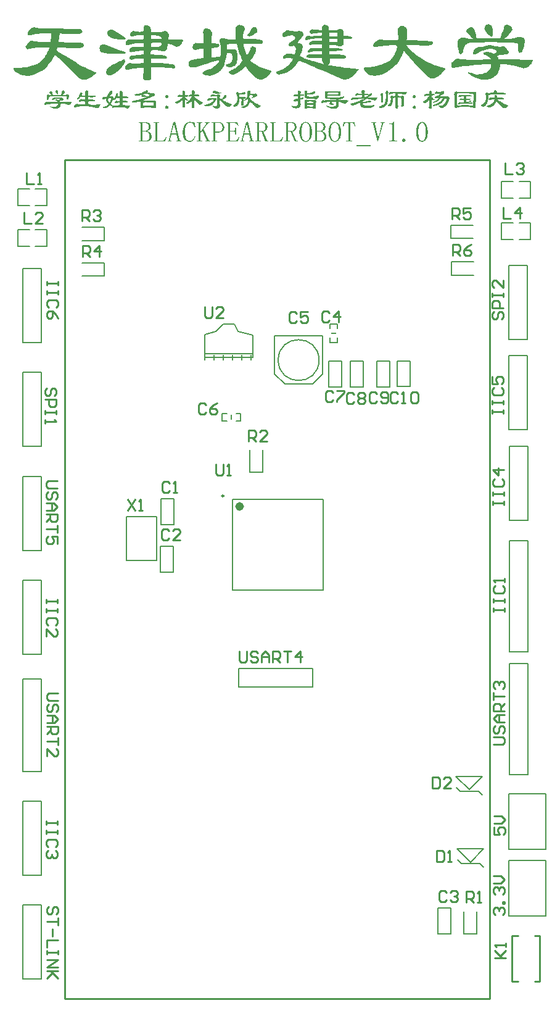
<source format=gto>
G04 Layer_Color=65535*
%FSLAX24Y24*%
%MOIN*%
G70*
G01*
G75*
%ADD26C,0.0100*%
%ADD36C,0.0079*%
%ADD37C,0.0236*%
%ADD38C,0.0098*%
%ADD39C,0.0060*%
%ADD40C,0.0080*%
%ADD41R,0.0300X0.0100*%
%ADD42R,0.0100X0.0300*%
G36*
X38652Y54417D02*
X38661Y54414D01*
X38675Y54411D01*
X38692Y54408D01*
X38711Y54403D01*
X38731Y54398D01*
X38754Y54394D01*
X38758D01*
X38764Y54392D01*
X38774D01*
X38784Y54391D01*
X38797D01*
X38812Y54389D01*
X38869D01*
X38890Y54388D01*
X38915Y54389D01*
X38967Y54391D01*
X39024Y54394D01*
X39027Y54395D01*
X39035Y54397D01*
X39046Y54400D01*
X39061Y54403D01*
X39078Y54405D01*
X39096D01*
X39116Y54401D01*
X39135Y54394D01*
X39136Y54392D01*
X39142Y54388D01*
X39150Y54380D01*
X39159Y54369D01*
X39169Y54357D01*
X39176Y54342D01*
X39182Y54326D01*
X39184Y54308D01*
Y54306D01*
X39182Y54302D01*
X39181Y54295D01*
X39178Y54286D01*
X39173Y54266D01*
X39172Y54246D01*
Y54245D01*
X39170Y54240D01*
Y54232D01*
X39169Y54223D01*
X39167Y54211D01*
X39164Y54197D01*
X39162Y54182D01*
X39161Y54163D01*
X39158Y54123D01*
X39156Y54080D01*
Y54034D01*
X39159Y53988D01*
X39161Y53986D01*
X39162Y53980D01*
Y53971D01*
X39161Y53962D01*
X39155Y53951D01*
X39150Y53947D01*
X39144Y53942D01*
X39136Y53937D01*
X39126Y53933D01*
X39113Y53930D01*
X39098Y53927D01*
X39095D01*
X39086Y53930D01*
X39073Y53931D01*
X39056Y53936D01*
X39038Y53940D01*
X39020Y53948D01*
X39003Y53954D01*
X38987Y53963D01*
X38978D01*
X38966Y53965D01*
X38861D01*
X38806Y53963D01*
X38749Y53959D01*
X38694Y53951D01*
X38668Y53945D01*
X38643Y53939D01*
X38640D01*
X38629Y53937D01*
X38615Y53939D01*
X38600Y53940D01*
X38585Y53945D01*
X38571Y53954D01*
X38560Y53968D01*
X38558Y53977D01*
X38557Y53988D01*
Y53990D01*
Y53997D01*
X38558Y54006D01*
Y54020D01*
Y54037D01*
X38560Y54057D01*
Y54079D01*
Y54103D01*
Y54129D01*
Y54156D01*
X38557Y54211D01*
X38552Y54266D01*
X38545Y54320D01*
Y54322D01*
Y54325D01*
X38546Y54329D01*
X38548Y54335D01*
X38554Y54351D01*
X38561Y54369D01*
X38574Y54388D01*
X38591Y54403D01*
X38601Y54409D01*
X38614Y54414D01*
X38628Y54417D01*
X38643Y54418D01*
X38644D01*
X38652Y54417D01*
D02*
G37*
G36*
X44496Y54091D02*
X44505Y54089D01*
X44514Y54086D01*
X44525Y54082D01*
X44536Y54076D01*
X44545Y54068D01*
X44547Y54066D01*
X44550Y54063D01*
X44553Y54059D01*
X44557Y54051D01*
X44562Y54042D01*
X44567Y54031D01*
X44568Y54020D01*
X44570Y54006D01*
Y54005D01*
Y54000D01*
X44568Y53994D01*
X44567Y53985D01*
X44563Y53976D01*
X44559Y53965D01*
X44553Y53954D01*
X44545Y53945D01*
X44543Y53943D01*
X44540Y53942D01*
X44536Y53937D01*
X44528Y53933D01*
X44519Y53928D01*
X44508Y53925D01*
X44497Y53922D01*
X44484Y53920D01*
X44477D01*
X44471Y53922D01*
X44462Y53923D01*
X44453Y53927D01*
X44442Y53931D01*
X44431Y53937D01*
X44422Y53945D01*
X44421Y53947D01*
X44419Y53950D01*
X44414Y53954D01*
X44410Y53962D01*
X44405Y53971D01*
X44402Y53982D01*
X44399Y53993D01*
X44397Y54006D01*
Y54008D01*
Y54013D01*
X44399Y54019D01*
X44401Y54028D01*
X44404Y54037D01*
X44408Y54048D01*
X44414Y54059D01*
X44422Y54068D01*
X44424Y54069D01*
X44427Y54073D01*
X44431Y54076D01*
X44439Y54080D01*
X44448Y54085D01*
X44459Y54089D01*
X44470Y54091D01*
X44484Y54093D01*
X44490D01*
X44496Y54091D01*
D02*
G37*
G36*
X43017Y54903D02*
X43031Y54896D01*
X43045Y54886D01*
X43046Y54884D01*
X43051Y54879D01*
X43057Y54870D01*
X43063Y54860D01*
X43070Y54846D01*
X43076Y54829D01*
X43080Y54809D01*
X43082Y54787D01*
X43080Y54784D01*
Y54781D01*
X43079Y54777D01*
X43076Y54769D01*
X43074Y54760D01*
X43073Y54747D01*
X43070Y54733D01*
X43068Y54717D01*
X43065Y54697D01*
X43063Y54674D01*
X43062Y54647D01*
X43060Y54617D01*
X43059Y54584D01*
X43057Y54546D01*
Y54504D01*
Y54503D01*
Y54500D01*
Y54495D01*
Y54489D01*
Y54481D01*
Y54472D01*
X43056Y54448D01*
X43054Y54418D01*
X43053Y54385D01*
X43050Y54348D01*
X43045Y54308D01*
Y54305D01*
X43043Y54297D01*
X43040Y54285D01*
X43036Y54269D01*
X43031Y54251D01*
X43025Y54229D01*
X43008Y54185D01*
Y54183D01*
X43005Y54180D01*
X43002Y54174D01*
X42996Y54166D01*
X42990Y54157D01*
X42982Y54146D01*
X42971Y54134D01*
X42960Y54120D01*
X42948Y54106D01*
X42933Y54091D01*
X42917Y54076D01*
X42899Y54060D01*
X42880Y54045D01*
X42859Y54030D01*
X42836Y54014D01*
X42811Y54000D01*
X42810D01*
X42802Y53997D01*
X42793Y53994D01*
X42781Y53990D01*
X42765Y53986D01*
X42747Y53982D01*
X42708Y53974D01*
X42688Y53973D01*
X42668Y53971D01*
X42648D01*
X42630Y53974D01*
X42613Y53979D01*
X42598Y53988D01*
X42587Y53999D01*
X42578Y54013D01*
Y54014D01*
X42576Y54017D01*
X42575Y54026D01*
Y54033D01*
X42578Y54039D01*
X42582Y54045D01*
X42590Y54050D01*
X42592D01*
X42596Y54051D01*
X42604Y54054D01*
X42613Y54059D01*
X42624Y54063D01*
X42638Y54068D01*
X42653Y54074D01*
X42670Y54082D01*
X42707Y54099D01*
X42745Y54117D01*
X42785Y54137D01*
X42824Y54160D01*
X42825Y54162D01*
X42827Y54163D01*
X42831Y54168D01*
X42837Y54172D01*
X42845Y54180D01*
X42853Y54189D01*
X42860Y54200D01*
X42870Y54214D01*
X42879Y54229D01*
X42888Y54248D01*
X42897Y54268D01*
X42907Y54289D01*
X42914Y54315D01*
X42922Y54343D01*
X42930Y54372D01*
X42934Y54406D01*
Y54408D01*
Y54411D01*
X42936Y54417D01*
Y54425D01*
X42937Y54435D01*
X42939Y54448D01*
Y54460D01*
X42940Y54475D01*
X42943Y54509D01*
X42945Y54546D01*
X42947Y54586D01*
Y54627D01*
X42934Y54836D01*
Y54838D01*
X42937Y54843D01*
X42939Y54849D01*
X42943Y54858D01*
X42956Y54878D01*
X42971Y54898D01*
X42973Y54899D01*
X42977Y54901D01*
X42985Y54904D01*
X42994Y54906D01*
X43005D01*
X43017Y54903D01*
D02*
G37*
G36*
X30039Y54921D02*
X30050Y54919D01*
X30062Y54916D01*
X30073Y54910D01*
X30076Y54907D01*
X30082Y54899D01*
X30088Y54889D01*
X30094Y54875D01*
X30097Y54860D01*
X30096Y54852D01*
X30094Y54843D01*
X30090Y54835D01*
X30082Y54827D01*
X30073Y54820D01*
X30060Y54812D01*
X30063D01*
X30071Y54810D01*
X30082Y54807D01*
X30096Y54804D01*
X30111Y54801D01*
X30128Y54796D01*
X30143Y54792D01*
X30159Y54787D01*
X30160D01*
X30165Y54786D01*
X30171D01*
X30179Y54784D01*
X30189Y54783D01*
X30200Y54780D01*
X30226Y54777D01*
X30256Y54773D01*
X30283Y54772D01*
X30309D01*
X30322Y54773D01*
X30331Y54775D01*
X30335D01*
X30340Y54777D01*
X30346D01*
X30365Y54775D01*
X30385Y54773D01*
X30408Y54769D01*
X30429Y54760D01*
X30449Y54746D01*
X30458Y54737D01*
X30466Y54726D01*
Y54724D01*
X30468Y54723D01*
X30469Y54713D01*
Y54701D01*
X30468Y54684D01*
X30462Y54666D01*
X30457Y54657D01*
X30451Y54647D01*
X30443Y54640D01*
X30432Y54630D01*
X30420Y54623D01*
X30405Y54615D01*
X30402Y54614D01*
X30392Y54609D01*
X30379Y54603D01*
X30360Y54594D01*
X30335Y54583D01*
X30306Y54571D01*
X30272Y54555D01*
X30236Y54540D01*
X30194Y54523D01*
X30150Y54504D01*
X30102Y54484D01*
X30053Y54465D01*
X29999Y54445D01*
X29944Y54423D01*
X29887Y54403D01*
X29827Y54381D01*
X29830D01*
X29837Y54380D01*
X29850D01*
X29868Y54378D01*
X29890Y54377D01*
X29916Y54374D01*
X29947Y54372D01*
X29980Y54371D01*
X30017Y54369D01*
X30059Y54368D01*
X30102Y54366D01*
X30248D01*
X30302Y54368D01*
X30355Y54369D01*
X30357D01*
X30363Y54371D01*
X30372Y54372D01*
X30385Y54375D01*
X30398Y54377D01*
X30431D01*
X30448Y54375D01*
X30465Y54372D01*
X30481Y54366D01*
X30497Y54358D01*
X30511Y54349D01*
X30523Y54335D01*
X30532Y54317D01*
X30538Y54297D01*
X30540Y54271D01*
Y54269D01*
X30538Y54265D01*
Y54259D01*
X30537Y54249D01*
X30534Y54239D01*
X30532Y54225D01*
X30531Y54209D01*
X30528Y54192D01*
X30526Y54174D01*
X30523Y54154D01*
X30520Y54109D01*
X30517Y54063D01*
X30515Y54013D01*
Y54011D01*
Y54010D01*
X30514Y54000D01*
X30508Y53988D01*
X30505Y53980D01*
X30498Y53974D01*
X30491Y53968D01*
X30483Y53963D01*
X30471Y53959D01*
X30458Y53956D01*
X30443Y53954D01*
X30425Y53956D01*
X30405Y53957D01*
X30380Y53963D01*
X30379D01*
X30377Y53965D01*
X30372D01*
X30366Y53967D01*
X30351Y53970D01*
X30329Y53974D01*
X30303Y53979D01*
X30272Y53983D01*
X30237Y53988D01*
X30199Y53991D01*
X30157Y53994D01*
X30113Y53996D01*
X30065D01*
X30017Y53994D01*
X29967Y53991D01*
X29916Y53985D01*
X29865Y53976D01*
X29814Y53963D01*
X29807D01*
X29798Y53962D01*
X29787D01*
X29773Y53963D01*
X29759Y53965D01*
X29745Y53968D01*
X29730Y53973D01*
X29716Y53979D01*
X29704Y53988D01*
X29693Y54000D01*
X29685Y54016D01*
X29681Y54034D01*
X29679Y54056D01*
X29682Y54080D01*
X29691Y54111D01*
Y54113D01*
X29693Y54114D01*
Y54119D01*
X29695Y54125D01*
X29698Y54140D01*
X29701Y54162D01*
X29702Y54188D01*
Y54220D01*
X29699Y54255D01*
X29691Y54295D01*
Y54297D01*
X29690Y54300D01*
X29688Y54305D01*
Y54311D01*
Y54318D01*
X29691Y54326D01*
X29696Y54335D01*
X29704Y54345D01*
X29702D01*
X29699Y54343D01*
X29695Y54342D01*
X29688Y54338D01*
X29679Y54335D01*
X29668Y54332D01*
X29645Y54325D01*
X29615Y54315D01*
X29582Y54306D01*
X29545Y54295D01*
X29507Y54286D01*
X29467Y54277D01*
X29427Y54271D01*
X29389Y54265D01*
X29352Y54262D01*
X29316D01*
X29284Y54265D01*
X29258Y54272D01*
X29247Y54277D01*
X29237Y54283D01*
X29235Y54285D01*
X29232Y54289D01*
X29227Y54295D01*
X29224Y54305D01*
X29223Y54314D01*
X29226Y54325D01*
X29229Y54329D01*
X29235Y54335D01*
X29241Y54340D01*
X29249Y54345D01*
X29250D01*
X29255Y54346D01*
X29263Y54348D01*
X29272Y54349D01*
X29283Y54351D01*
X29296Y54354D01*
X29312Y54357D01*
X29329Y54360D01*
X29366Y54368D01*
X29404Y54375D01*
X29444Y54385D01*
X29482Y54394D01*
X29484D01*
X29486Y54395D01*
X29490D01*
X29496Y54397D01*
X29512Y54401D01*
X29533Y54408D01*
X29558Y54414D01*
X29588Y54423D01*
X29624Y54434D01*
X29661Y54445D01*
X29701Y54457D01*
X29744Y54471D01*
X29788Y54486D01*
X29836Y54503D01*
X29930Y54538D01*
X30023Y54578D01*
X30025Y54580D01*
X30031Y54581D01*
X30040Y54586D01*
X30051Y54591D01*
X30065Y54597D01*
X30079Y54603D01*
X30108Y54620D01*
X30122Y54629D01*
X30134Y54638D01*
X30145Y54647D01*
X30153Y54657D01*
X30159Y54664D01*
Y54674D01*
X30156Y54681D01*
X30146Y54689D01*
X30145Y54690D01*
X30140Y54697D01*
X30136Y54700D01*
X30130Y54704D01*
X30123Y54709D01*
X30114Y54713D01*
X30103Y54718D01*
X30091Y54723D01*
X30076Y54727D01*
X30059Y54730D01*
X30039Y54733D01*
X30016Y54737D01*
X29991Y54738D01*
X29960D01*
X29959Y54737D01*
X29950Y54733D01*
X29936Y54730D01*
X29919Y54724D01*
X29899Y54718D01*
X29879Y54712D01*
X29859Y54706D01*
X29839Y54701D01*
X29802Y54689D01*
X29804Y54687D01*
X29811Y54684D01*
X29821Y54681D01*
X29833Y54675D01*
X29848Y54669D01*
X29865Y54663D01*
X29901Y54652D01*
X29904D01*
X29911Y54650D01*
X29924Y54647D01*
X29939Y54643D01*
X29957Y54638D01*
X29979Y54632D01*
X30023Y54615D01*
X30025Y54614D01*
Y54611D01*
Y54606D01*
X30023Y54601D01*
X30019Y54595D01*
X30011Y54587D01*
X29999Y54578D01*
X29997D01*
X29994Y54577D01*
X29987Y54574D01*
X29976Y54571D01*
X29960Y54567D01*
X29942Y54563D01*
X29917Y54558D01*
X29888Y54554D01*
X29870D01*
X29857Y54555D01*
X29842Y54557D01*
X29827Y54558D01*
X29790Y54566D01*
X29788D01*
X29787Y54567D01*
X29778Y54569D01*
X29765Y54575D01*
X29753Y54584D01*
X29744Y54598D01*
X29739Y54607D01*
X29738Y54618D01*
Y54630D01*
X29741Y54644D01*
X29745Y54660D01*
X29753Y54677D01*
X29750D01*
X29744Y54674D01*
X29731Y54670D01*
X29716Y54666D01*
X29698Y54661D01*
X29676Y54657D01*
X29652Y54650D01*
X29625Y54646D01*
X29598Y54641D01*
X29569Y54638D01*
X29539Y54637D01*
X29509Y54635D01*
X29479Y54637D01*
X29450Y54640D01*
X29422Y54644D01*
X29396Y54652D01*
X29393Y54654D01*
X29387Y54660D01*
X29379Y54669D01*
X29373Y54678D01*
X29369Y54689D01*
Y54694D01*
X29370Y54698D01*
X29373Y54703D01*
X29379Y54707D01*
X29386Y54710D01*
X29396Y54713D01*
X29401D01*
X29406Y54715D01*
X29412D01*
X29419Y54717D01*
X29429Y54718D01*
X29452Y54721D01*
X29479Y54724D01*
X29510Y54729D01*
X29545Y54733D01*
X29581Y54738D01*
X29584D01*
X29592Y54741D01*
X29604Y54743D01*
X29619Y54747D01*
X29639Y54752D01*
X29662Y54760D01*
X29687Y54766D01*
X29715Y54775D01*
X29744Y54784D01*
X29773Y54796D01*
X29834Y54821D01*
X29894Y54852D01*
X29924Y54867D01*
X29950Y54886D01*
X29953Y54889D01*
X29960Y54895D01*
X29973Y54903D01*
X29988Y54912D01*
X30007Y54919D01*
X30028Y54923D01*
X30039Y54921D01*
D02*
G37*
G36*
X34996Y52997D02*
X34966Y52985D01*
Y52986D01*
X34964Y52989D01*
X34961Y52994D01*
X34956Y53000D01*
X34947Y53017D01*
X34935Y53037D01*
X34918Y53058D01*
X34901Y53081D01*
X34881Y53104D01*
X34861Y53123D01*
X34858Y53124D01*
X34852Y53131D01*
X34840Y53138D01*
X34826Y53146D01*
X34807Y53155D01*
X34786Y53161D01*
X34763Y53167D01*
X34738Y53169D01*
X34561D01*
X34552Y53167D01*
X34538Y53164D01*
X34526Y53157D01*
X34523Y53155D01*
X34518Y53147D01*
X34514Y53137D01*
X34511Y53120D01*
Y52739D01*
X34700D01*
X34711Y52740D01*
X34723Y52743D01*
X34738Y52746D01*
X34752Y52751D01*
X34766Y52759D01*
X34778Y52769D01*
X34780Y52771D01*
X34783Y52776D01*
X34787Y52782D01*
X34792Y52792D01*
X34797Y52805D01*
X34801Y52822D01*
X34804Y52840D01*
X34806Y52862D01*
Y52899D01*
X34843D01*
Y52536D01*
X34806D01*
Y52560D01*
Y52562D01*
Y52563D01*
Y52571D01*
X34804Y52583D01*
X34803Y52599D01*
X34800Y52616D01*
X34794Y52633D01*
X34787Y52650D01*
X34778Y52665D01*
X34777Y52666D01*
X34774Y52671D01*
X34766Y52677D01*
X34757Y52683D01*
X34744Y52689D01*
X34729Y52696D01*
X34711Y52700D01*
X34689Y52702D01*
X34511D01*
Y52241D01*
Y52239D01*
Y52236D01*
X34512Y52227D01*
X34517Y52215D01*
X34526Y52204D01*
X34529Y52202D01*
X34537Y52198D01*
X34549Y52193D01*
X34566Y52191D01*
X34735D01*
X34741Y52193D01*
X34758Y52195D01*
X34780Y52198D01*
X34804Y52204D01*
X34830Y52213D01*
X34858Y52227D01*
X34883Y52244D01*
X34886Y52247D01*
X34893Y52253D01*
X34906Y52267D01*
X34920Y52284D01*
X34936Y52307D01*
X34953Y52334D01*
X34969Y52368D01*
X34984Y52407D01*
X35015Y52394D01*
X34947Y52155D01*
X34320D01*
Y52191D01*
X34368D01*
X34374Y52193D01*
X34388Y52196D01*
X34395Y52199D01*
X34400Y52204D01*
X34402Y52207D01*
X34406Y52213D01*
X34411Y52225D01*
X34412Y52241D01*
Y53120D01*
Y53121D01*
Y53124D01*
X34411Y53134D01*
X34406Y53146D01*
X34398Y53157D01*
X34395Y53158D01*
X34388Y53163D01*
X34382Y53166D01*
X34374Y53167D01*
X34363Y53169D01*
X34320D01*
Y53206D01*
X34927D01*
X34996Y52997D01*
D02*
G37*
G36*
X41304Y52972D02*
X41273Y52966D01*
Y52968D01*
X41272Y52972D01*
X41269Y52978D01*
X41266Y52988D01*
X41261Y52997D01*
X41257Y53009D01*
X41246Y53035D01*
X41234Y53063D01*
X41220Y53089D01*
X41214Y53101D01*
X41207Y53112D01*
X41203Y53121D01*
X41197Y53129D01*
X41195Y53131D01*
X41191Y53134D01*
X41183Y53140D01*
X41172Y53146D01*
X41157Y53152D01*
X41137Y53158D01*
X41112Y53161D01*
X41083Y53163D01*
X41052D01*
X41040Y53161D01*
X41029Y53160D01*
X41020Y53158D01*
X41015Y53157D01*
X41014Y53155D01*
Y53152D01*
X41012Y53147D01*
X41011Y53140D01*
Y53128D01*
X41009Y53114D01*
Y53095D01*
Y52241D01*
Y52239D01*
Y52236D01*
X41011Y52227D01*
X41015Y52215D01*
X41024Y52204D01*
X41028Y52202D01*
X41035Y52198D01*
X41048Y52193D01*
X41064Y52191D01*
X41120D01*
Y52155D01*
X40800D01*
Y52191D01*
X40866D01*
X40872Y52193D01*
X40886Y52196D01*
X40894Y52199D01*
X40898Y52204D01*
X40900Y52207D01*
X40905Y52213D01*
X40909Y52225D01*
X40911Y52241D01*
Y53101D01*
Y53103D01*
Y53109D01*
Y53117D01*
Y53128D01*
X40909Y53137D01*
X40908Y53146D01*
X40906Y53152D01*
X40905Y53157D01*
X40903Y53158D01*
X40900D01*
X40897Y53160D01*
X40889Y53161D01*
X40882D01*
X40869Y53163D01*
X40842D01*
X40826Y53161D01*
X40808Y53160D01*
X40788Y53155D01*
X40769Y53151D01*
X40751Y53143D01*
X40736Y53132D01*
X40734Y53131D01*
X40729Y53126D01*
X40722Y53115D01*
X40717Y53109D01*
X40712Y53100D01*
X40706Y53091D01*
X40700Y53078D01*
X40694Y53064D01*
X40686Y53049D01*
X40679Y53032D01*
X40671Y53012D01*
X40662Y52991D01*
X40653Y52966D01*
X40616Y52972D01*
X40671Y53206D01*
X41255D01*
X41304Y52972D01*
D02*
G37*
G36*
X31118Y54091D02*
X31127Y54089D01*
X31136Y54086D01*
X31147Y54082D01*
X31158Y54076D01*
X31167Y54068D01*
X31169Y54066D01*
X31172Y54063D01*
X31175Y54059D01*
X31179Y54051D01*
X31184Y54042D01*
X31189Y54031D01*
X31190Y54020D01*
X31192Y54006D01*
Y54005D01*
Y54000D01*
X31190Y53994D01*
X31189Y53985D01*
X31185Y53976D01*
X31181Y53965D01*
X31175Y53954D01*
X31167Y53945D01*
X31165Y53943D01*
X31162Y53942D01*
X31158Y53937D01*
X31150Y53933D01*
X31141Y53928D01*
X31130Y53925D01*
X31119Y53922D01*
X31106Y53920D01*
X31099D01*
X31093Y53922D01*
X31084Y53923D01*
X31075Y53927D01*
X31064Y53931D01*
X31053Y53937D01*
X31044Y53945D01*
X31042Y53947D01*
X31041Y53950D01*
X31036Y53954D01*
X31032Y53962D01*
X31027Y53971D01*
X31024Y53982D01*
X31021Y53993D01*
X31019Y54006D01*
Y54008D01*
Y54013D01*
X31021Y54019D01*
X31023Y54028D01*
X31026Y54037D01*
X31030Y54048D01*
X31036Y54059D01*
X31044Y54068D01*
X31046Y54069D01*
X31049Y54073D01*
X31053Y54076D01*
X31061Y54080D01*
X31070Y54085D01*
X31081Y54089D01*
X31092Y54091D01*
X31106Y54093D01*
X31112D01*
X31118Y54091D01*
D02*
G37*
G36*
X32648Y52948D02*
X32611Y52935D01*
Y52937D01*
X32609Y52940D01*
X32608Y52946D01*
X32605Y52955D01*
X32600Y52965D01*
X32596Y52975D01*
X32585Y53001D01*
X32571Y53031D01*
X32554Y53060D01*
X32534Y53089D01*
X32513Y53114D01*
X32510Y53117D01*
X32502Y53123D01*
X32488Y53134D01*
X32470Y53144D01*
X32447Y53155D01*
X32419Y53166D01*
X32388Y53172D01*
X32353Y53175D01*
X32347D01*
X32340Y53174D01*
X32331D01*
X32320Y53171D01*
X32308Y53167D01*
X32294Y53163D01*
X32279Y53158D01*
X32264Y53151D01*
X32247Y53141D01*
X32231Y53129D01*
X32214Y53115D01*
X32198Y53100D01*
X32182Y53080D01*
X32167Y53058D01*
X32153Y53034D01*
Y53032D01*
X32150Y53028D01*
X32147Y53020D01*
X32142Y53009D01*
X32136Y52995D01*
X32130Y52978D01*
X32124Y52958D01*
X32118Y52937D01*
X32111Y52912D01*
X32105Y52886D01*
X32099Y52857D01*
X32093Y52826D01*
X32088Y52794D01*
X32085Y52759D01*
X32084Y52722D01*
X32082Y52683D01*
Y52680D01*
Y52674D01*
Y52662D01*
X32084Y52646D01*
Y52626D01*
X32085Y52605D01*
X32087Y52580D01*
X32090Y52554D01*
X32098Y52496D01*
X32108Y52437D01*
X32124Y52379D01*
X32133Y52351D01*
X32144Y52327D01*
X32145Y52325D01*
X32147Y52321D01*
X32150Y52314D01*
X32156Y52307D01*
X32162Y52298D01*
X32171Y52285D01*
X32181Y52274D01*
X32193Y52262D01*
X32205Y52250D01*
X32221Y52239D01*
X32237Y52228D01*
X32256Y52218D01*
X32276Y52210D01*
X32297Y52204D01*
X32320Y52199D01*
X32347Y52198D01*
X32356D01*
X32364Y52199D01*
X32371D01*
X32382Y52201D01*
X32405Y52207D01*
X32431Y52215D01*
X32459Y52227D01*
X32488Y52245D01*
X32502Y52256D01*
X32516Y52268D01*
X32517Y52270D01*
X32519Y52271D01*
X32522Y52276D01*
X32526Y52281D01*
X32539Y52298D01*
X32554Y52319D01*
X32569Y52345D01*
X32586Y52377D01*
X32600Y52414D01*
X32611Y52456D01*
X32648Y52437D01*
Y52436D01*
X32646Y52431D01*
X32645Y52425D01*
X32642Y52416D01*
X32639Y52405D01*
X32634Y52393D01*
X32622Y52362D01*
X32606Y52328D01*
X32586Y52293D01*
X32563Y52258D01*
X32534Y52225D01*
X32533Y52224D01*
X32531Y52222D01*
X32526Y52218D01*
X32519Y52213D01*
X32511Y52207D01*
X32502Y52199D01*
X32479Y52184D01*
X32451Y52168D01*
X32417Y52155D01*
X32380Y52145D01*
X32360Y52144D01*
X32340Y52142D01*
X32333D01*
X32324Y52144D01*
X32313D01*
X32297Y52147D01*
X32281Y52148D01*
X32262Y52153D01*
X32242Y52159D01*
X32221Y52165D01*
X32198Y52175D01*
X32176Y52184D01*
X32153Y52196D01*
X32130Y52211D01*
X32108Y52228D01*
X32087Y52248D01*
X32067Y52271D01*
X32065Y52273D01*
X32062Y52278D01*
X32058Y52285D01*
X32051Y52296D01*
X32044Y52310D01*
X32035Y52327D01*
X32025Y52347D01*
X32016Y52371D01*
X32007Y52397D01*
X31998Y52427D01*
X31988Y52460D01*
X31981Y52497D01*
X31975Y52537D01*
X31970Y52580D01*
X31967Y52626D01*
X31965Y52677D01*
Y52680D01*
Y52688D01*
Y52700D01*
X31967Y52716D01*
X31969Y52736D01*
X31972Y52759D01*
X31975Y52785D01*
X31979Y52814D01*
X31984Y52843D01*
X31992Y52874D01*
X31999Y52906D01*
X32010Y52938D01*
X32022Y52972D01*
X32036Y53003D01*
X32053Y53035D01*
X32071Y53064D01*
X32073Y53066D01*
X32076Y53071D01*
X32082Y53078D01*
X32091Y53089D01*
X32102Y53100D01*
X32116Y53114D01*
X32131Y53128D01*
X32148Y53141D01*
X32168Y53155D01*
X32190Y53169D01*
X32214Y53183D01*
X32241Y53194D01*
X32268Y53204D01*
X32297Y53212D01*
X32330Y53217D01*
X32364Y53218D01*
X32379D01*
X32391Y53217D01*
X32403Y53215D01*
X32417Y53212D01*
X32450Y53203D01*
X32451D01*
X32457Y53200D01*
X32465Y53198D01*
X32476Y53195D01*
X32499Y53191D01*
X32523Y53187D01*
X32528D01*
X32537Y53189D01*
X32551Y53191D01*
X32563Y53194D01*
X32566Y53195D01*
X32573Y53200D01*
X32582Y53206D01*
X32591Y53218D01*
X32648Y52948D01*
D02*
G37*
G36*
X46781Y54852D02*
X46795Y54849D01*
X46803D01*
X46814Y54847D01*
X46827D01*
X46844Y54846D01*
X46864D01*
X46887Y54844D01*
X46912Y54843D01*
X46940Y54841D01*
X46969D01*
X47001Y54840D01*
X47033Y54838D01*
X47104Y54836D01*
X47187D01*
X47199Y54838D01*
X47236D01*
X47261Y54840D01*
X47387D01*
X47424Y54838D01*
X47462Y54836D01*
X47541Y54832D01*
X47619Y54824D01*
X47636D01*
X47647Y54826D01*
X47671Y54829D01*
X47682Y54832D01*
X47693Y54836D01*
X47694Y54838D01*
X47701Y54840D01*
X47708Y54843D01*
X47720Y54844D01*
X47736D01*
X47756Y54841D01*
X47777Y54835D01*
X47803Y54824D01*
X47805Y54823D01*
X47811Y54818D01*
X47819Y54810D01*
X47827Y54801D01*
X47834Y54790D01*
X47840Y54778D01*
X47842Y54764D01*
X47840Y54750D01*
Y54749D01*
Y54747D01*
X47839Y54743D01*
Y54737D01*
X47837Y54727D01*
Y54718D01*
X47836Y54707D01*
X47834Y54695D01*
X47831Y54664D01*
X47828Y54629D01*
X47825Y54589D01*
X47822Y54543D01*
X47819Y54492D01*
X47816Y54438D01*
X47813Y54381D01*
X47810Y54320D01*
X47807Y54255D01*
X47805Y54189D01*
X47803Y54120D01*
Y54050D01*
Y54046D01*
X47805Y54040D01*
X47803Y54030D01*
X47802Y54017D01*
X47797Y54005D01*
X47788Y53993D01*
X47774Y53982D01*
X47765Y53979D01*
X47754Y53976D01*
X47753D01*
X47747Y53974D01*
X47736Y53973D01*
X47708D01*
X47693Y53976D01*
X47674Y53980D01*
X47656Y53988D01*
X47654D01*
X47651Y53990D01*
X47645Y53991D01*
X47637Y53993D01*
X47628Y53994D01*
X47616Y53997D01*
X47602Y53999D01*
X47587Y54002D01*
X47570Y54005D01*
X47550Y54008D01*
X47528Y54011D01*
X47505Y54014D01*
X47481Y54017D01*
X47455Y54020D01*
X47427Y54022D01*
X47398Y54025D01*
X47367D01*
X47355Y54026D01*
X47150D01*
X47052Y54025D01*
X47003Y54022D01*
X46957Y54020D01*
X46914Y54016D01*
X46877Y54013D01*
X46860Y54010D01*
X46844Y54006D01*
X46831Y54003D01*
X46820Y54000D01*
X46818D01*
X46817Y53999D01*
X46807Y53996D01*
X46794Y53990D01*
X46777Y53985D01*
X46757Y53982D01*
X46737Y53980D01*
X46717Y53982D01*
X46697Y53988D01*
X46695D01*
X46694Y53991D01*
X46686Y53997D01*
X46675Y54008D01*
X46663Y54023D01*
X46652Y54043D01*
X46645Y54066D01*
X46643Y54079D01*
Y54093D01*
X46645Y54108D01*
X46648Y54123D01*
Y54125D01*
Y54129D01*
Y54136D01*
Y54145D01*
Y54156D01*
X46649Y54168D01*
Y54183D01*
Y54200D01*
Y54219D01*
Y54237D01*
X46651Y54280D01*
Y54326D01*
Y54375D01*
Y54475D01*
X46649Y54523D01*
X46648Y54569D01*
X46646Y54612D01*
X46645Y54630D01*
X46643Y54649D01*
X46642Y54664D01*
X46640Y54678D01*
X46637Y54690D01*
X46635Y54701D01*
Y54703D01*
X46634Y54709D01*
Y54718D01*
X46635Y54730D01*
X46638Y54747D01*
X46646Y54769D01*
X46657Y54795D01*
X46672Y54824D01*
X46675Y54826D01*
X46681Y54832D01*
X46692Y54838D01*
X46706Y54846D01*
X46725Y54852D01*
X46744Y54855D01*
X46769D01*
X46781Y54852D01*
D02*
G37*
G36*
X35557Y54910D02*
X35567D01*
X35574Y54909D01*
X35581Y54907D01*
X35590Y54904D01*
X35598Y54899D01*
X35607Y54893D01*
X35615Y54884D01*
X35623Y54873D01*
X35630Y54860D01*
X35635Y54843D01*
X35638Y54823D01*
Y54798D01*
X35635Y54770D01*
X35630Y54738D01*
X35632D01*
X35638Y54737D01*
X35646D01*
X35657Y54735D01*
X35670Y54733D01*
X35687Y54732D01*
X35704D01*
X35724Y54730D01*
X35767D01*
X35812Y54733D01*
X35858Y54740D01*
X35901Y54750D01*
X35902D01*
X35909Y54752D01*
X35918Y54750D01*
X35930Y54749D01*
X35944Y54744D01*
X35958Y54735D01*
X35973Y54721D01*
X35979Y54712D01*
X35987Y54701D01*
Y54700D01*
X35989Y54698D01*
X35992Y54689D01*
X35993Y54677D01*
Y54660D01*
X35992Y54650D01*
X35989Y54641D01*
X35984Y54632D01*
X35976Y54623D01*
X35967Y54615D01*
X35956Y54606D01*
X35942Y54598D01*
X35926Y54591D01*
X35924D01*
X35919Y54587D01*
X35913Y54584D01*
X35902Y54581D01*
X35892Y54575D01*
X35878Y54571D01*
X35864Y54563D01*
X35847Y54557D01*
X35812Y54543D01*
X35775Y54529D01*
X35738Y54515D01*
X35704Y54504D01*
X35703D01*
X35697Y54508D01*
X35693Y54511D01*
X35689Y54515D01*
X35684Y54521D01*
X35680Y54529D01*
X35681Y54531D01*
X35687Y54535D01*
X35697Y54543D01*
X35709Y54554D01*
X35723Y54566D01*
X35736Y54581D01*
X35752Y54597D01*
X35766Y54615D01*
X35767Y54617D01*
X35769Y54621D01*
X35767Y54627D01*
X35764Y54630D01*
X35760Y54635D01*
X35752Y54640D01*
X35743Y54643D01*
X35730Y54647D01*
X35713Y54652D01*
X35693Y54655D01*
X35669Y54658D01*
X35640Y54661D01*
X35606Y54664D01*
X35604Y54663D01*
X35601Y54655D01*
X35597Y54646D01*
X35589Y54632D01*
X35580Y54615D01*
X35569Y54597D01*
X35558Y54577D01*
X35544Y54554D01*
X35546D01*
X35549Y54552D01*
X35555Y54551D01*
X35561Y54549D01*
X35578Y54541D01*
X35597Y54531D01*
X35614Y54515D01*
X35621Y54508D01*
X35627Y54497D01*
X35632Y54484D01*
X35634Y54472D01*
Y54458D01*
X35630Y54443D01*
X35632D01*
X35634Y54440D01*
X35643Y54432D01*
X35658Y54420D01*
X35677Y54405D01*
X35700Y54386D01*
X35724Y54365D01*
X35750Y54343D01*
X35778Y54320D01*
X35781Y54318D01*
X35789Y54312D01*
X35803Y54303D01*
X35821Y54292D01*
X35843Y54279D01*
X35869Y54263D01*
X35896Y54246D01*
X35927Y54228D01*
X35959Y54209D01*
X35993Y54191D01*
X36064Y54154D01*
X36098Y54137D01*
X36131Y54122D01*
X36165Y54109D01*
X36196Y54099D01*
Y54097D01*
X36193Y54094D01*
X36190Y54089D01*
X36185Y54083D01*
X36173Y54066D01*
X36158Y54048D01*
X36139Y54028D01*
X36118Y54011D01*
X36096Y53996D01*
X36085Y53991D01*
X36073Y53988D01*
X36072D01*
X36068Y53985D01*
X36064Y53983D01*
X36056Y53980D01*
X36047Y53977D01*
X36036Y53976D01*
X36012Y53973D01*
X35998Y53974D01*
X35982Y53976D01*
X35965Y53980D01*
X35949Y53988D01*
X35932Y53999D01*
X35913Y54011D01*
X35895Y54028D01*
X35876Y54050D01*
X35875Y54051D01*
X35870Y54056D01*
X35863Y54063D01*
X35853Y54074D01*
X35841Y54088D01*
X35827Y54103D01*
X35810Y54120D01*
X35792Y54140D01*
X35772Y54162D01*
X35750Y54183D01*
X35706Y54231D01*
X35657Y54282D01*
X35606Y54332D01*
Y54331D01*
X35604Y54326D01*
X35603Y54320D01*
X35601Y54312D01*
X35598Y54302D01*
X35594Y54288D01*
X35590Y54274D01*
X35584Y54259D01*
X35570Y54225D01*
X35554Y54188D01*
X35534Y54149D01*
X35507Y54111D01*
X35506Y54109D01*
X35503Y54106D01*
X35498Y54100D01*
X35491Y54094D01*
X35481Y54085D01*
X35471Y54074D01*
X35457Y54063D01*
X35443Y54053D01*
X35411Y54030D01*
X35372Y54008D01*
X35331Y53988D01*
X35309Y53982D01*
X35286Y53976D01*
X35277D01*
X35271Y53974D01*
X35252D01*
X35231Y53976D01*
X35206Y53979D01*
X35183Y53986D01*
X35159Y53997D01*
X35139Y54013D01*
Y54014D01*
X35140Y54017D01*
X35142Y54022D01*
X35146Y54026D01*
X35154Y54033D01*
X35165Y54039D01*
X35180Y54045D01*
X35200Y54050D01*
X35202D01*
X35203Y54051D01*
X35212Y54054D01*
X35226Y54059D01*
X35243Y54065D01*
X35263Y54073D01*
X35283Y54080D01*
X35303Y54089D01*
X35323Y54099D01*
X35325D01*
X35328Y54102D01*
X35331Y54103D01*
X35337Y54108D01*
X35352Y54120D01*
X35372Y54136D01*
X35394Y54157D01*
X35417Y54182D01*
X35438Y54212D01*
X35458Y54246D01*
Y54248D01*
X35460Y54251D01*
X35463Y54257D01*
X35466Y54265D01*
X35469Y54274D01*
X35474Y54285D01*
X35478Y54299D01*
X35483Y54314D01*
X35487Y54331D01*
X35492Y54349D01*
X35497Y54369D01*
X35500Y54392D01*
X35506Y54440D01*
X35507Y54492D01*
X35506Y54491D01*
X35504Y54489D01*
X35498Y54484D01*
X35492Y54478D01*
X35484Y54471D01*
X35475Y54463D01*
X35452Y54445D01*
X35424Y54425D01*
X35394Y54405D01*
X35360Y54385D01*
X35323Y54369D01*
X35320D01*
X35312Y54368D01*
X35289D01*
X35278Y54369D01*
X35271Y54374D01*
X35269Y54378D01*
Y54381D01*
X35271Y54388D01*
X35274Y54394D01*
X35275Y54395D01*
X35280Y54398D01*
X35288Y54403D01*
X35297Y54411D01*
X35308Y54420D01*
X35320Y54431D01*
X35348Y54455D01*
X35351Y54458D01*
X35358Y54466D01*
X35369Y54477D01*
X35381Y54492D01*
X35395Y54509D01*
X35411Y54528D01*
X35423Y54548D01*
X35434Y54566D01*
Y54567D01*
X35437Y54572D01*
X35440Y54580D01*
X35443Y54589D01*
X35448Y54601D01*
X35451Y54615D01*
X35455Y54632D01*
X35460Y54649D01*
X35468Y54689D01*
X35471Y54732D01*
X35469Y54755D01*
X35468Y54778D01*
X35464Y54801D01*
X35458Y54824D01*
Y54826D01*
Y54829D01*
Y54833D01*
Y54840D01*
X35460Y54855D01*
X35466Y54872D01*
X35471Y54881D01*
X35477Y54889D01*
X35484Y54896D01*
X35495Y54903D01*
X35506Y54907D01*
X35521Y54910D01*
X35537Y54912D01*
X35557Y54910D01*
D02*
G37*
G36*
X44496Y54669D02*
X44505Y54667D01*
X44514Y54664D01*
X44525Y54660D01*
X44536Y54654D01*
X44545Y54646D01*
X44547Y54644D01*
X44550Y54641D01*
X44553Y54637D01*
X44557Y54629D01*
X44562Y54620D01*
X44567Y54609D01*
X44568Y54598D01*
X44570Y54584D01*
Y54583D01*
Y54578D01*
X44568Y54572D01*
X44567Y54563D01*
X44563Y54554D01*
X44559Y54543D01*
X44553Y54532D01*
X44545Y54523D01*
X44543Y54521D01*
X44540Y54520D01*
X44536Y54515D01*
X44528Y54511D01*
X44519Y54506D01*
X44508Y54503D01*
X44497Y54500D01*
X44484Y54498D01*
X44477D01*
X44471Y54500D01*
X44462Y54501D01*
X44453Y54504D01*
X44442Y54509D01*
X44431Y54515D01*
X44422Y54523D01*
X44421Y54524D01*
X44419Y54528D01*
X44414Y54532D01*
X44410Y54540D01*
X44405Y54549D01*
X44402Y54560D01*
X44399Y54571D01*
X44397Y54584D01*
Y54586D01*
Y54591D01*
X44399Y54597D01*
X44401Y54606D01*
X44404Y54615D01*
X44408Y54626D01*
X44414Y54637D01*
X44422Y54646D01*
X44424Y54647D01*
X44427Y54650D01*
X44431Y54654D01*
X44439Y54658D01*
X44448Y54663D01*
X44459Y54667D01*
X44470Y54669D01*
X44484Y54670D01*
X44490D01*
X44496Y54669D01*
D02*
G37*
G36*
X48889Y54675D02*
X48904Y54672D01*
X48922Y54666D01*
X48941Y54655D01*
X48956Y54640D01*
X48962Y54630D01*
X48967Y54620D01*
X48970Y54606D01*
X48972Y54591D01*
X48959Y54529D01*
X48961D01*
X48964Y54528D01*
X48967D01*
X48973Y54526D01*
X48982D01*
X48993Y54524D01*
X49007Y54523D01*
X49024Y54521D01*
X49045D01*
X49070Y54520D01*
X49099Y54518D01*
X49133D01*
X49173Y54517D01*
X49270D01*
X49279Y54515D01*
X49290Y54512D01*
X49304Y54508D01*
X49317Y54503D01*
X49330Y54497D01*
X49337Y54489D01*
X49339Y54484D01*
X49340Y54480D01*
Y54477D01*
X49337Y54471D01*
X49334Y54460D01*
X49330Y54449D01*
X49324Y54438D01*
X49314Y54428D01*
X49304Y54421D01*
X49291Y54418D01*
X49282D01*
X49273Y54420D01*
X49259D01*
X49242Y54421D01*
X49222Y54423D01*
X49201D01*
X49178Y54425D01*
X49127Y54428D01*
X49073Y54429D01*
X49021Y54431D01*
X48973D01*
X48976Y54428D01*
X48981Y54425D01*
X48988Y54418D01*
X48998Y54412D01*
X49008Y54406D01*
X49021Y54397D01*
X49035Y54388D01*
X49067Y54366D01*
X49104Y54343D01*
X49145Y54317D01*
X49190Y54289D01*
X49237Y54262D01*
X49287Y54234D01*
X49336Y54206D01*
X49387Y54182D01*
X49436Y54159D01*
X49485Y54139D01*
X49531Y54123D01*
X49574Y54111D01*
X49571Y54108D01*
X49565Y54099D01*
X49553Y54086D01*
X49537Y54069D01*
X49519Y54053D01*
X49496Y54033D01*
X49471Y54014D01*
X49445Y53996D01*
X49417Y53980D01*
X49387Y53968D01*
X49356Y53962D01*
X49340Y53960D01*
X49325D01*
X49310Y53962D01*
X49294Y53967D01*
X49279Y53973D01*
X49264Y53980D01*
X49248Y53991D01*
X49234Y54003D01*
X49219Y54019D01*
X49205Y54037D01*
X49204Y54039D01*
X49199Y54045D01*
X49191Y54054D01*
X49182Y54066D01*
X49170Y54080D01*
X49155Y54097D01*
X49138Y54117D01*
X49119Y54137D01*
X49099Y54159D01*
X49076Y54182D01*
X49028Y54229D01*
X48978Y54275D01*
X48922Y54320D01*
X48921Y54318D01*
X48918Y54312D01*
X48913Y54303D01*
X48906Y54292D01*
X48896Y54277D01*
X48886Y54262D01*
X48873Y54243D01*
X48859Y54223D01*
X48829Y54182D01*
X48793Y54139D01*
X48755Y54097D01*
X48733Y54079D01*
X48713Y54062D01*
X48712Y54060D01*
X48707Y54057D01*
X48700Y54053D01*
X48690Y54046D01*
X48676Y54039D01*
X48661Y54033D01*
X48644Y54025D01*
X48624Y54019D01*
X48603Y54014D01*
X48580Y54010D01*
X48527D01*
X48498Y54014D01*
X48469Y54022D01*
X48438Y54034D01*
X48406Y54050D01*
Y54051D01*
X48404Y54054D01*
X48403Y54063D01*
Y54069D01*
X48406Y54076D01*
X48411Y54082D01*
X48418Y54086D01*
X48420D01*
X48421Y54088D01*
X48426Y54089D01*
X48432Y54091D01*
X48449Y54097D01*
X48471Y54106D01*
X48497Y54117D01*
X48526Y54131D01*
X48558Y54146D01*
X48592Y54166D01*
X48626Y54188D01*
X48660Y54214D01*
X48693Y54242D01*
X48724Y54274D01*
X48753Y54308D01*
X48778Y54345D01*
X48798Y54386D01*
X48806Y54408D01*
X48812Y54431D01*
X48779D01*
X48764Y54429D01*
X48746D01*
X48727Y54428D01*
X48706Y54426D01*
X48663Y54421D01*
X48620Y54415D01*
X48600Y54411D01*
X48583Y54406D01*
X48567Y54400D01*
X48554Y54394D01*
X48552D01*
X48547Y54392D01*
X48534D01*
X48526Y54394D01*
X48517Y54398D01*
X48510Y54406D01*
X48504Y54418D01*
Y54420D01*
Y54423D01*
X48506Y54429D01*
X48507Y54435D01*
X48512Y54454D01*
X48520Y54474D01*
X48530Y54494D01*
X48546Y54512D01*
X48555Y54518D01*
X48566Y54524D01*
X48577Y54528D01*
X48590Y54529D01*
X48601D01*
X48609Y54528D01*
X48620Y54526D01*
X48632Y54524D01*
X48647Y54521D01*
X48664Y54517D01*
X48783D01*
X48790Y54518D01*
X48799Y54520D01*
X48809Y54523D01*
X48816Y54528D01*
X48823Y54534D01*
X48824Y54541D01*
Y54652D01*
Y54654D01*
X48827Y54657D01*
X48830Y54660D01*
X48835Y54664D01*
X48841Y54669D01*
X48850Y54674D01*
X48861Y54675D01*
X48873Y54677D01*
X48882D01*
X48889Y54675D01*
D02*
G37*
G36*
X25202Y54552D02*
X25216Y54549D01*
X25236Y54544D01*
X25260Y54540D01*
X25289Y54534D01*
X25325Y54526D01*
X25363Y54517D01*
X25365D01*
X25369Y54518D01*
X25377Y54521D01*
X25386Y54523D01*
X25397Y54526D01*
X25409Y54528D01*
X25437Y54529D01*
X25439D01*
X25443Y54528D01*
X25451Y54526D01*
X25462Y54520D01*
X25474Y54511D01*
X25489Y54498D01*
X25505Y54480D01*
X25514Y54468D01*
X25523Y54455D01*
Y54454D01*
X25525Y54452D01*
X25528Y54445D01*
X25529Y54432D01*
Y54418D01*
X25528Y54412D01*
X25525Y54405D01*
X25520Y54398D01*
X25512Y54394D01*
X25503Y54388D01*
X25492Y54385D01*
X25479Y54383D01*
X25462Y54381D01*
X25448D01*
X25431Y54380D01*
X25411Y54378D01*
X25388Y54375D01*
X25363Y54371D01*
X25339Y54365D01*
X25314Y54357D01*
X25316D01*
X25319Y54354D01*
X25323Y54351D01*
X25328Y54345D01*
X25334Y54337D01*
X25340Y54326D01*
X25346Y54312D01*
X25351Y54295D01*
X25494D01*
X25537Y54294D01*
X25634D01*
X25685Y54292D01*
X25787Y54291D01*
X25837Y54289D01*
X25883Y54288D01*
X25926Y54285D01*
X25966Y54283D01*
Y54282D01*
X25963Y54275D01*
X25960Y54265D01*
X25953Y54254D01*
X25947Y54240D01*
X25938Y54225D01*
X25927Y54208D01*
X25915Y54192D01*
X25901Y54177D01*
X25884Y54163D01*
X25867Y54152D01*
X25846Y54143D01*
X25824Y54137D01*
X25800Y54136D01*
X25774Y54139D01*
X25744Y54148D01*
X25743D01*
X25738Y54151D01*
X25729Y54154D01*
X25718Y54157D01*
X25703Y54162D01*
X25686Y54168D01*
X25666Y54172D01*
X25643Y54179D01*
X25617Y54185D01*
X25589Y54189D01*
X25560Y54196D01*
X25526Y54200D01*
X25492Y54203D01*
X25456Y54206D01*
X25416Y54209D01*
X25376D01*
Y54206D01*
Y54197D01*
Y54183D01*
X25374Y54165D01*
X25371Y54143D01*
X25366Y54120D01*
X25357Y54094D01*
X25346Y54068D01*
X25331Y54042D01*
X25311Y54016D01*
X25286Y53993D01*
X25256Y53971D01*
X25239Y53962D01*
X25220Y53953D01*
X25199Y53945D01*
X25177Y53939D01*
X25153Y53934D01*
X25127Y53930D01*
X25099Y53928D01*
X25068Y53927D01*
X25067D01*
X25060Y53928D01*
X25053Y53930D01*
X25042Y53933D01*
X25028Y53936D01*
X25011Y53939D01*
X24994Y53945D01*
X24974Y53951D01*
X24931Y53968D01*
X24887Y53990D01*
X24864Y54002D01*
X24841Y54016D01*
X24819Y54033D01*
X24798Y54050D01*
Y54051D01*
X24799Y54056D01*
X24802Y54060D01*
X24810Y54062D01*
X24811D01*
X24815Y54060D01*
X24819D01*
X24825Y54057D01*
X24841Y54054D01*
X24862Y54048D01*
X24887Y54042D01*
X24914Y54036D01*
X24970Y54025D01*
X24981D01*
X24993Y54026D01*
X25010Y54028D01*
X25030Y54031D01*
X25051Y54034D01*
X25074Y54040D01*
X25097Y54048D01*
X25120Y54057D01*
X25143Y54069D01*
X25163Y54085D01*
X25182Y54103D01*
X25197Y54123D01*
X25208Y54148D01*
X25216Y54177D01*
Y54192D01*
Y54209D01*
X25197D01*
X25188Y54208D01*
X25162D01*
X25147Y54206D01*
X25130D01*
X25111Y54205D01*
X25071Y54203D01*
X25027Y54200D01*
X24977Y54197D01*
X24927Y54194D01*
X24873Y54189D01*
X24764Y54179D01*
X24712Y54172D01*
X24659Y54165D01*
X24610Y54157D01*
X24564Y54148D01*
X24562D01*
X24559Y54146D01*
X24555Y54145D01*
X24549D01*
X24535Y54143D01*
X24519Y54145D01*
X24512Y54148D01*
X24506Y54152D01*
X24501Y54160D01*
X24496Y54169D01*
X24495Y54180D01*
Y54196D01*
X24498Y54212D01*
X24503Y54234D01*
X24504Y54237D01*
X24509Y54243D01*
X24518Y54254D01*
X24529Y54266D01*
X24543Y54279D01*
X24559Y54291D01*
X24579Y54302D01*
X24601Y54308D01*
X24610D01*
X24616Y54306D01*
X24632Y54303D01*
X24650Y54295D01*
X24664D01*
X24679Y54294D01*
X24701D01*
X24727Y54292D01*
X24758D01*
X24793Y54291D01*
X24918D01*
X24965Y54289D01*
X25013Y54291D01*
X25114Y54292D01*
X25216Y54295D01*
X25214Y54299D01*
X25208Y54306D01*
X25199Y54317D01*
X25185Y54329D01*
X25167Y54343D01*
X25143Y54358D01*
X25114Y54371D01*
X25080Y54381D01*
X25079Y54383D01*
X25076Y54388D01*
X25073Y54394D01*
X25071Y54401D01*
X25073Y54409D01*
X25076Y54414D01*
X25080Y54418D01*
X25087Y54421D01*
X25094Y54425D01*
X25105Y54428D01*
X25117Y54431D01*
X25130D01*
X25143Y54429D01*
X25162Y54426D01*
X25183Y54421D01*
X25205Y54415D01*
X25230Y54406D01*
X25253Y54394D01*
X25254D01*
X25257Y54395D01*
X25262Y54398D01*
X25270Y54401D01*
X25283Y54411D01*
X25299Y54421D01*
X25305Y54428D01*
X25311Y54434D01*
X25314Y54440D01*
X25316Y54446D01*
X25314Y54452D01*
X25309Y54457D01*
X25302Y54463D01*
X25289Y54468D01*
X25288D01*
X25286Y54469D01*
X25280Y54471D01*
X25274Y54472D01*
X25266Y54475D01*
X25257Y54477D01*
X25234Y54481D01*
X25206Y54484D01*
X25176Y54483D01*
X25142Y54478D01*
X25124Y54474D01*
X25105Y54468D01*
X25104D01*
X25102Y54466D01*
X25097Y54465D01*
X25091Y54463D01*
X25074Y54457D01*
X25053Y54449D01*
X25028Y54438D01*
X25002Y54426D01*
X24973Y54411D01*
X24945Y54394D01*
X24942Y54392D01*
X24936Y54391D01*
X24925Y54389D01*
X24914Y54388D01*
X24904Y54389D01*
X24893Y54394D01*
X24887Y54403D01*
X24884Y54411D01*
Y54418D01*
X24885Y54420D01*
X24888Y54426D01*
X24893Y54435D01*
X24899Y54446D01*
X24914Y54471D01*
X24924Y54481D01*
X24933Y54492D01*
X24936Y54494D01*
X24942Y54500D01*
X24953Y54506D01*
X24967Y54514D01*
X24985Y54520D01*
X25005Y54523D01*
X25030D01*
X25042Y54520D01*
X25056Y54517D01*
X25059Y54518D01*
X25067Y54521D01*
X25079Y54526D01*
X25096Y54531D01*
X25116Y54537D01*
X25139Y54543D01*
X25163Y54549D01*
X25191Y54554D01*
X25194D01*
X25202Y54552D01*
D02*
G37*
G36*
X42734Y54775D02*
X42748Y54772D01*
X42764Y54764D01*
X42776Y54753D01*
X42787Y54738D01*
Y54737D01*
X42788Y54733D01*
X42791Y54729D01*
X42793Y54723D01*
X42797Y54707D01*
X42799Y54689D01*
Y54687D01*
X42797Y54680D01*
X42796Y54669D01*
X42793Y54654D01*
X42791Y54634D01*
X42788Y54611D01*
X42787Y54584D01*
Y54554D01*
Y54332D01*
Y54331D01*
Y54329D01*
X42788Y54322D01*
X42787Y54309D01*
X42785Y54295D01*
X42781Y54282D01*
X42771Y54271D01*
X42758Y54262D01*
X42748Y54260D01*
X42738Y54259D01*
X42734D01*
X42728Y54260D01*
X42718Y54263D01*
X42707Y54268D01*
X42696Y54277D01*
X42685Y54289D01*
X42679Y54308D01*
X42676Y54320D01*
Y54332D01*
Y54566D01*
Y54567D01*
Y54571D01*
Y54575D01*
Y54581D01*
Y54597D01*
X42675Y54618D01*
X42673Y54643D01*
X42671Y54670D01*
X42664Y54726D01*
Y54727D01*
X42667Y54732D01*
X42668Y54738D01*
X42673Y54746D01*
X42685Y54763D01*
X42691Y54769D01*
X42701Y54775D01*
X42704D01*
X42711Y54777D01*
X42722D01*
X42734Y54775D01*
D02*
G37*
G36*
X32556Y54919D02*
X32567Y54915D01*
X32581Y54906D01*
X32595Y54893D01*
X32607Y54876D01*
X32612Y54866D01*
X32615Y54853D01*
X32616Y54840D01*
X32618Y54824D01*
Y54823D01*
X32616Y54815D01*
X32615Y54804D01*
X32612Y54789D01*
X32610Y54769D01*
X32607Y54746D01*
X32606Y54720D01*
Y54689D01*
X32828D01*
X32835Y54686D01*
X32841Y54683D01*
X32848Y54677D01*
X32855Y54669D01*
X32858Y54658D01*
Y54644D01*
X32855Y54637D01*
X32852Y54627D01*
Y54626D01*
X32848Y54621D01*
X32844Y54615D01*
X32835Y54609D01*
X32822Y54603D01*
X32805Y54597D01*
X32795Y54594D01*
X32782Y54592D01*
X32769Y54591D01*
X32593D01*
X32595Y54589D01*
X32599Y54584D01*
X32606Y54578D01*
X32616Y54569D01*
X32629Y54558D01*
X32644Y54546D01*
X32661Y54531D01*
X32681Y54514D01*
X32704Y54495D01*
X32729Y54477D01*
X32756Y54457D01*
X32785Y54435D01*
X32818Y54414D01*
X32852Y54391D01*
X32887Y54368D01*
X32925Y54345D01*
X32927D01*
X32931Y54342D01*
X32938Y54338D01*
X32947Y54335D01*
X32956Y54329D01*
X32968Y54325D01*
X32993Y54311D01*
X33018Y54297D01*
X33030Y54289D01*
X33039Y54283D01*
X33048Y54275D01*
X33054Y54269D01*
X33059Y54263D01*
X33061Y54259D01*
X33059Y54257D01*
X33054Y54249D01*
X33047Y54240D01*
X33036Y54228D01*
X33024Y54216D01*
X33008Y54200D01*
X32991Y54186D01*
X32973Y54174D01*
X32953Y54163D01*
X32933Y54154D01*
X32911Y54149D01*
X32890D01*
X32867Y54154D01*
X32856Y54159D01*
X32845Y54166D01*
X32835Y54174D01*
X32824Y54183D01*
X32813Y54196D01*
X32802Y54209D01*
X32801Y54211D01*
X32798Y54216D01*
X32792Y54223D01*
X32784Y54234D01*
X32775Y54246D01*
X32762Y54260D01*
X32736Y54292D01*
X32706Y54328D01*
X32673Y54365D01*
X32639Y54400D01*
X32623Y54417D01*
X32606Y54431D01*
Y54037D01*
Y54036D01*
Y54033D01*
Y54028D01*
X32604Y54022D01*
X32599Y54008D01*
X32592Y53991D01*
X32586Y53983D01*
X32578Y53976D01*
X32570Y53970D01*
X32560Y53965D01*
X32546Y53962D01*
X32532Y53960D01*
X32515D01*
X32495Y53963D01*
X32493Y53965D01*
X32489Y53967D01*
X32483Y53973D01*
X32477Y53982D01*
X32470Y53996D01*
X32467Y54005D01*
X32464Y54016D01*
X32461Y54028D01*
X32460Y54042D01*
X32458Y54057D01*
Y54074D01*
Y54369D01*
X32455Y54366D01*
X32447Y54358D01*
X32433Y54345D01*
X32417Y54328D01*
X32395Y54306D01*
X32370Y54282D01*
X32341Y54252D01*
X32311Y54222D01*
X32309D01*
X32306Y54219D01*
X32300Y54217D01*
X32292Y54212D01*
X32283Y54209D01*
X32274Y54205D01*
X32249Y54199D01*
X32223Y54194D01*
X32209D01*
X32197Y54196D01*
X32184Y54199D01*
X32172Y54205D01*
X32160Y54211D01*
X32151Y54222D01*
Y54223D01*
X32149Y54226D01*
X32148Y54235D01*
Y54242D01*
X32151Y54248D01*
X32155Y54254D01*
X32163Y54259D01*
X32164Y54260D01*
X32172Y54265D01*
X32181Y54272D01*
X32195Y54283D01*
X32212Y54295D01*
X32231Y54312D01*
X32251Y54331D01*
X32274Y54351D01*
X32297Y54374D01*
X32321Y54398D01*
X32346Y54426D01*
X32370Y54455D01*
X32395Y54488D01*
X32417Y54520D01*
X32438Y54555D01*
X32458Y54591D01*
X32430D01*
X32412Y54589D01*
X32390Y54587D01*
X32364Y54586D01*
X32338Y54583D01*
X32311Y54578D01*
X32309D01*
X32304Y54577D01*
X32292D01*
X32286Y54578D01*
X32280Y54583D01*
X32275Y54591D01*
X32274Y54603D01*
Y54604D01*
Y54606D01*
X32277Y54615D01*
X32281Y54627D01*
X32287Y54641D01*
X32297Y54657D01*
X32311Y54670D01*
X32326Y54681D01*
X32347Y54689D01*
X32458D01*
Y54861D01*
Y54864D01*
X32460Y54870D01*
X32463Y54881D01*
X32469Y54892D01*
X32480Y54903D01*
X32495Y54913D01*
X32504Y54916D01*
X32516Y54919D01*
X32529Y54923D01*
X32547D01*
X32556Y54919D01*
D02*
G37*
G36*
X31118Y54669D02*
X31127Y54667D01*
X31136Y54664D01*
X31147Y54660D01*
X31158Y54654D01*
X31167Y54646D01*
X31169Y54644D01*
X31172Y54641D01*
X31175Y54637D01*
X31179Y54629D01*
X31184Y54620D01*
X31189Y54609D01*
X31190Y54598D01*
X31192Y54584D01*
Y54583D01*
Y54578D01*
X31190Y54572D01*
X31189Y54563D01*
X31185Y54554D01*
X31181Y54543D01*
X31175Y54532D01*
X31167Y54523D01*
X31165Y54521D01*
X31162Y54520D01*
X31158Y54515D01*
X31150Y54511D01*
X31141Y54506D01*
X31130Y54503D01*
X31119Y54500D01*
X31106Y54498D01*
X31099D01*
X31093Y54500D01*
X31084Y54501D01*
X31075Y54504D01*
X31064Y54509D01*
X31053Y54515D01*
X31044Y54523D01*
X31042Y54524D01*
X31041Y54528D01*
X31036Y54532D01*
X31032Y54540D01*
X31027Y54549D01*
X31024Y54560D01*
X31021Y54571D01*
X31019Y54584D01*
Y54586D01*
Y54591D01*
X31021Y54597D01*
X31023Y54606D01*
X31026Y54615D01*
X31030Y54626D01*
X31036Y54637D01*
X31044Y54646D01*
X31046Y54647D01*
X31049Y54650D01*
X31053Y54654D01*
X31061Y54658D01*
X31070Y54663D01*
X31081Y54667D01*
X31092Y54669D01*
X31106Y54670D01*
X31112D01*
X31118Y54669D01*
D02*
G37*
G36*
X33734Y54515D02*
X33754Y54512D01*
X33774Y54504D01*
X33775D01*
X33780Y54501D01*
X33784Y54498D01*
X33791Y54492D01*
X33795Y54484D01*
X33800Y54474D01*
X33801Y54460D01*
X33798Y54443D01*
Y54441D01*
X33797Y54438D01*
X33794Y54434D01*
X33789Y54428D01*
X33778Y54412D01*
X33761Y54394D01*
X33760Y54392D01*
X33757Y54385D01*
X33751Y54375D01*
X33741Y54362D01*
X33731Y54346D01*
X33718Y54328D01*
X33703Y54306D01*
X33686Y54285D01*
X33668Y54262D01*
X33646Y54239D01*
X33625Y54216D01*
X33600Y54191D01*
X33575Y54169D01*
X33548Y54148D01*
X33520Y54128D01*
X33491Y54111D01*
X33489Y54109D01*
X33483Y54106D01*
X33474Y54102D01*
X33462Y54097D01*
X33446Y54091D01*
X33428Y54083D01*
X33406Y54077D01*
X33383Y54071D01*
X33359Y54066D01*
X33331Y54062D01*
X33303Y54059D01*
X33273D01*
X33242Y54062D01*
X33211Y54066D01*
X33179Y54074D01*
X33147Y54086D01*
X33145Y54088D01*
X33139Y54091D01*
X33133Y54096D01*
X33127Y54102D01*
X33122Y54109D01*
X33121Y54117D01*
X33122Y54122D01*
X33124Y54126D01*
X33128Y54131D01*
X33134Y54136D01*
X33136D01*
X33139Y54137D01*
X33144D01*
X33151Y54139D01*
X33159Y54140D01*
X33170Y54143D01*
X33194Y54148D01*
X33224Y54156D01*
X33259Y54165D01*
X33296Y54176D01*
X33336Y54189D01*
X33377Y54205D01*
X33420Y54223D01*
X33462Y54243D01*
X33503Y54265D01*
X33542Y54291D01*
X33579Y54318D01*
X33611Y54348D01*
X33638Y54381D01*
X33640Y54383D01*
Y54389D01*
Y54397D01*
X33635Y54405D01*
X33631Y54409D01*
X33625Y54412D01*
X33617Y54415D01*
X33608Y54418D01*
X33595Y54420D01*
X33562D01*
X33540Y54418D01*
X33539D01*
X33536Y54417D01*
X33529Y54415D01*
X33522Y54414D01*
X33512Y54412D01*
X33502Y54409D01*
X33477Y54403D01*
X33449Y54395D01*
X33420Y54388D01*
X33393Y54378D01*
X33368Y54369D01*
X33365Y54368D01*
X33359Y54366D01*
X33348Y54363D01*
X33336Y54362D01*
X33323D01*
X33311Y54365D01*
X33300Y54371D01*
X33294Y54381D01*
Y54383D01*
X33293Y54386D01*
X33291Y54391D01*
Y54398D01*
Y54408D01*
X33294Y54418D01*
X33299Y54429D01*
X33306Y54443D01*
X33308Y54445D01*
X33311Y54451D01*
X33317Y54460D01*
X33325Y54469D01*
X33336Y54480D01*
X33348Y54489D01*
X33363Y54498D01*
X33380Y54504D01*
X33382D01*
X33385Y54503D01*
X33391D01*
X33399Y54501D01*
X33408Y54500D01*
X33420Y54497D01*
X33434Y54495D01*
X33451Y54494D01*
X33469Y54492D01*
X33489Y54491D01*
X33512Y54489D01*
X33589D01*
X33620Y54491D01*
X33651Y54492D01*
X33652D01*
X33655Y54494D01*
X33660Y54497D01*
X33668Y54500D01*
X33677Y54503D01*
X33688Y54508D01*
X33712Y54517D01*
X33725D01*
X33734Y54515D01*
D02*
G37*
G36*
X29967Y53204D02*
X29980D01*
X29995Y53203D01*
X30027Y53198D01*
X30063Y53192D01*
X30101Y53181D01*
X30135Y53167D01*
X30152Y53158D01*
X30166Y53147D01*
X30167D01*
X30169Y53144D01*
X30176Y53137D01*
X30189Y53123D01*
X30202Y53103D01*
X30215Y53078D01*
X30227Y53046D01*
X30235Y53009D01*
X30238Y52989D01*
Y52966D01*
Y52965D01*
Y52963D01*
Y52958D01*
Y52952D01*
X30236Y52935D01*
X30233Y52917D01*
X30229Y52894D01*
X30222Y52871D01*
X30213Y52846D01*
X30201Y52825D01*
X30199Y52822D01*
X30193Y52815D01*
X30182Y52805D01*
X30169Y52792D01*
X30147Y52777D01*
X30135Y52768D01*
X30121Y52760D01*
X30104Y52751D01*
X30087Y52743D01*
X30069Y52734D01*
X30047Y52726D01*
X30049D01*
X30053Y52725D01*
X30061Y52722D01*
X30070Y52719D01*
X30081Y52714D01*
X30095Y52708D01*
X30124Y52696D01*
X30156Y52677D01*
X30187Y52656D01*
X30216Y52631D01*
X30227Y52617D01*
X30238Y52603D01*
Y52602D01*
X30239Y52600D01*
X30242Y52596D01*
X30246Y52590D01*
X30253Y52573D01*
X30262Y52551D01*
X30272Y52525D01*
X30279Y52494D01*
X30285Y52460D01*
X30287Y52425D01*
Y52424D01*
Y52420D01*
Y52413D01*
X30285Y52405D01*
X30284Y52394D01*
X30282Y52382D01*
X30276Y52354D01*
X30266Y52324D01*
X30250Y52290D01*
X30241Y52274D01*
X30230Y52258D01*
X30216Y52242D01*
X30201Y52228D01*
X30199Y52227D01*
X30196Y52225D01*
X30192Y52222D01*
X30186Y52218D01*
X30176Y52211D01*
X30166Y52205D01*
X30153Y52199D01*
X30139Y52191D01*
X30124Y52185D01*
X30106Y52178D01*
X30087Y52172D01*
X30066Y52167D01*
X30044Y52161D01*
X30020Y52158D01*
X29995Y52156D01*
X29967Y52155D01*
X29580D01*
Y52191D01*
X29640D01*
X29646Y52193D01*
X29660Y52196D01*
X29668Y52199D01*
X29672Y52204D01*
X29674Y52207D01*
X29678Y52213D01*
X29683Y52225D01*
X29685Y52241D01*
Y53120D01*
Y53121D01*
Y53124D01*
X29683Y53134D01*
X29678Y53146D01*
X29669Y53157D01*
X29666Y53158D01*
X29663Y53161D01*
X29658Y53163D01*
X29652Y53166D01*
X29643Y53167D01*
X29634Y53169D01*
X29580D01*
Y53206D01*
X29957D01*
X29967Y53204D01*
D02*
G37*
G36*
X44915Y53217D02*
X44924D01*
X44935Y53214D01*
X44948Y53211D01*
X44964Y53206D01*
X44979Y53201D01*
X44998Y53194D01*
X45015Y53184D01*
X45033Y53172D01*
X45053Y53158D01*
X45071Y53143D01*
X45090Y53123D01*
X45108Y53101D01*
X45125Y53077D01*
X45127Y53075D01*
X45130Y53071D01*
X45133Y53061D01*
X45139Y53051D01*
X45145Y53037D01*
X45153Y53018D01*
X45162Y52998D01*
X45170Y52975D01*
X45177Y52948D01*
X45187Y52918D01*
X45194Y52886D01*
X45201Y52851D01*
X45207Y52814D01*
X45211Y52772D01*
X45213Y52729D01*
X45214Y52683D01*
Y52680D01*
Y52673D01*
Y52659D01*
X45213Y52642D01*
X45211Y52620D01*
X45210Y52596D01*
X45207Y52568D01*
X45204Y52539D01*
X45199Y52508D01*
X45193Y52476D01*
X45185Y52444D01*
X45177Y52410D01*
X45167Y52377D01*
X45154Y52345D01*
X45141Y52314D01*
X45125Y52287D01*
X45124Y52285D01*
X45121Y52281D01*
X45116Y52273D01*
X45110Y52264D01*
X45101Y52253D01*
X45090Y52241D01*
X45078Y52228D01*
X45064Y52215D01*
X45048Y52201D01*
X45031Y52188D01*
X45013Y52176D01*
X44993Y52165D01*
X44972Y52156D01*
X44950Y52148D01*
X44925Y52144D01*
X44901Y52142D01*
X44895D01*
X44889Y52144D01*
X44878D01*
X44867Y52147D01*
X44853Y52150D01*
X44838Y52155D01*
X44822Y52161D01*
X44804Y52167D01*
X44786Y52176D01*
X44767Y52188D01*
X44747Y52202D01*
X44729Y52218D01*
X44710Y52238D01*
X44692Y52259D01*
X44673Y52284D01*
X44672Y52285D01*
X44669Y52290D01*
X44664Y52299D01*
X44660Y52310D01*
X44652Y52324D01*
X44644Y52342D01*
X44636Y52364D01*
X44627Y52387D01*
X44618Y52414D01*
X44610Y52444D01*
X44603Y52476D01*
X44595Y52513D01*
X44590Y52551D01*
X44586Y52593D01*
X44583Y52636D01*
X44581Y52683D01*
Y52686D01*
Y52694D01*
Y52706D01*
X44583Y52723D01*
X44584Y52743D01*
X44586Y52766D01*
X44589Y52794D01*
X44592Y52822D01*
X44596Y52852D01*
X44603Y52883D01*
X44610Y52915D01*
X44620Y52948D01*
X44629Y52980D01*
X44641Y53012D01*
X44655Y53041D01*
X44670Y53071D01*
X44672Y53072D01*
X44675Y53077D01*
X44679Y53084D01*
X44687Y53094D01*
X44695Y53104D01*
X44706Y53117D01*
X44718Y53131D01*
X44733Y53144D01*
X44749Y53158D01*
X44766Y53172D01*
X44784Y53184D01*
X44806Y53195D01*
X44827Y53204D01*
X44850Y53212D01*
X44875Y53217D01*
X44901Y53218D01*
X44907D01*
X44915Y53217D01*
D02*
G37*
G36*
X31793Y52259D02*
Y52258D01*
X31795Y52253D01*
X31798Y52247D01*
X31802Y52239D01*
X31812Y52222D01*
X31818Y52213D01*
X31824Y52207D01*
X31826D01*
X31827Y52204D01*
X31836Y52199D01*
X31850Y52195D01*
X31867Y52191D01*
X31885D01*
Y52155D01*
X31620D01*
Y52191D01*
X31650D01*
X31656Y52193D01*
X31664Y52195D01*
X31680Y52201D01*
X31686Y52205D01*
X31690Y52211D01*
Y52213D01*
X31692Y52216D01*
X31693Y52221D01*
Y52228D01*
Y52236D01*
Y52248D01*
X31690Y52261D01*
X31687Y52276D01*
X31621Y52548D01*
X31354D01*
X31295Y52313D01*
Y52310D01*
X31294Y52304D01*
X31292Y52293D01*
X31291Y52281D01*
Y52267D01*
Y52251D01*
X31292Y52238D01*
X31295Y52224D01*
Y52222D01*
X31298Y52219D01*
X31301Y52213D01*
X31308Y52208D01*
X31314Y52202D01*
X31325Y52196D01*
X31335Y52193D01*
X31351Y52191D01*
X31369D01*
Y52155D01*
X31142D01*
Y52191D01*
X31165D01*
X31169Y52193D01*
X31175D01*
X31189Y52198D01*
X31203Y52207D01*
X31205Y52208D01*
X31206Y52210D01*
X31209Y52213D01*
X31214Y52219D01*
X31217Y52225D01*
X31222Y52235D01*
X31225Y52245D01*
X31228Y52258D01*
X31466Y53198D01*
X31560Y53230D01*
X31793Y52259D01*
D02*
G37*
G36*
X30687Y53169D02*
X30639D01*
X30630Y53167D01*
X30616Y53164D01*
X30604Y53157D01*
X30601Y53155D01*
X30596Y53147D01*
X30591Y53137D01*
X30588Y53120D01*
Y52241D01*
Y52239D01*
Y52236D01*
X30590Y52227D01*
X30594Y52215D01*
X30604Y52204D01*
X30607Y52202D01*
X30614Y52198D01*
X30627Y52193D01*
X30644Y52191D01*
X30817D01*
X30823Y52193D01*
X30840Y52195D01*
X30860Y52198D01*
X30883Y52204D01*
X30908Y52213D01*
X30933Y52227D01*
X30957Y52244D01*
X30960Y52247D01*
X30968Y52253D01*
X30979Y52267D01*
X30993Y52284D01*
X31006Y52307D01*
X31022Y52334D01*
X31037Y52368D01*
X31049Y52407D01*
X31080Y52394D01*
X31025Y52155D01*
X30392D01*
Y52191D01*
X30445D01*
X30451Y52193D01*
X30465Y52196D01*
X30473Y52199D01*
X30478Y52204D01*
X30479Y52207D01*
X30484Y52213D01*
X30488Y52225D01*
X30490Y52241D01*
Y53120D01*
Y53121D01*
Y53124D01*
X30488Y53134D01*
X30484Y53146D01*
X30476Y53157D01*
X30473Y53158D01*
X30465Y53163D01*
X30459Y53166D01*
X30451Y53167D01*
X30441Y53169D01*
X30392D01*
Y53206D01*
X30687D01*
Y53169D01*
D02*
G37*
G36*
X43931Y52319D02*
X43939Y52318D01*
X43949Y52314D01*
X43960Y52308D01*
X43971Y52302D01*
X43982Y52293D01*
X43983Y52291D01*
X43986Y52288D01*
X43991Y52282D01*
X43996Y52274D01*
X44000Y52265D01*
X44005Y52255D01*
X44008Y52242D01*
X44009Y52228D01*
Y52227D01*
Y52221D01*
X44008Y52213D01*
X44006Y52204D01*
X44003Y52193D01*
X43997Y52182D01*
X43991Y52172D01*
X43982Y52161D01*
X43980Y52159D01*
X43977Y52158D01*
X43971Y52153D01*
X43963Y52148D01*
X43954Y52144D01*
X43943Y52141D01*
X43931Y52138D01*
X43917Y52136D01*
X43911D01*
X43903Y52138D01*
X43896Y52139D01*
X43885Y52142D01*
X43874Y52147D01*
X43863Y52153D01*
X43853Y52161D01*
X43851Y52162D01*
X43848Y52165D01*
X43843Y52172D01*
X43839Y52179D01*
X43834Y52188D01*
X43830Y52199D01*
X43826Y52213D01*
X43825Y52228D01*
Y52230D01*
Y52236D01*
X43826Y52244D01*
X43828Y52253D01*
X43831Y52264D01*
X43837Y52274D01*
X43843Y52287D01*
X43853Y52296D01*
X43854Y52298D01*
X43857Y52301D01*
X43863Y52304D01*
X43871Y52308D01*
X43880Y52313D01*
X43891Y52318D01*
X43903Y52319D01*
X43917Y52321D01*
X43923D01*
X43931Y52319D01*
D02*
G37*
G36*
X42140Y51915D02*
X41360D01*
Y51952D01*
X42140D01*
Y51915D01*
D02*
G37*
G36*
X40201Y53217D02*
X40211Y53215D01*
X40225Y53214D01*
X40241Y53211D01*
X40258Y53204D01*
X40278Y53198D01*
X40296Y53191D01*
X40317Y53180D01*
X40337Y53167D01*
X40359Y53152D01*
X40381Y53134D01*
X40400Y53114D01*
X40419Y53089D01*
X40437Y53061D01*
X40439Y53060D01*
X40442Y53054D01*
X40447Y53046D01*
X40451Y53034D01*
X40459Y53018D01*
X40467Y53000D01*
X40474Y52978D01*
X40483Y52955D01*
X40493Y52929D01*
X40500Y52900D01*
X40508Y52869D01*
X40516Y52835D01*
X40520Y52800D01*
X40525Y52763D01*
X40528Y52725D01*
X40530Y52683D01*
Y52680D01*
Y52673D01*
Y52659D01*
X40528Y52642D01*
X40527Y52620D01*
X40525Y52596D01*
X40522Y52568D01*
X40517Y52539D01*
X40513Y52508D01*
X40505Y52476D01*
X40497Y52444D01*
X40488Y52410D01*
X40477Y52377D01*
X40464Y52345D01*
X40448Y52314D01*
X40431Y52287D01*
X40430Y52285D01*
X40427Y52281D01*
X40420Y52273D01*
X40414Y52264D01*
X40404Y52253D01*
X40393Y52241D01*
X40379Y52228D01*
X40364Y52215D01*
X40347Y52201D01*
X40328Y52188D01*
X40308Y52176D01*
X40287Y52165D01*
X40262Y52156D01*
X40238Y52148D01*
X40213Y52144D01*
X40185Y52142D01*
X40179D01*
X40171Y52144D01*
X40162Y52145D01*
X40150Y52147D01*
X40135Y52150D01*
X40119Y52155D01*
X40102Y52161D01*
X40084Y52168D01*
X40064Y52178D01*
X40044Y52190D01*
X40024Y52205D01*
X40002Y52222D01*
X39982Y52241D01*
X39962Y52264D01*
X39942Y52290D01*
X39941Y52291D01*
X39938Y52296D01*
X39933Y52305D01*
X39927Y52318D01*
X39919Y52331D01*
X39910Y52350D01*
X39901Y52370D01*
X39892Y52394D01*
X39883Y52420D01*
X39873Y52451D01*
X39864Y52484D01*
X39856Y52519D01*
X39850Y52556D01*
X39846Y52596D01*
X39843Y52639D01*
X39841Y52683D01*
Y52686D01*
Y52694D01*
Y52706D01*
X39843Y52723D01*
X39844Y52743D01*
X39846Y52766D01*
X39849Y52794D01*
X39853Y52822D01*
X39858Y52852D01*
X39864Y52883D01*
X39872Y52915D01*
X39881Y52948D01*
X39892Y52980D01*
X39906Y53012D01*
X39919Y53041D01*
X39936Y53071D01*
X39938Y53072D01*
X39941Y53077D01*
X39946Y53084D01*
X39953Y53094D01*
X39962Y53104D01*
X39975Y53117D01*
X39989Y53131D01*
X40004Y53144D01*
X40021Y53158D01*
X40039Y53172D01*
X40059Y53184D01*
X40082Y53195D01*
X40105Y53204D01*
X40130Y53212D01*
X40158Y53217D01*
X40185Y53218D01*
X40193D01*
X40201Y53217D01*
D02*
G37*
G36*
X38627D02*
X38638Y53215D01*
X38651Y53214D01*
X38667Y53211D01*
X38684Y53204D01*
X38704Y53198D01*
X38722Y53191D01*
X38744Y53180D01*
X38764Y53167D01*
X38785Y53152D01*
X38807Y53134D01*
X38827Y53114D01*
X38845Y53089D01*
X38863Y53061D01*
X38865Y53060D01*
X38868Y53054D01*
X38873Y53046D01*
X38877Y53034D01*
X38885Y53018D01*
X38893Y53000D01*
X38900Y52978D01*
X38910Y52955D01*
X38919Y52929D01*
X38926Y52900D01*
X38934Y52869D01*
X38942Y52835D01*
X38946Y52800D01*
X38951Y52763D01*
X38954Y52725D01*
X38956Y52683D01*
Y52680D01*
Y52673D01*
Y52659D01*
X38954Y52642D01*
X38953Y52620D01*
X38951Y52596D01*
X38948Y52568D01*
X38943Y52539D01*
X38939Y52508D01*
X38931Y52476D01*
X38923Y52444D01*
X38914Y52410D01*
X38903Y52377D01*
X38890Y52345D01*
X38874Y52314D01*
X38857Y52287D01*
X38856Y52285D01*
X38853Y52281D01*
X38847Y52273D01*
X38840Y52264D01*
X38830Y52253D01*
X38819Y52241D01*
X38805Y52228D01*
X38790Y52215D01*
X38773Y52201D01*
X38754Y52188D01*
X38734Y52176D01*
X38713Y52165D01*
X38688Y52156D01*
X38664Y52148D01*
X38639Y52144D01*
X38611Y52142D01*
X38605D01*
X38598Y52144D01*
X38588Y52145D01*
X38576Y52147D01*
X38561Y52150D01*
X38545Y52155D01*
X38528Y52161D01*
X38510Y52168D01*
X38490Y52178D01*
X38470Y52190D01*
X38450Y52205D01*
X38429Y52222D01*
X38409Y52241D01*
X38389Y52264D01*
X38369Y52290D01*
X38367Y52291D01*
X38364Y52296D01*
X38359Y52305D01*
X38353Y52318D01*
X38346Y52331D01*
X38336Y52350D01*
X38327Y52370D01*
X38318Y52394D01*
X38309Y52420D01*
X38299Y52451D01*
X38290Y52484D01*
X38282Y52519D01*
X38276Y52556D01*
X38272Y52596D01*
X38269Y52639D01*
X38267Y52683D01*
Y52686D01*
Y52694D01*
Y52706D01*
X38269Y52723D01*
X38270Y52743D01*
X38272Y52766D01*
X38275Y52794D01*
X38279Y52822D01*
X38284Y52852D01*
X38290Y52883D01*
X38298Y52915D01*
X38307Y52948D01*
X38318Y52980D01*
X38332Y53012D01*
X38346Y53041D01*
X38362Y53071D01*
X38364Y53072D01*
X38367Y53077D01*
X38372Y53084D01*
X38379Y53094D01*
X38389Y53104D01*
X38401Y53117D01*
X38415Y53131D01*
X38430Y53144D01*
X38447Y53158D01*
X38465Y53172D01*
X38485Y53184D01*
X38508Y53195D01*
X38531Y53204D01*
X38556Y53212D01*
X38584Y53217D01*
X38611Y53218D01*
X38619D01*
X38627Y53217D01*
D02*
G37*
G36*
X33919Y53204D02*
X33931D01*
X33947Y53201D01*
X33964Y53200D01*
X33980Y53197D01*
X34019Y53187D01*
X34059Y53174D01*
X34079Y53164D01*
X34097Y53155D01*
X34114Y53143D01*
X34131Y53129D01*
X34133Y53128D01*
X34134Y53126D01*
X34139Y53121D01*
X34145Y53115D01*
X34151Y53108D01*
X34157Y53098D01*
X34174Y53077D01*
X34189Y53048D01*
X34202Y53015D01*
X34213Y52977D01*
X34214Y52957D01*
X34216Y52935D01*
Y52934D01*
Y52929D01*
Y52922D01*
X34214Y52912D01*
X34213Y52900D01*
X34211Y52886D01*
X34205Y52855D01*
X34194Y52820D01*
X34186Y52803D01*
X34179Y52785D01*
X34168Y52768D01*
X34156Y52751D01*
X34142Y52736D01*
X34126Y52720D01*
X34125Y52719D01*
X34122Y52717D01*
X34117Y52714D01*
X34111Y52709D01*
X34102Y52703D01*
X34091Y52697D01*
X34080Y52691D01*
X34067Y52683D01*
X34036Y52669D01*
X33999Y52659D01*
X33959Y52650D01*
X33937Y52648D01*
X33914Y52646D01*
X33724D01*
Y52241D01*
Y52239D01*
Y52236D01*
X33725Y52227D01*
X33730Y52215D01*
X33739Y52204D01*
X33742Y52202D01*
X33750Y52198D01*
X33762Y52193D01*
X33779Y52191D01*
X33822D01*
Y52155D01*
X33527D01*
Y52191D01*
X33581D01*
X33587Y52193D01*
X33601Y52196D01*
X33608Y52199D01*
X33613Y52204D01*
X33615Y52207D01*
X33619Y52213D01*
X33624Y52225D01*
X33625Y52241D01*
Y53120D01*
Y53121D01*
Y53124D01*
X33624Y53134D01*
X33619Y53146D01*
X33612Y53157D01*
X33608Y53158D01*
X33601Y53163D01*
X33595Y53166D01*
X33587Y53167D01*
X33576Y53169D01*
X33527D01*
Y53206D01*
X33908D01*
X33919Y53204D01*
D02*
G37*
G36*
X43382Y52290D02*
Y52288D01*
Y52282D01*
X43384Y52273D01*
X43387Y52262D01*
X43390Y52250D01*
X43395Y52238D01*
X43402Y52227D01*
X43413Y52216D01*
X43415Y52215D01*
X43419Y52213D01*
X43425Y52208D01*
X43436Y52204D01*
X43447Y52199D01*
X43462Y52196D01*
X43479Y52193D01*
X43499Y52191D01*
X43561D01*
Y52155D01*
X43112D01*
Y52191D01*
X43178D01*
X43189Y52193D01*
X43201Y52195D01*
X43216Y52198D01*
X43230Y52202D01*
X43244Y52208D01*
X43256Y52216D01*
X43258Y52218D01*
X43261Y52221D01*
X43265Y52227D01*
X43270Y52235D01*
X43275Y52245D01*
X43279Y52258D01*
X43282Y52273D01*
X43284Y52290D01*
Y53034D01*
Y53035D01*
Y53038D01*
X43282Y53048D01*
X43278Y53061D01*
X43269Y53074D01*
X43265Y53077D01*
X43258Y53081D01*
X43242Y53086D01*
X43222Y53089D01*
X43112D01*
Y53126D01*
X43179D01*
X43193Y53128D01*
X43210Y53129D01*
X43229Y53132D01*
X43249Y53137D01*
X43269Y53143D01*
X43287Y53151D01*
X43288Y53152D01*
X43295Y53155D01*
X43302Y53161D01*
X43313Y53169D01*
X43324Y53180D01*
X43336Y53192D01*
X43347Y53207D01*
X43358Y53224D01*
X43382D01*
Y52290D01*
D02*
G37*
G36*
X39411Y53204D02*
X39423D01*
X39438Y53203D01*
X39471Y53198D01*
X39506Y53192D01*
X39544Y53181D01*
X39578Y53167D01*
X39595Y53158D01*
X39609Y53147D01*
X39610D01*
X39612Y53144D01*
X39620Y53137D01*
X39632Y53123D01*
X39646Y53103D01*
X39658Y53078D01*
X39670Y53046D01*
X39678Y53009D01*
X39681Y52989D01*
Y52966D01*
Y52965D01*
Y52963D01*
Y52958D01*
Y52952D01*
X39680Y52935D01*
X39677Y52917D01*
X39672Y52894D01*
X39666Y52871D01*
X39657Y52846D01*
X39644Y52825D01*
X39643Y52822D01*
X39637Y52815D01*
X39626Y52805D01*
X39612Y52792D01*
X39590Y52777D01*
X39578Y52768D01*
X39564Y52760D01*
X39547Y52751D01*
X39531Y52743D01*
X39512Y52734D01*
X39491Y52726D01*
X39492D01*
X39497Y52725D01*
X39504Y52722D01*
X39514Y52719D01*
X39524Y52714D01*
X39538Y52708D01*
X39567Y52696D01*
X39600Y52677D01*
X39630Y52656D01*
X39660Y52631D01*
X39670Y52617D01*
X39681Y52603D01*
Y52602D01*
X39683Y52600D01*
X39686Y52596D01*
X39689Y52590D01*
X39697Y52573D01*
X39706Y52551D01*
X39715Y52525D01*
X39723Y52494D01*
X39729Y52460D01*
X39730Y52425D01*
Y52424D01*
Y52420D01*
Y52413D01*
X39729Y52405D01*
X39727Y52394D01*
X39726Y52382D01*
X39720Y52354D01*
X39709Y52324D01*
X39693Y52290D01*
X39684Y52274D01*
X39673Y52258D01*
X39660Y52242D01*
X39644Y52228D01*
X39643Y52227D01*
X39640Y52225D01*
X39635Y52222D01*
X39629Y52218D01*
X39620Y52211D01*
X39609Y52205D01*
X39597Y52199D01*
X39583Y52191D01*
X39567Y52185D01*
X39549Y52178D01*
X39531Y52172D01*
X39509Y52167D01*
X39488Y52161D01*
X39463Y52158D01*
X39438Y52156D01*
X39411Y52155D01*
X39023D01*
Y52191D01*
X39083D01*
X39089Y52193D01*
X39103Y52196D01*
X39111Y52199D01*
X39116Y52204D01*
X39117Y52207D01*
X39122Y52213D01*
X39126Y52225D01*
X39128Y52241D01*
Y53120D01*
Y53121D01*
Y53124D01*
X39126Y53134D01*
X39122Y53146D01*
X39112Y53157D01*
X39109Y53158D01*
X39106Y53161D01*
X39102Y53163D01*
X39096Y53166D01*
X39086Y53167D01*
X39077Y53169D01*
X39023D01*
Y53206D01*
X39400D01*
X39411Y53204D01*
D02*
G37*
G36*
X33423Y53169D02*
X33406D01*
X33399Y53167D01*
X33392D01*
X33372Y53161D01*
X33359Y53157D01*
X33349Y53151D01*
X33347Y53149D01*
X33344Y53147D01*
X33338Y53143D01*
X33330Y53137D01*
X33320Y53129D01*
X33310Y53120D01*
X33298Y53108D01*
X33287Y53095D01*
X33092Y52820D01*
X33355Y52259D01*
X33356Y52258D01*
X33358Y52253D01*
X33363Y52247D01*
X33367Y52239D01*
X33379Y52222D01*
X33387Y52213D01*
X33395Y52207D01*
X33396D01*
X33398Y52204D01*
X33407Y52199D01*
X33418Y52195D01*
X33429Y52191D01*
X33459D01*
Y52155D01*
X33195D01*
Y52191D01*
X33220D01*
X33226Y52193D01*
X33233Y52195D01*
X33240Y52198D01*
X33247Y52202D01*
X33253Y52208D01*
X33256Y52216D01*
Y52218D01*
Y52221D01*
Y52227D01*
Y52235D01*
X33255Y52244D01*
X33252Y52255D01*
X33246Y52268D01*
X33238Y52284D01*
X33029Y52729D01*
X32931Y52591D01*
Y52241D01*
Y52239D01*
Y52236D01*
X32932Y52227D01*
X32937Y52215D01*
X32946Y52204D01*
X32949Y52202D01*
X32957Y52198D01*
X32969Y52193D01*
X32986Y52191D01*
X33023D01*
Y52155D01*
X32740D01*
Y52191D01*
X32788D01*
X32794Y52193D01*
X32808Y52196D01*
X32815Y52199D01*
X32820Y52204D01*
X32822Y52207D01*
X32826Y52213D01*
X32831Y52225D01*
X32832Y52241D01*
Y53120D01*
Y53121D01*
Y53124D01*
X32831Y53134D01*
X32828Y53146D01*
X32820Y53157D01*
X32817Y53158D01*
X32811Y53163D01*
X32805Y53166D01*
X32797Y53167D01*
X32788Y53169D01*
X32740D01*
Y53206D01*
X33023D01*
Y53169D01*
X32981D01*
X32972Y53167D01*
X32958Y53164D01*
X32946Y53157D01*
X32943Y53155D01*
X32938Y53147D01*
X32934Y53137D01*
X32931Y53120D01*
Y52669D01*
X33218Y53083D01*
X33220Y53084D01*
X33223Y53091D01*
X33227Y53098D01*
X33232Y53108D01*
X33237Y53118D01*
X33240Y53129D01*
Y53138D01*
X33237Y53147D01*
Y53149D01*
X33233Y53151D01*
X33230Y53154D01*
X33226Y53158D01*
X33218Y53163D01*
X33207Y53166D01*
X33197Y53167D01*
X33181Y53169D01*
X33157D01*
Y53206D01*
X33423D01*
Y53169D01*
D02*
G37*
G36*
X42890D02*
X42861D01*
X42857Y53167D01*
X42850D01*
X42837Y53161D01*
X42827Y53157D01*
X42820Y53151D01*
X42818Y53149D01*
X42817Y53147D01*
X42812Y53143D01*
X42807Y53135D01*
X42803Y53126D01*
X42797Y53114D01*
X42791Y53100D01*
X42786Y53083D01*
X42534Y52155D01*
X42497D01*
X42269Y53083D01*
Y53084D01*
X42268Y53091D01*
X42266Y53098D01*
X42265Y53108D01*
X42257Y53129D01*
X42254Y53138D01*
X42248Y53147D01*
Y53149D01*
X42245Y53151D01*
X42237Y53158D01*
X42222Y53166D01*
X42213Y53167D01*
X42202Y53169D01*
X42171D01*
Y53206D01*
X42434D01*
Y53169D01*
X42405D01*
X42399Y53167D01*
X42392D01*
X42380Y53161D01*
X42374Y53157D01*
X42369Y53151D01*
Y53149D01*
X42368Y53147D01*
X42366Y53143D01*
Y53138D01*
X42365Y53121D01*
X42366Y53101D01*
X42535Y52396D01*
X42548D01*
X42734Y53083D01*
Y53084D01*
X42735Y53091D01*
X42737Y53098D01*
X42738Y53108D01*
Y53129D01*
X42737Y53138D01*
X42734Y53147D01*
Y53149D01*
X42731Y53151D01*
X42727Y53154D01*
X42723Y53158D01*
X42717Y53163D01*
X42708Y53166D01*
X42697Y53167D01*
X42684Y53169D01*
X42666D01*
Y53206D01*
X42890D01*
Y53169D01*
D02*
G37*
G36*
X36274Y53204D02*
X36286D01*
X36300Y53203D01*
X36330Y53198D01*
X36366Y53191D01*
X36403Y53180D01*
X36438Y53164D01*
X36469Y53144D01*
X36470D01*
X36472Y53141D01*
X36481Y53134D01*
X36493Y53118D01*
X36507Y53098D01*
X36521Y53072D01*
X36533Y53041D01*
X36543Y53003D01*
X36544Y52983D01*
X36546Y52960D01*
Y52958D01*
Y52955D01*
Y52948D01*
X36544Y52940D01*
Y52929D01*
X36543Y52917D01*
X36538Y52891D01*
X36529Y52860D01*
X36516Y52828D01*
X36501Y52797D01*
X36490Y52783D01*
X36478Y52769D01*
X36475Y52766D01*
X36466Y52759D01*
X36452Y52748D01*
X36433Y52734D01*
X36410Y52720D01*
X36384Y52708D01*
X36355Y52697D01*
X36324Y52689D01*
X36509Y52235D01*
Y52233D01*
X36510Y52230D01*
X36516Y52221D01*
X36526Y52210D01*
X36536Y52201D01*
X36540Y52199D01*
X36547Y52196D01*
X36558Y52193D01*
X36570Y52191D01*
X36607D01*
Y52155D01*
X36435D01*
X36220Y52683D01*
X36091D01*
Y52241D01*
Y52239D01*
Y52236D01*
X36092Y52227D01*
X36097Y52215D01*
X36106Y52204D01*
X36109Y52202D01*
X36117Y52198D01*
X36129Y52193D01*
X36146Y52191D01*
X36183D01*
Y52155D01*
X35900D01*
Y52191D01*
X35948D01*
X35954Y52193D01*
X35968Y52196D01*
X35975Y52199D01*
X35980Y52204D01*
X35982Y52207D01*
X35986Y52213D01*
X35991Y52225D01*
X35992Y52241D01*
Y53120D01*
Y53121D01*
Y53124D01*
X35991Y53134D01*
X35988Y53146D01*
X35980Y53157D01*
X35977Y53158D01*
X35971Y53163D01*
X35965Y53166D01*
X35957Y53167D01*
X35948Y53169D01*
X35900D01*
Y53206D01*
X36264D01*
X36274Y53204D01*
D02*
G37*
G36*
X35728Y52259D02*
Y52258D01*
X35730Y52253D01*
X35733Y52247D01*
X35737Y52239D01*
X35746Y52222D01*
X35753Y52213D01*
X35759Y52207D01*
X35760D01*
X35762Y52204D01*
X35771Y52199D01*
X35785Y52195D01*
X35802Y52191D01*
X35820D01*
Y52155D01*
X35554D01*
Y52191D01*
X35585D01*
X35591Y52193D01*
X35599Y52195D01*
X35614Y52201D01*
X35620Y52205D01*
X35625Y52211D01*
Y52213D01*
X35627Y52216D01*
X35628Y52221D01*
Y52228D01*
Y52236D01*
Y52248D01*
X35625Y52261D01*
X35622Y52276D01*
X35556Y52548D01*
X35288D01*
X35230Y52313D01*
Y52310D01*
X35228Y52304D01*
X35227Y52293D01*
X35225Y52281D01*
Y52267D01*
Y52251D01*
X35227Y52238D01*
X35230Y52224D01*
Y52222D01*
X35233Y52219D01*
X35236Y52213D01*
X35242Y52208D01*
X35248Y52202D01*
X35259Y52196D01*
X35270Y52193D01*
X35285Y52191D01*
X35304D01*
Y52155D01*
X35076D01*
Y52191D01*
X35099D01*
X35104Y52193D01*
X35110D01*
X35124Y52198D01*
X35138Y52207D01*
X35139Y52208D01*
X35141Y52210D01*
X35144Y52213D01*
X35149Y52219D01*
X35152Y52225D01*
X35156Y52235D01*
X35159Y52245D01*
X35162Y52258D01*
X35401Y53198D01*
X35494Y53230D01*
X35728Y52259D01*
D02*
G37*
G36*
X37848Y53204D02*
X37860D01*
X37874Y53203D01*
X37904Y53198D01*
X37940Y53191D01*
X37977Y53180D01*
X38012Y53164D01*
X38043Y53144D01*
X38044D01*
X38046Y53141D01*
X38055Y53134D01*
X38067Y53118D01*
X38081Y53098D01*
X38095Y53072D01*
X38107Y53041D01*
X38117Y53003D01*
X38118Y52983D01*
X38120Y52960D01*
Y52958D01*
Y52955D01*
Y52948D01*
X38118Y52940D01*
Y52929D01*
X38117Y52917D01*
X38112Y52891D01*
X38103Y52860D01*
X38090Y52828D01*
X38075Y52797D01*
X38064Y52783D01*
X38052Y52769D01*
X38049Y52766D01*
X38040Y52759D01*
X38026Y52748D01*
X38007Y52734D01*
X37984Y52720D01*
X37958Y52708D01*
X37929Y52697D01*
X37898Y52689D01*
X38083Y52235D01*
Y52233D01*
X38084Y52230D01*
X38090Y52221D01*
X38100Y52210D01*
X38110Y52201D01*
X38113Y52199D01*
X38121Y52196D01*
X38132Y52193D01*
X38144Y52191D01*
X38181D01*
Y52155D01*
X38009D01*
X37794Y52683D01*
X37665D01*
Y52241D01*
Y52239D01*
Y52236D01*
X37666Y52227D01*
X37671Y52215D01*
X37680Y52204D01*
X37683Y52202D01*
X37691Y52198D01*
X37703Y52193D01*
X37720Y52191D01*
X37757D01*
Y52155D01*
X37474D01*
Y52191D01*
X37522D01*
X37528Y52193D01*
X37542Y52196D01*
X37549Y52199D01*
X37554Y52204D01*
X37555Y52207D01*
X37560Y52213D01*
X37565Y52225D01*
X37566Y52241D01*
Y53120D01*
Y53121D01*
Y53124D01*
X37565Y53134D01*
X37562Y53146D01*
X37554Y53157D01*
X37551Y53158D01*
X37545Y53163D01*
X37539Y53166D01*
X37531Y53167D01*
X37522Y53169D01*
X37474D01*
Y53206D01*
X37838D01*
X37848Y53204D01*
D02*
G37*
G36*
X36982Y53169D02*
X36935D01*
X36925Y53167D01*
X36911Y53164D01*
X36899Y53157D01*
X36896Y53155D01*
X36892Y53147D01*
X36887Y53137D01*
X36884Y53120D01*
Y52241D01*
Y52239D01*
Y52236D01*
X36885Y52227D01*
X36890Y52215D01*
X36899Y52204D01*
X36902Y52202D01*
X36910Y52198D01*
X36922Y52193D01*
X36939Y52191D01*
X37113D01*
X37119Y52193D01*
X37136Y52195D01*
X37156Y52198D01*
X37179Y52204D01*
X37204Y52213D01*
X37228Y52227D01*
X37253Y52244D01*
X37256Y52247D01*
X37263Y52253D01*
X37274Y52267D01*
X37288Y52284D01*
X37302Y52307D01*
X37317Y52334D01*
X37333Y52368D01*
X37345Y52407D01*
X37376Y52394D01*
X37320Y52155D01*
X36687D01*
Y52191D01*
X36741D01*
X36747Y52193D01*
X36761Y52196D01*
X36769Y52199D01*
X36773Y52204D01*
X36775Y52207D01*
X36779Y52213D01*
X36784Y52225D01*
X36785Y52241D01*
Y53120D01*
Y53121D01*
Y53124D01*
X36784Y53134D01*
X36779Y53146D01*
X36772Y53157D01*
X36769Y53158D01*
X36761Y53163D01*
X36755Y53166D01*
X36747Y53167D01*
X36736Y53169D01*
X36687D01*
Y53206D01*
X36982D01*
Y53169D01*
D02*
G37*
G36*
X33718Y54898D02*
X33738Y54893D01*
X33761Y54886D01*
X33763D01*
X33765Y54884D01*
X33769Y54883D01*
X33775Y54879D01*
X33783Y54876D01*
X33792Y54872D01*
X33803Y54867D01*
X33815Y54863D01*
X33829Y54858D01*
X33844Y54852D01*
X33861Y54846D01*
X33881Y54840D01*
X33923Y54826D01*
X33970Y54812D01*
X33974D01*
X33984Y54810D01*
X33998Y54807D01*
X34014Y54803D01*
X34029Y54798D01*
X34043Y54792D01*
X34053Y54784D01*
X34055Y54780D01*
X34057Y54775D01*
Y54773D01*
X34055Y54772D01*
X34052Y54769D01*
X34046Y54767D01*
X34040Y54764D01*
X34029Y54761D01*
X34015Y54758D01*
X33998Y54755D01*
X33975Y54753D01*
X33949Y54750D01*
X33917Y54749D01*
X33878D01*
X33857Y54747D01*
X33834D01*
X33809Y54749D01*
X33755D01*
X33725Y54750D01*
X33718D01*
X33709Y54752D01*
X33700Y54753D01*
X33688Y54755D01*
X33675Y54758D01*
X33646Y54766D01*
X33619Y54777D01*
X33606Y54784D01*
X33595Y54792D01*
X33586Y54801D01*
X33580Y54812D01*
X33577Y54823D01*
Y54836D01*
Y54838D01*
X33580Y54844D01*
X33585Y54853D01*
X33591Y54863D01*
X33600Y54873D01*
X33614Y54883D01*
X33629Y54892D01*
X33651Y54898D01*
X33652D01*
X33660Y54899D01*
X33669Y54901D01*
X33700D01*
X33718Y54898D01*
D02*
G37*
G36*
X35317Y54826D02*
X35331Y54820D01*
X35338Y54813D01*
X35346Y54807D01*
X35352Y54798D01*
X35360Y54787D01*
X35361Y54786D01*
X35363Y54781D01*
X35366Y54775D01*
X35368Y54766D01*
Y54757D01*
X35365Y54746D01*
X35358Y54735D01*
X35348Y54726D01*
X35346D01*
X35341Y54724D01*
X35332Y54723D01*
X35322Y54720D01*
X35308Y54717D01*
X35292Y54713D01*
X35274Y54710D01*
X35252Y54707D01*
X35229Y54704D01*
X35205Y54701D01*
X35179Y54698D01*
X35151Y54695D01*
X35091Y54690D01*
X35028Y54689D01*
Y54687D01*
Y54686D01*
Y54681D01*
Y54675D01*
X35029Y54660D01*
X35031Y54640D01*
X35034Y54618D01*
X35039Y54595D01*
X35045Y54574D01*
X35053Y54554D01*
X35060D01*
X35068Y54555D01*
X35080D01*
X35094Y54557D01*
X35111Y54558D01*
X35129D01*
X35149Y54560D01*
X35171Y54561D01*
X35195Y54563D01*
X35245Y54564D01*
X35297Y54566D01*
X35349D01*
X35354Y54563D01*
X35360Y54560D01*
X35366Y54555D01*
X35372Y54549D01*
X35378Y54540D01*
X35383Y54529D01*
X35385Y54517D01*
X35383Y54515D01*
X35380Y54511D01*
X35375Y54504D01*
X35368Y54498D01*
X35358Y54492D01*
X35348Y54486D01*
X35337Y54481D01*
X35323Y54480D01*
X35249D01*
Y54477D01*
Y54471D01*
Y54460D01*
Y54446D01*
Y54428D01*
Y54408D01*
Y54386D01*
Y54362D01*
Y54309D01*
Y54257D01*
Y54206D01*
Y54182D01*
Y54160D01*
Y54159D01*
Y54157D01*
Y54149D01*
Y54137D01*
X35245Y54123D01*
X35237Y54109D01*
X35231Y54103D01*
X35223Y54099D01*
X35214Y54093D01*
X35203Y54089D01*
X35191Y54088D01*
X35175Y54086D01*
X35172D01*
X35165Y54088D01*
X35154Y54093D01*
X35142Y54102D01*
X35136Y54108D01*
X35131Y54117D01*
X35126Y54126D01*
X35123Y54139D01*
X35122Y54152D01*
Y54169D01*
X35123Y54188D01*
X35126Y54209D01*
Y54211D01*
X35128Y54216D01*
Y54222D01*
X35129Y54231D01*
X35131Y54242D01*
X35134Y54255D01*
X35136Y54271D01*
X35137Y54288D01*
X35139Y54306D01*
X35140Y54326D01*
X35142Y54371D01*
Y54418D01*
X35139Y54468D01*
X35137D01*
X35132Y54469D01*
X35123Y54471D01*
X35099D01*
X35082Y54468D01*
X35062Y54463D01*
X35040Y54455D01*
Y54454D01*
Y54448D01*
X35039Y54437D01*
X35037Y54425D01*
X35034Y54408D01*
X35033Y54389D01*
X35028Y54368D01*
X35023Y54345D01*
X35017Y54320D01*
X35011Y54294D01*
X34994Y54237D01*
X34983Y54209D01*
X34971Y54180D01*
X34957Y54151D01*
X34942Y54123D01*
X34940Y54122D01*
X34937Y54117D01*
X34931Y54111D01*
X34923Y54102D01*
X34913Y54093D01*
X34900Y54082D01*
X34885Y54071D01*
X34868Y54062D01*
X34867D01*
X34865Y54060D01*
X34860Y54057D01*
X34854Y54056D01*
X34837Y54050D01*
X34816Y54043D01*
X34791Y54040D01*
X34765Y54042D01*
X34750Y54043D01*
X34736Y54048D01*
X34722Y54054D01*
X34708Y54062D01*
X34707Y54063D01*
X34705Y54069D01*
X34702Y54079D01*
X34701Y54088D01*
Y54099D01*
X34704Y54108D01*
X34710Y54117D01*
X34721Y54123D01*
X34722Y54125D01*
X34728Y54129D01*
X34737Y54137D01*
X34750Y54146D01*
X34764Y54159D01*
X34779Y54174D01*
X34797Y54191D01*
X34814Y54209D01*
X34833Y54229D01*
X34850Y54252D01*
X34867Y54275D01*
X34882Y54300D01*
X34894Y54325D01*
X34905Y54352D01*
X34913Y54378D01*
X34917Y54406D01*
Y54408D01*
Y54412D01*
X34919Y54420D01*
Y54429D01*
Y54440D01*
X34920Y54454D01*
Y54469D01*
Y54486D01*
Y54523D01*
X34917Y54561D01*
X34913Y54601D01*
X34905Y54640D01*
X34903Y54643D01*
X34900Y54650D01*
X34896Y54661D01*
X34890Y54675D01*
X34882Y54690D01*
X34874Y54707D01*
X34865Y54723D01*
X34856Y54738D01*
X34854Y54740D01*
X34853Y54746D01*
Y54755D01*
X34854Y54767D01*
X34860Y54781D01*
X34865Y54787D01*
X34871Y54795D01*
X34880Y54803D01*
X34890Y54810D01*
X34902Y54816D01*
X34917Y54824D01*
X34919D01*
X34923Y54826D01*
X34940D01*
X34951Y54824D01*
X34963Y54820D01*
X34977Y54812D01*
X34991Y54800D01*
X34994Y54798D01*
X35000Y54790D01*
X35013Y54780D01*
X35028Y54763D01*
X35034D01*
X35042Y54764D01*
X35051Y54766D01*
X35063Y54767D01*
X35077Y54769D01*
X35092Y54772D01*
X35109Y54775D01*
X35148Y54783D01*
X35189Y54793D01*
X35231Y54807D01*
X35274Y54824D01*
X35275Y54826D01*
X35282Y54827D01*
X35291Y54829D01*
X35303D01*
X35317Y54826D01*
D02*
G37*
G36*
X48867Y54919D02*
X48875Y54916D01*
X48886Y54912D01*
X48898Y54906D01*
X48913Y54896D01*
X48929Y54886D01*
X48947Y54873D01*
Y54872D01*
X48949Y54867D01*
X48952Y54860D01*
X48955Y54849D01*
X48958Y54836D01*
X48962Y54821D01*
X48967Y54806D01*
X48972Y54787D01*
X49095D01*
X49131Y54786D01*
X49168D01*
X49244Y54784D01*
X49281Y54783D01*
X49314D01*
X49344Y54781D01*
X49370Y54780D01*
X49380Y54778D01*
X49390Y54777D01*
X49396D01*
X49402Y54775D01*
X49404D01*
X49408Y54772D01*
X49413Y54769D01*
X49419Y54763D01*
X49423Y54755D01*
X49428Y54744D01*
X49430Y54730D01*
X49427Y54713D01*
X49425Y54712D01*
X49422Y54707D01*
X49414Y54703D01*
X49404Y54697D01*
X49388Y54692D01*
X49370Y54687D01*
X49345Y54686D01*
X49316Y54689D01*
X49305D01*
X49293Y54690D01*
X49276D01*
X49253Y54692D01*
X49227D01*
X49194Y54694D01*
X49119D01*
X49075Y54695D01*
X49025D01*
X48973Y54694D01*
X48918D01*
X48856Y54692D01*
X48793Y54690D01*
X48726Y54689D01*
X48689D01*
X48664Y54687D01*
X48635Y54686D01*
X48601Y54684D01*
X48566Y54681D01*
X48529Y54677D01*
X48527D01*
X48524Y54675D01*
X48520Y54672D01*
X48514Y54669D01*
X48498Y54661D01*
X48480Y54652D01*
Y54529D01*
Y54528D01*
Y54523D01*
Y54514D01*
X48478Y54503D01*
Y54491D01*
X48477Y54474D01*
X48475Y54455D01*
X48472Y54435D01*
X48469Y54414D01*
X48464Y54389D01*
X48454Y54337D01*
X48438Y54280D01*
X48418Y54222D01*
X48417Y54220D01*
X48414Y54216D01*
X48409Y54206D01*
X48403Y54197D01*
X48394Y54183D01*
X48384Y54169D01*
X48372Y54154D01*
X48358Y54139D01*
X48343Y54122D01*
X48326Y54106D01*
X48289Y54077D01*
X48268Y54063D01*
X48245Y54053D01*
X48222Y54043D01*
X48197Y54037D01*
X48192D01*
X48188Y54039D01*
X48182Y54040D01*
X48165Y54045D01*
X48145Y54051D01*
X48123Y54060D01*
X48103Y54074D01*
X48086Y54089D01*
X48080Y54100D01*
X48074Y54111D01*
Y54113D01*
X48077Y54116D01*
X48083Y54125D01*
X48096Y54137D01*
X48111Y54148D01*
X48112D01*
X48114Y54149D01*
X48123Y54154D01*
X48137Y54162D01*
X48155Y54174D01*
X48175Y54188D01*
X48198Y54206D01*
X48225Y54226D01*
X48249Y54251D01*
X48274Y54279D01*
X48298Y54309D01*
X48320Y54343D01*
X48340Y54381D01*
X48354Y54423D01*
X48364Y54468D01*
X48369Y54491D01*
X48371Y54515D01*
Y54540D01*
X48369Y54566D01*
Y54567D01*
X48368Y54571D01*
Y54575D01*
X48364Y54581D01*
X48361Y54598D01*
X48355Y54620D01*
X48349Y54646D01*
X48343Y54675D01*
X48337Y54706D01*
X48332Y54738D01*
X48334Y54741D01*
X48335Y54747D01*
X48341Y54758D01*
X48351Y54769D01*
X48364Y54780D01*
X48374Y54786D01*
X48384Y54790D01*
X48397Y54793D01*
X48411Y54796D01*
X48426Y54800D01*
X48444D01*
X48447Y54798D01*
X48452Y54795D01*
X48458Y54792D01*
X48474Y54784D01*
X48492Y54775D01*
X48498D01*
X48504Y54777D01*
X48514D01*
X48524Y54778D01*
X48538Y54780D01*
X48554D01*
X48570Y54781D01*
X48589Y54783D01*
X48609Y54784D01*
X48653Y54786D01*
X48701Y54787D01*
X48750D01*
Y54789D01*
X48752Y54795D01*
X48755Y54804D01*
X48758Y54816D01*
X48761Y54830D01*
X48766Y54844D01*
X48775Y54873D01*
Y54875D01*
X48778Y54881D01*
X48783Y54889D01*
X48790Y54898D01*
X48801Y54907D01*
X48816Y54915D01*
X48836Y54921D01*
X48861Y54923D01*
X48862D01*
X48867Y54919D01*
D02*
G37*
G36*
X41714Y54933D02*
X41743Y54930D01*
X41755Y54927D01*
X41766Y54923D01*
X41769Y54921D01*
X41775Y54916D01*
X41785Y54909D01*
X41794Y54898D01*
X41801Y54886D01*
X41808Y54870D01*
X41809Y54863D01*
Y54855D01*
X41806Y54846D01*
X41803Y54836D01*
Y54835D01*
X41801Y54829D01*
X41800Y54818D01*
X41797Y54806D01*
X41795Y54790D01*
X41792Y54775D01*
X41791Y54738D01*
X41952D01*
X41954Y54737D01*
X41961Y54733D01*
X41974Y54729D01*
X41986Y54723D01*
X41998Y54715D01*
X42007Y54707D01*
X42011Y54703D01*
X42014Y54698D01*
Y54694D01*
X42012Y54689D01*
X42011Y54687D01*
X42003Y54681D01*
X41998Y54678D01*
X41991Y54674D01*
X41981Y54670D01*
X41971Y54666D01*
X41957Y54661D01*
X41941Y54658D01*
X41924Y54655D01*
X41903Y54652D01*
X41880Y54650D01*
X41823D01*
X41791Y54652D01*
Y54554D01*
X41865D01*
X41866Y54555D01*
X41872Y54560D01*
X41880Y54566D01*
X41891Y54574D01*
X41904Y54584D01*
X41920Y54597D01*
X41938Y54611D01*
X41957Y54624D01*
X41998Y54655D01*
X42041Y54689D01*
X42083Y54721D01*
X42123Y54750D01*
X42124Y54752D01*
X42129Y54755D01*
X42137Y54760D01*
X42146Y54761D01*
X42157D01*
X42169Y54755D01*
X42177Y54750D01*
X42183Y54744D01*
X42190Y54737D01*
X42196Y54726D01*
Y54724D01*
X42198Y54721D01*
X42200Y54717D01*
Y54710D01*
Y54703D01*
X42196Y54695D01*
X42192Y54686D01*
X42184Y54677D01*
X42183Y54675D01*
X42178Y54674D01*
X42172Y54669D01*
X42163Y54663D01*
X42150Y54655D01*
X42138Y54647D01*
X42109Y54627D01*
X42077Y54606D01*
X42044Y54583D01*
X42014Y54561D01*
X42000Y54551D01*
X41987Y54541D01*
X42000D01*
X42015Y54540D01*
X42035D01*
X42060Y54538D01*
X42087D01*
X42120Y54537D01*
X42155Y54535D01*
X42192Y54534D01*
X42232D01*
X42315Y54531D01*
X42398Y54529D01*
X42479D01*
Y54528D01*
Y54526D01*
X42476Y54517D01*
X42473Y54503D01*
X42467Y54484D01*
X42459Y54463D01*
X42449Y54441D01*
X42435Y54417D01*
X42418Y54394D01*
X42415Y54392D01*
X42407Y54386D01*
X42395Y54380D01*
X42379Y54374D01*
X42361Y54369D01*
X42339Y54368D01*
X42329Y54369D01*
X42318Y54371D01*
X42307Y54375D01*
X42295Y54381D01*
X42293D01*
X42289Y54383D01*
X42281Y54386D01*
X42272Y54389D01*
X42258Y54394D01*
X42241Y54398D01*
X42223Y54405D01*
X42200Y54411D01*
X42173Y54417D01*
X42144Y54425D01*
X42112Y54431D01*
X42077Y54438D01*
X42038Y54446D01*
X41997Y54454D01*
X41951Y54460D01*
X41901Y54468D01*
X41900Y54466D01*
X41897Y54465D01*
X41891Y54460D01*
X41883Y54455D01*
X41872Y54449D01*
X41861Y54441D01*
X41834Y54423D01*
X41801Y54401D01*
X41766Y54380D01*
X41729Y54355D01*
X41692Y54332D01*
Y54283D01*
X41694D01*
X41700Y54285D01*
X41711Y54288D01*
X41725Y54289D01*
X41742Y54294D01*
X41762Y54299D01*
X41785Y54303D01*
X41811Y54309D01*
X41838Y54315D01*
X41869Y54323D01*
X41901Y54331D01*
X41937Y54340D01*
X42009Y54360D01*
X42086Y54381D01*
X42087D01*
X42092Y54383D01*
X42098D01*
X42107Y54381D01*
X42117Y54378D01*
X42127Y54371D01*
X42138Y54360D01*
X42147Y54345D01*
X42149Y54343D01*
X42150Y54337D01*
X42153Y54328D01*
X42155Y54318D01*
Y54308D01*
X42152Y54299D01*
X42146Y54289D01*
X42135Y54283D01*
X42129D01*
X42120Y54282D01*
X42107Y54280D01*
X42092Y54279D01*
X42074Y54275D01*
X42050Y54272D01*
X42024Y54269D01*
X41995Y54265D01*
X41963Y54260D01*
X41926Y54254D01*
X41886Y54246D01*
X41843Y54239D01*
X41797Y54231D01*
X41746Y54220D01*
X41692Y54209D01*
Y54208D01*
X41694Y54205D01*
X41695Y54199D01*
X41697Y54192D01*
X41702Y54183D01*
X41708Y54174D01*
X41715Y54165D01*
X41725Y54154D01*
X41737Y54143D01*
X41752Y54134D01*
X41769Y54125D01*
X41791Y54116D01*
X41815Y54109D01*
X41845Y54103D01*
X41877Y54100D01*
X41914Y54099D01*
X41951D01*
X41969Y54100D01*
X41992D01*
X42017Y54102D01*
X42046Y54103D01*
X42077Y54105D01*
X42110Y54108D01*
X42146Y54111D01*
X42184Y54114D01*
X42263Y54123D01*
X42344Y54136D01*
Y54134D01*
X42343Y54133D01*
X42335Y54123D01*
X42326Y54111D01*
X42312Y54094D01*
X42295Y54076D01*
X42276Y54057D01*
X42256Y54040D01*
X42233Y54025D01*
X42232D01*
X42230Y54023D01*
X42226Y54020D01*
X42221Y54017D01*
X42204Y54008D01*
X42184Y53999D01*
X42160Y53988D01*
X42130Y53979D01*
X42097Y53970D01*
X42061Y53963D01*
X42054D01*
X42047Y53962D01*
X41954D01*
X41920Y53963D01*
X41884Y53965D01*
X41848Y53968D01*
X41809Y53974D01*
X41772Y53980D01*
X41734Y53990D01*
X41699Y54000D01*
X41665Y54014D01*
X41634Y54031D01*
X41606Y54050D01*
Y54051D01*
X41603Y54053D01*
X41600Y54057D01*
X41597Y54063D01*
X41592Y54071D01*
X41586Y54080D01*
X41582Y54091D01*
X41576Y54103D01*
X41569Y54117D01*
X41565Y54133D01*
X41559Y54149D01*
X41554Y54169D01*
X41548Y54211D01*
X41545Y54259D01*
X41543Y54257D01*
X41539Y54255D01*
X41531Y54251D01*
X41520Y54245D01*
X41506Y54237D01*
X41491Y54229D01*
X41473Y54220D01*
X41453Y54209D01*
X41431Y54199D01*
X41408Y54188D01*
X41359Y54165D01*
X41305Y54143D01*
X41250Y54123D01*
X41248D01*
X41247Y54122D01*
X41242D01*
X41236Y54120D01*
X41219Y54116D01*
X41199Y54113D01*
X41176Y54109D01*
X41151Y54108D01*
X41127D01*
X41102Y54111D01*
X41101Y54113D01*
X41098Y54114D01*
X41091Y54119D01*
X41084Y54123D01*
X41067Y54136D01*
X41050Y54151D01*
X41042Y54159D01*
X41036Y54168D01*
X41031Y54176D01*
X41030Y54183D01*
Y54191D01*
X41035Y54199D01*
X41041Y54205D01*
X41053Y54209D01*
X41055D01*
X41059Y54211D01*
X41068Y54212D01*
X41079Y54214D01*
X41093Y54217D01*
X41110Y54222D01*
X41130Y54226D01*
X41151Y54231D01*
X41176Y54237D01*
X41202Y54245D01*
X41230Y54252D01*
X41260Y54262D01*
X41293Y54271D01*
X41327Y54283D01*
X41397Y54308D01*
X41400Y54309D01*
X41408Y54312D01*
X41420Y54317D01*
X41437Y54323D01*
X41459Y54331D01*
X41482Y54340D01*
X41508Y54349D01*
X41536Y54362D01*
X41596Y54388D01*
X41657Y54417D01*
X41686Y54432D01*
X41715Y54448D01*
X41742Y54465D01*
X41766Y54480D01*
X41757D01*
X41745Y54478D01*
X41729Y54477D01*
X41709Y54475D01*
X41685Y54474D01*
X41657Y54472D01*
X41625Y54469D01*
X41589Y54466D01*
X41551Y54463D01*
X41509Y54458D01*
X41465Y54454D01*
X41419Y54449D01*
X41368Y54443D01*
X41316Y54437D01*
X41262Y54431D01*
X41257D01*
X41251Y54429D01*
X41244D01*
X41234Y54428D01*
X41224Y54426D01*
X41199Y54421D01*
X41171Y54417D01*
X41142Y54411D01*
X41114Y54403D01*
X41090Y54394D01*
X41084D01*
X41078Y54395D01*
X41071Y54398D01*
X41065Y54403D01*
X41059Y54409D01*
X41055Y54418D01*
X41053Y54431D01*
Y54432D01*
X41056Y54435D01*
X41058Y54440D01*
X41062Y54446D01*
X41073Y54463D01*
X41087Y54483D01*
X41105Y54504D01*
X41125Y54524D01*
X41150Y54541D01*
X41162Y54548D01*
X41176Y54554D01*
X41187D01*
X41194Y54552D01*
X41205Y54551D01*
X41217Y54549D01*
X41233Y54546D01*
X41250Y54541D01*
X41408D01*
X41423Y54543D01*
X41462D01*
X41483Y54544D01*
X41506Y54546D01*
X41531D01*
X41585Y54549D01*
X41643Y54554D01*
Y54652D01*
X41411D01*
X41396Y54650D01*
X41377Y54649D01*
X41356Y54647D01*
X41311Y54640D01*
X41305D01*
X41299Y54641D01*
X41293Y54644D01*
X41287Y54649D01*
X41280Y54655D01*
X41276Y54664D01*
X41274Y54677D01*
Y54678D01*
X41276Y54680D01*
X41280Y54689D01*
X41290Y54701D01*
X41300Y54715D01*
X41314Y54730D01*
X41331Y54744D01*
X41351Y54755D01*
X41373Y54763D01*
X41376D01*
X41379Y54761D01*
X41385D01*
X41391Y54760D01*
X41400Y54758D01*
X41410Y54757D01*
X41422Y54755D01*
X41436Y54753D01*
X41451Y54752D01*
X41468Y54749D01*
X41486Y54747D01*
X41508Y54744D01*
X41531Y54743D01*
X41556Y54741D01*
X41582Y54738D01*
X41643D01*
Y54740D01*
Y54747D01*
Y54757D01*
X41642Y54770D01*
X41640Y54787D01*
X41639Y54806D01*
X41635Y54826D01*
X41631Y54849D01*
Y54850D01*
X41629Y54852D01*
X41628Y54863D01*
Y54876D01*
Y54892D01*
X41632Y54907D01*
X41635Y54915D01*
X41642Y54921D01*
X41648Y54927D01*
X41657Y54932D01*
X41668Y54933D01*
X41680Y54935D01*
X41702D01*
X41714Y54933D01*
D02*
G37*
G36*
X25187Y54923D02*
X25196Y54919D01*
X25203Y54915D01*
X25213Y54910D01*
X25220Y54903D01*
X25226Y54892D01*
X25233Y54879D01*
X25237Y54866D01*
X25240Y54849D01*
Y54846D01*
Y54838D01*
Y54826D01*
Y54810D01*
Y54792D01*
Y54770D01*
Y54726D01*
X25239Y54724D01*
X25234Y54718D01*
X25230Y54710D01*
X25228Y54701D01*
X25226D01*
X25223Y54703D01*
X25219Y54706D01*
X25213Y54709D01*
X25196Y54718D01*
X25174Y54733D01*
X25151Y54753D01*
X25130Y54780D01*
X25119Y54793D01*
X25110Y54810D01*
X25100Y54829D01*
X25093Y54849D01*
Y54852D01*
X25094Y54858D01*
X25096Y54869D01*
X25099Y54881D01*
X25105Y54893D01*
X25114Y54906D01*
X25125Y54916D01*
X25142Y54923D01*
X25143D01*
X25145Y54924D01*
X25150D01*
X25156Y54926D01*
X25170D01*
X25187Y54923D01*
D02*
G37*
G36*
X38249Y54910D02*
X38251D01*
X38254Y54909D01*
X38260Y54907D01*
X38266Y54906D01*
X38283Y54899D01*
X38303Y54890D01*
X38322Y54878D01*
X38337Y54864D01*
X38343Y54855D01*
X38348Y54846D01*
X38349Y54835D01*
X38348Y54824D01*
Y54823D01*
X38346Y54818D01*
X38345Y54809D01*
X38342Y54796D01*
X38340Y54781D01*
X38337Y54763D01*
X38336Y54740D01*
Y54713D01*
X38339D01*
X38346Y54712D01*
X38360Y54710D01*
X38379Y54707D01*
X38402Y54706D01*
X38429Y54703D01*
X38460Y54701D01*
X38497D01*
X38500Y54698D01*
X38503Y54695D01*
X38508Y54690D01*
X38512Y54684D01*
X38517Y54675D01*
X38518Y54664D01*
X38520Y54652D01*
Y54650D01*
X38517Y54649D01*
X38514Y54644D01*
X38509Y54640D01*
X38503Y54635D01*
X38494Y54632D01*
X38483Y54629D01*
X38471Y54627D01*
X38336D01*
Y54504D01*
X38471Y54541D01*
X38477D01*
X38483Y54540D01*
X38489Y54537D01*
X38495Y54532D01*
X38502Y54526D01*
X38506Y54517D01*
X38508Y54504D01*
X38506Y54503D01*
X38503Y54497D01*
X38495Y54488D01*
X38489Y54481D01*
X38482Y54475D01*
X38472Y54469D01*
X38460Y54461D01*
X38446Y54455D01*
X38429Y54448D01*
X38411Y54440D01*
X38389Y54432D01*
X38363Y54426D01*
X38336Y54418D01*
Y54417D01*
Y54412D01*
Y54405D01*
Y54394D01*
Y54381D01*
Y54366D01*
X38337Y54349D01*
Y54331D01*
X38339Y54291D01*
X38340Y54248D01*
X38343Y54203D01*
X38348Y54160D01*
Y54159D01*
Y54154D01*
X38346Y54146D01*
X38343Y54137D01*
X38340Y54125D01*
X38337Y54111D01*
X38331Y54096D01*
X38325Y54080D01*
X38317Y54063D01*
X38306Y54048D01*
X38294Y54031D01*
X38280Y54016D01*
X38265Y54000D01*
X38245Y53986D01*
X38225Y53974D01*
X38200Y53963D01*
X38199D01*
X38194Y53962D01*
X38186Y53959D01*
X38177Y53957D01*
X38165Y53954D01*
X38150Y53951D01*
X38133Y53950D01*
X38114Y53948D01*
X38071D01*
X38048Y53950D01*
X38024Y53953D01*
X37999Y53959D01*
X37973Y53967D01*
X37945Y53976D01*
X37917Y53988D01*
X37914Y53990D01*
X37908Y53996D01*
X37898Y54005D01*
X37887Y54016D01*
X37876Y54028D01*
X37865Y54040D01*
X37859Y54051D01*
X37856Y54062D01*
Y54063D01*
X37854Y54068D01*
Y54073D01*
Y54079D01*
X37856Y54083D01*
X37861Y54088D01*
X37868Y54089D01*
X37881Y54086D01*
X37882D01*
X37888Y54085D01*
X37899Y54082D01*
X37911Y54080D01*
X37927Y54077D01*
X37944Y54074D01*
X37964Y54073D01*
X37985Y54071D01*
X38031D01*
X38054Y54073D01*
X38077Y54076D01*
X38100Y54082D01*
X38123Y54089D01*
X38143Y54099D01*
X38163Y54111D01*
X38165Y54113D01*
X38170Y54116D01*
X38174Y54122D01*
X38180Y54131D01*
X38185Y54143D01*
X38190Y54157D01*
X38191Y54176D01*
X38188Y54197D01*
Y54369D01*
X38186Y54368D01*
X38179Y54363D01*
X38168Y54357D01*
X38151Y54348D01*
X38131Y54338D01*
X38105Y54328D01*
X38076Y54317D01*
X38040Y54308D01*
X38037D01*
X38031Y54309D01*
X38020Y54312D01*
X38008Y54317D01*
X37996Y54326D01*
X37984Y54338D01*
X37973Y54357D01*
X37970Y54369D01*
X37967Y54381D01*
Y54383D01*
Y54388D01*
X37968Y54394D01*
X37971Y54401D01*
X37976Y54409D01*
X37982Y54418D01*
X37991Y54425D01*
X38004Y54431D01*
X38005D01*
X38008Y54432D01*
X38013Y54434D01*
X38020Y54437D01*
X38030Y54440D01*
X38039Y54443D01*
X38064Y54451D01*
X38091Y54458D01*
X38123Y54468D01*
X38156Y54474D01*
X38188Y54480D01*
Y54615D01*
X38183D01*
X38177Y54614D01*
X38170D01*
X38160Y54612D01*
X38150Y54611D01*
X38125Y54607D01*
X38097Y54604D01*
X38068Y54600D01*
X38040Y54595D01*
X38016Y54591D01*
X38014D01*
X38013Y54589D01*
X38004Y54587D01*
X37991D01*
X37977Y54589D01*
X37967Y54595D01*
X37962Y54600D01*
X37959Y54606D01*
X37957Y54615D01*
X37959Y54624D01*
X37961Y54637D01*
X37967Y54652D01*
Y54654D01*
X37970Y54660D01*
X37973Y54669D01*
X37979Y54678D01*
X37987Y54689D01*
X37997Y54698D01*
X38011Y54707D01*
X38028Y54713D01*
X38031D01*
X38037Y54712D01*
X38050Y54710D01*
X38067Y54707D01*
X38088Y54706D01*
X38116Y54703D01*
X38150Y54701D01*
X38188D01*
Y54849D01*
Y54850D01*
Y54852D01*
X38191Y54860D01*
X38194Y54872D01*
X38200Y54884D01*
X38208Y54896D01*
X38219Y54906D01*
X38225Y54909D01*
X38233Y54912D01*
X38240D01*
X38249Y54910D01*
D02*
G37*
G36*
X45370Y54889D02*
X45381Y54886D01*
X45383D01*
X45389Y54881D01*
X45397Y54873D01*
X45400Y54869D01*
X45404Y54861D01*
X45409Y54852D01*
X45412Y54841D01*
X45415Y54829D01*
X45418Y54813D01*
X45420Y54795D01*
Y54775D01*
Y54752D01*
X45418Y54726D01*
X45555D01*
X45559Y54723D01*
X45564Y54720D01*
X45570Y54715D01*
X45575Y54709D01*
X45579Y54700D01*
X45581Y54689D01*
X45578Y54677D01*
Y54675D01*
X45576Y54672D01*
X45573Y54669D01*
X45569Y54666D01*
X45563Y54661D01*
X45553Y54657D01*
X45541Y54652D01*
X45521D01*
X45507Y54650D01*
X45489Y54649D01*
X45469Y54647D01*
X45444Y54644D01*
X45418Y54640D01*
Y54566D01*
X45420D01*
X45423Y54563D01*
X45427Y54560D01*
X45435Y54555D01*
X45443Y54549D01*
X45453Y54541D01*
X45476Y54524D01*
X45504Y54503D01*
X45532Y54478D01*
X45561Y54449D01*
X45590Y54418D01*
Y54417D01*
X45592Y54412D01*
Y54406D01*
X45590Y54400D01*
X45587Y54394D01*
X45579Y54388D01*
X45569Y54383D01*
X45553Y54381D01*
X45552D01*
X45550Y54383D01*
X45541Y54388D01*
X45527Y54395D01*
X45509Y54405D01*
X45487Y54415D01*
X45466Y54428D01*
X45418Y54455D01*
Y54454D01*
Y54452D01*
Y54446D01*
Y54438D01*
Y54428D01*
Y54414D01*
X45420Y54397D01*
Y54375D01*
Y54351D01*
X45421Y54322D01*
X45423Y54286D01*
Y54248D01*
X45424Y54203D01*
X45426Y54154D01*
X45429Y54099D01*
Y54069D01*
X45430Y54037D01*
Y54036D01*
Y54033D01*
Y54026D01*
X45429Y54020D01*
X45426Y54002D01*
X45420Y53982D01*
X45409Y53962D01*
X45393Y53943D01*
X45384Y53937D01*
X45373Y53931D01*
X45360Y53928D01*
X45344Y53927D01*
X45341D01*
X45334Y53928D01*
X45321Y53930D01*
X45307Y53934D01*
X45294Y53942D01*
X45283Y53953D01*
X45274Y53968D01*
X45272Y53977D01*
X45271Y53988D01*
Y53991D01*
X45272Y53999D01*
Y54010D01*
X45274Y54026D01*
X45275Y54046D01*
X45278Y54071D01*
X45280Y54097D01*
X45281Y54128D01*
X45283Y54162D01*
X45284Y54197D01*
X45286Y54234D01*
Y54274D01*
Y54357D01*
X45283Y54443D01*
Y54441D01*
X45281Y54438D01*
X45278Y54434D01*
X45274Y54426D01*
X45264Y54409D01*
X45251Y54386D01*
X45234Y54362D01*
X45215Y54334D01*
X45195Y54308D01*
X45172Y54283D01*
X45171Y54282D01*
X45169Y54279D01*
X45164Y54274D01*
X45158Y54269D01*
X45151Y54263D01*
X45141Y54257D01*
X45129Y54251D01*
X45117Y54245D01*
X45101Y54240D01*
X45086Y54237D01*
X45068Y54235D01*
X45048Y54237D01*
X45026Y54240D01*
X45003Y54246D01*
X44977Y54257D01*
X44951Y54271D01*
X44949Y54272D01*
X44946Y54277D01*
X44942Y54283D01*
X44939Y54292D01*
X44937Y54302D01*
X44940Y54312D01*
X44943Y54317D01*
X44949Y54323D01*
X44955Y54328D01*
X44963Y54332D01*
X44965Y54334D01*
X44971Y54335D01*
X44982Y54340D01*
X44994Y54348D01*
X45011Y54357D01*
X45029Y54368D01*
X45049Y54381D01*
X45072Y54397D01*
X45097Y54415D01*
X45123Y54437D01*
X45149Y54461D01*
X45175Y54488D01*
X45203Y54518D01*
X45231Y54551D01*
X45257Y54587D01*
X45283Y54627D01*
X45277D01*
X45271Y54629D01*
X45252D01*
X45238Y54630D01*
X45175D01*
X45138Y54627D01*
X45100Y54623D01*
X45061Y54615D01*
X45060D01*
X45058Y54614D01*
X45051Y54612D01*
X45028D01*
X45017Y54617D01*
X45012Y54620D01*
X45009Y54626D01*
X45008Y54632D01*
Y54641D01*
X45009Y54652D01*
X45012Y54664D01*
Y54666D01*
X45014Y54667D01*
X45020Y54677D01*
X45028Y54687D01*
X45040Y54701D01*
X45055Y54715D01*
X45075Y54727D01*
X45097Y54735D01*
X45109Y54737D01*
X45123Y54738D01*
X45126Y54737D01*
X45134Y54735D01*
X45148Y54730D01*
X45166Y54727D01*
X45189Y54724D01*
X45217Y54723D01*
X45247D01*
X45283Y54726D01*
Y54861D01*
X45284Y54863D01*
X45289Y54869D01*
X45298Y54875D01*
X45309Y54883D01*
X45323Y54889D01*
X45340Y54892D01*
X45360D01*
X45370Y54889D01*
D02*
G37*
G36*
X46045Y54886D02*
X46047D01*
X46050Y54883D01*
X46054Y54879D01*
X46061Y54875D01*
X46076Y54861D01*
X46090Y54844D01*
X46096Y54833D01*
X46100Y54823D01*
X46102Y54810D01*
Y54798D01*
X46099Y54784D01*
X46093Y54769D01*
X46084Y54753D01*
X46070Y54738D01*
X46067Y54737D01*
X46059Y54732D01*
X46045Y54723D01*
X46025Y54712D01*
X46001Y54698D01*
X45971Y54681D01*
X45938Y54661D01*
X45898Y54640D01*
X45895Y54638D01*
X45890Y54634D01*
X45885Y54627D01*
X45884Y54624D01*
Y54620D01*
X45885Y54615D01*
X45888Y54612D01*
X45895Y54607D01*
X45902Y54603D01*
X45915Y54600D01*
X45930Y54597D01*
X45948Y54594D01*
X45971Y54591D01*
X45976D01*
X45982Y54589D01*
X45991D01*
X46002Y54587D01*
X46014D01*
X46028Y54586D01*
X46127D01*
X46176Y54587D01*
X46230Y54591D01*
X46233Y54592D01*
X46240Y54594D01*
X46253Y54597D01*
X46268Y54598D01*
X46286D01*
X46308Y54595D01*
X46329Y54589D01*
X46353Y54578D01*
X46354Y54577D01*
X46360Y54571D01*
X46366Y54561D01*
X46374Y54546D01*
X46380Y54526D01*
X46383Y54500D01*
Y54486D01*
Y54469D01*
X46380Y54451D01*
X46377Y54431D01*
Y54429D01*
X46374Y54425D01*
X46371Y54415D01*
X46366Y54405D01*
X46360Y54391D01*
X46353Y54375D01*
X46343Y54357D01*
X46333Y54335D01*
X46320Y54312D01*
X46308Y54288D01*
X46294Y54262D01*
X46279Y54234D01*
X46245Y54174D01*
X46205Y54111D01*
X46203Y54109D01*
X46200Y54105D01*
X46196Y54099D01*
X46188Y54089D01*
X46179Y54079D01*
X46168Y54068D01*
X46154Y54056D01*
X46140Y54042D01*
X46108Y54016D01*
X46070Y53991D01*
X46050Y53982D01*
X46028Y53973D01*
X46007Y53967D01*
X45984Y53963D01*
X45979D01*
X45973Y53965D01*
X45965D01*
X45956Y53967D01*
X45945Y53970D01*
X45919Y53977D01*
X45905Y53983D01*
X45890Y53991D01*
X45875Y53999D01*
X45859Y54010D01*
X45844Y54023D01*
X45828Y54037D01*
X45813Y54054D01*
X45799Y54074D01*
Y54076D01*
X45798Y54080D01*
Y54086D01*
X45799Y54093D01*
X45802Y54099D01*
X45810Y54105D01*
X45821Y54109D01*
X45836Y54111D01*
X45838D01*
X45842Y54109D01*
X45850Y54106D01*
X45859Y54105D01*
X45870Y54102D01*
X45884Y54100D01*
X45899Y54099D01*
X45915Y54097D01*
X45931D01*
X45950Y54099D01*
X45968Y54102D01*
X45987Y54106D01*
X46005Y54113D01*
X46024Y54122D01*
X46041Y54134D01*
X46057Y54148D01*
X46059Y54149D01*
X46062Y54152D01*
X46067Y54159D01*
X46074Y54166D01*
X46082Y54176D01*
X46093Y54188D01*
X46104Y54202D01*
X46116Y54219D01*
X46130Y54237D01*
X46144Y54257D01*
X46157Y54280D01*
X46171Y54303D01*
X46187Y54329D01*
X46200Y54357D01*
X46216Y54388D01*
X46230Y54418D01*
Y54421D01*
Y54428D01*
X46228Y54438D01*
X46223Y54449D01*
X46214Y54460D01*
X46207Y54466D01*
X46199Y54471D01*
X46188Y54474D01*
X46176Y54477D01*
X46160Y54480D01*
X46144D01*
X46142Y54478D01*
X46139Y54474D01*
X46134Y54466D01*
X46127Y54455D01*
X46117Y54443D01*
X46107Y54429D01*
X46096Y54412D01*
X46082Y54395D01*
X46053Y54358D01*
X46019Y54318D01*
X45984Y54282D01*
X45947Y54246D01*
X45945Y54245D01*
X45941Y54242D01*
X45933Y54237D01*
X45924Y54231D01*
X45911Y54222D01*
X45898Y54214D01*
X45882Y54203D01*
X45865Y54192D01*
X45827Y54169D01*
X45785Y54148D01*
X45744Y54128D01*
X45701Y54111D01*
X45699D01*
X45692Y54108D01*
X45681Y54105D01*
X45669Y54100D01*
X45652Y54096D01*
X45635Y54091D01*
X45595Y54083D01*
X45555Y54079D01*
X45536D01*
X45519Y54080D01*
X45504Y54083D01*
X45493Y54089D01*
X45484Y54099D01*
X45480Y54111D01*
X45481Y54113D01*
X45489Y54117D01*
X45498Y54123D01*
X45512Y54131D01*
X45529Y54139D01*
X45547Y54148D01*
X45567Y54154D01*
X45590Y54160D01*
X45592D01*
X45593Y54162D01*
X45602Y54165D01*
X45618Y54171D01*
X45636Y54179D01*
X45661Y54191D01*
X45689Y54203D01*
X45719Y54220D01*
X45752Y54239D01*
X45787Y54260D01*
X45822Y54285D01*
X45859Y54312D01*
X45896Y54342D01*
X45933Y54375D01*
X45968Y54411D01*
X46002Y54451D01*
X46033Y54492D01*
X46031Y54494D01*
X46025Y54497D01*
X46016Y54500D01*
X46004Y54504D01*
X45987Y54509D01*
X45965Y54514D01*
X45941Y54515D01*
X45910Y54517D01*
X45908Y54514D01*
X45904Y54508D01*
X45896Y54497D01*
X45887Y54481D01*
X45873Y54465D01*
X45856Y54445D01*
X45836Y54423D01*
X45813Y54400D01*
X45787Y54377D01*
X45756Y54354D01*
X45724Y54331D01*
X45687Y54309D01*
X45647Y54289D01*
X45602Y54272D01*
X45555Y54257D01*
X45504Y54246D01*
X45503D01*
X45496Y54249D01*
X45490Y54252D01*
X45484Y54257D01*
X45480Y54263D01*
X45478Y54272D01*
X45480Y54277D01*
X45481Y54283D01*
X45486Y54289D01*
X45492Y54295D01*
X45495Y54297D01*
X45501Y54299D01*
X45513Y54303D01*
X45527Y54309D01*
X45546Y54317D01*
X45567Y54326D01*
X45589Y54338D01*
X45613Y54351D01*
X45638Y54366D01*
X45664Y54381D01*
X45690Y54400D01*
X45715Y54420D01*
X45739Y54441D01*
X45761Y54465D01*
X45782Y54491D01*
X45799Y54517D01*
X45785D01*
X45770Y54515D01*
X45750Y54514D01*
X45729Y54511D01*
X45705Y54506D01*
X45684Y54500D01*
X45664Y54492D01*
X45662D01*
X45656Y54491D01*
X45638D01*
X45627Y54492D01*
X45618Y54497D01*
X45609Y54504D01*
X45602Y54517D01*
Y54518D01*
X45601Y54523D01*
Y54531D01*
X45602Y54541D01*
X45606Y54554D01*
X45613Y54569D01*
X45624Y54584D01*
X45639Y54603D01*
X45641D01*
X45644Y54604D01*
X45650Y54606D01*
X45659Y54609D01*
X45669Y54612D01*
X45681Y54615D01*
X45695Y54621D01*
X45710Y54627D01*
X45745Y54644D01*
X45785Y54666D01*
X45805Y54678D01*
X45828Y54692D01*
X45850Y54709D01*
X45873Y54726D01*
X45875Y54727D01*
X45876Y54730D01*
Y54733D01*
X45873Y54735D01*
X45870Y54738D01*
X45862Y54740D01*
X45851Y54741D01*
X45838Y54743D01*
X45819D01*
X45795Y54741D01*
X45765Y54740D01*
X45749Y54738D01*
X45730Y54737D01*
X45710Y54735D01*
X45689Y54732D01*
X45666Y54729D01*
X45639Y54726D01*
X45636D01*
X45630Y54724D01*
X45621D01*
X45610Y54726D01*
X45601Y54729D01*
X45593Y54737D01*
X45589Y54747D01*
Y54753D01*
X45590Y54763D01*
Y54764D01*
X45592Y54766D01*
X45593Y54770D01*
X45595Y54777D01*
X45601Y54790D01*
X45609Y54807D01*
X45619Y54824D01*
X45632Y54841D01*
X45647Y54853D01*
X45655Y54858D01*
X45664Y54861D01*
X45672D01*
X45681Y54860D01*
X45693Y54858D01*
X45710Y54855D01*
X45732Y54850D01*
X45758Y54844D01*
X45787Y54836D01*
X45792D01*
X45798Y54835D01*
X45805D01*
X45824Y54833D01*
X45871D01*
X45896Y54836D01*
X45918Y54841D01*
X45927Y54844D01*
X45934Y54849D01*
X45936D01*
X45938Y54850D01*
X45947Y54856D01*
X45959Y54864D01*
X45976Y54872D01*
X45994Y54879D01*
X46013Y54886D01*
X46030Y54887D01*
X46045Y54886D01*
D02*
G37*
G36*
X27771Y57387D02*
X27822Y57373D01*
X27877Y57355D01*
X27937Y57332D01*
X27941D01*
X27955Y57323D01*
X27978Y57313D01*
X28011Y57299D01*
X28048Y57286D01*
X28094Y57267D01*
X28144Y57244D01*
X28204Y57221D01*
X28269Y57198D01*
X28343Y57170D01*
X28417Y57143D01*
X28500Y57115D01*
X28670Y57055D01*
X28859Y57000D01*
X28864Y56995D01*
X28869Y56986D01*
X28873Y56977D01*
X28878Y56958D01*
X28873Y56940D01*
X28859Y56921D01*
X28832Y56903D01*
X28809Y56898D01*
X28786Y56889D01*
X28689D01*
X28620Y56884D01*
X28347D01*
X28241Y56889D01*
X28024Y56898D01*
X27918Y56907D01*
X27822Y56921D01*
X27729Y56935D01*
X27651Y56954D01*
X27582Y56972D01*
X27554Y56986D01*
X27531Y57000D01*
X27526Y57004D01*
X27517Y57023D01*
X27499Y57046D01*
X27485Y57083D01*
X27476Y57129D01*
X27471Y57189D01*
X27476Y57253D01*
X27494Y57332D01*
X27499Y57336D01*
X27517Y57355D01*
X27545Y57369D01*
X27591Y57387D01*
X27651Y57396D01*
X27729D01*
X27771Y57387D01*
D02*
G37*
G36*
X28809Y56589D02*
X28836Y56575D01*
X28855Y56548D01*
X28859Y56525D01*
Y56501D01*
X28850Y56469D01*
X28836Y56432D01*
X28818Y56386D01*
X28786Y56335D01*
Y56331D01*
X28781Y56326D01*
X28758Y56298D01*
X28730Y56257D01*
X28689Y56206D01*
X28638Y56146D01*
X28583Y56086D01*
X28523Y56026D01*
X28454Y55966D01*
X28449Y55962D01*
X28444Y55957D01*
X28430Y55943D01*
X28412Y55925D01*
X28366Y55888D01*
X28306Y55842D01*
X28241Y55800D01*
X28172Y55763D01*
X28140Y55750D01*
X28108Y55745D01*
X28075Y55740D01*
X28048Y55745D01*
X28043D01*
X28024Y55740D01*
X27997D01*
X27965Y55745D01*
X27928Y55754D01*
X27891Y55777D01*
X27858Y55809D01*
X27826Y55856D01*
Y55860D01*
Y55869D01*
X27822Y55883D01*
Y55902D01*
X27826Y55948D01*
X27835Y55980D01*
X27849Y56012D01*
X27868Y56049D01*
X27891Y56086D01*
X27928Y56128D01*
X27965Y56169D01*
X28015Y56211D01*
X28075Y56252D01*
X28149Y56294D01*
X28232Y56335D01*
X28237Y56340D01*
X28260Y56349D01*
X28287Y56363D01*
X28329Y56382D01*
X28380Y56405D01*
X28435Y56428D01*
X28495Y56455D01*
X28564Y56483D01*
X28569Y56488D01*
X28587Y56497D01*
X28615Y56511D01*
X28643Y56525D01*
X28703Y56561D01*
X28730Y56580D01*
X28749Y56594D01*
X28781D01*
X28809Y56589D01*
D02*
G37*
G36*
X48598Y57364D02*
X48640Y57355D01*
X48700Y57341D01*
X48774Y57327D01*
X48861Y57309D01*
X48968Y57286D01*
X49083Y57258D01*
X49087D01*
X49101Y57263D01*
X49124Y57272D01*
X49152Y57276D01*
X49184Y57286D01*
X49221Y57290D01*
X49304Y57295D01*
X49309D01*
X49323Y57290D01*
X49346Y57286D01*
X49378Y57267D01*
X49415Y57240D01*
X49461Y57203D01*
X49507Y57147D01*
X49535Y57110D01*
X49563Y57073D01*
Y57069D01*
X49567Y57064D01*
X49576Y57041D01*
X49581Y57004D01*
Y56963D01*
X49576Y56944D01*
X49567Y56921D01*
X49553Y56903D01*
X49530Y56889D01*
X49503Y56870D01*
X49470Y56861D01*
X49429Y56857D01*
X49378Y56852D01*
X49337D01*
X49286Y56847D01*
X49226Y56843D01*
X49157Y56834D01*
X49083Y56820D01*
X49009Y56801D01*
X48935Y56778D01*
X48940D01*
X48949Y56769D01*
X48963Y56760D01*
X48977Y56741D01*
X48995Y56718D01*
X49014Y56686D01*
X49032Y56644D01*
X49046Y56594D01*
X49475D01*
X49604Y56589D01*
X49895D01*
X50047Y56584D01*
X50356Y56580D01*
X50504Y56575D01*
X50642Y56571D01*
X50771Y56561D01*
X50891Y56557D01*
Y56552D01*
X50882Y56534D01*
X50873Y56501D01*
X50854Y56469D01*
X50836Y56428D01*
X50808Y56382D01*
X50776Y56331D01*
X50739Y56285D01*
X50697Y56239D01*
X50647Y56197D01*
X50596Y56165D01*
X50531Y56137D01*
X50467Y56119D01*
X50393Y56114D01*
X50315Y56123D01*
X50227Y56151D01*
X50222D01*
X50208Y56160D01*
X50181Y56169D01*
X50148Y56179D01*
X50102Y56192D01*
X50052Y56211D01*
X49992Y56225D01*
X49922Y56243D01*
X49844Y56262D01*
X49761Y56275D01*
X49673Y56294D01*
X49572Y56308D01*
X49470Y56317D01*
X49360Y56326D01*
X49240Y56335D01*
X49120D01*
Y56326D01*
Y56298D01*
Y56257D01*
X49115Y56202D01*
X49106Y56137D01*
X49092Y56068D01*
X49064Y55989D01*
X49032Y55911D01*
X48986Y55833D01*
X48926Y55754D01*
X48852Y55685D01*
X48760Y55620D01*
X48709Y55593D01*
X48654Y55565D01*
X48589Y55542D01*
X48525Y55523D01*
X48451Y55510D01*
X48372Y55496D01*
X48289Y55491D01*
X48197Y55487D01*
X48193D01*
X48174Y55491D01*
X48151Y55496D01*
X48119Y55505D01*
X48077Y55514D01*
X48026Y55523D01*
X47976Y55542D01*
X47916Y55560D01*
X47787Y55611D01*
X47653Y55676D01*
X47584Y55713D01*
X47514Y55754D01*
X47450Y55805D01*
X47385Y55856D01*
Y55860D01*
X47390Y55874D01*
X47399Y55888D01*
X47422Y55893D01*
X47427D01*
X47436Y55888D01*
X47450D01*
X47468Y55879D01*
X47514Y55869D01*
X47579Y55851D01*
X47653Y55833D01*
X47736Y55814D01*
X47902Y55782D01*
X47934D01*
X47971Y55786D01*
X48022Y55791D01*
X48082Y55800D01*
X48146Y55809D01*
X48216Y55828D01*
X48285Y55851D01*
X48354Y55879D01*
X48423Y55916D01*
X48483Y55962D01*
X48539Y56017D01*
X48585Y56077D01*
X48617Y56151D01*
X48640Y56239D01*
Y56285D01*
Y56335D01*
X48585D01*
X48557Y56331D01*
X48479D01*
X48432Y56326D01*
X48382D01*
X48326Y56322D01*
X48206Y56317D01*
X48073Y56308D01*
X47925Y56298D01*
X47773Y56289D01*
X47611Y56275D01*
X47284Y56243D01*
X47127Y56225D01*
X46970Y56202D01*
X46822Y56179D01*
X46684Y56151D01*
X46679D01*
X46670Y56146D01*
X46656Y56142D01*
X46638D01*
X46596Y56137D01*
X46550Y56142D01*
X46527Y56151D01*
X46509Y56165D01*
X46495Y56188D01*
X46481Y56215D01*
X46476Y56248D01*
Y56294D01*
X46486Y56345D01*
X46500Y56409D01*
X46504Y56418D01*
X46518Y56437D01*
X46546Y56469D01*
X46578Y56506D01*
X46620Y56543D01*
X46670Y56580D01*
X46730Y56612D01*
X46795Y56631D01*
X46822D01*
X46841Y56626D01*
X46887Y56617D01*
X46942Y56594D01*
X46984D01*
X47030Y56589D01*
X47095D01*
X47173Y56584D01*
X47265D01*
X47371Y56580D01*
X47745D01*
X47888Y56575D01*
X48031Y56580D01*
X48336Y56584D01*
X48640Y56594D01*
X48635Y56603D01*
X48617Y56626D01*
X48589Y56658D01*
X48548Y56695D01*
X48492Y56737D01*
X48423Y56783D01*
X48336Y56820D01*
X48234Y56852D01*
X48229Y56857D01*
X48220Y56870D01*
X48211Y56889D01*
X48206Y56912D01*
X48211Y56935D01*
X48220Y56949D01*
X48234Y56963D01*
X48253Y56972D01*
X48276Y56981D01*
X48308Y56990D01*
X48345Y57000D01*
X48382D01*
X48423Y56995D01*
X48479Y56986D01*
X48543Y56972D01*
X48608Y56954D01*
X48682Y56926D01*
X48751Y56889D01*
X48755D01*
X48765Y56894D01*
X48778Y56903D01*
X48801Y56912D01*
X48843Y56940D01*
X48889Y56972D01*
X48908Y56990D01*
X48926Y57009D01*
X48935Y57027D01*
X48940Y57046D01*
X48935Y57064D01*
X48921Y57078D01*
X48898Y57097D01*
X48861Y57110D01*
X48857D01*
X48852Y57115D01*
X48834Y57120D01*
X48815Y57124D01*
X48792Y57133D01*
X48765Y57138D01*
X48695Y57152D01*
X48612Y57161D01*
X48520Y57157D01*
X48419Y57143D01*
X48363Y57129D01*
X48308Y57110D01*
X48303D01*
X48299Y57106D01*
X48285Y57101D01*
X48266Y57097D01*
X48216Y57078D01*
X48151Y57055D01*
X48077Y57023D01*
X47999Y56986D01*
X47911Y56940D01*
X47828Y56889D01*
X47819Y56884D01*
X47800Y56880D01*
X47768Y56875D01*
X47736Y56870D01*
X47704Y56875D01*
X47671Y56889D01*
X47653Y56917D01*
X47644Y56940D01*
Y56963D01*
X47648Y56967D01*
X47657Y56986D01*
X47671Y57013D01*
X47690Y57046D01*
X47736Y57120D01*
X47764Y57152D01*
X47791Y57184D01*
X47800Y57189D01*
X47819Y57207D01*
X47851Y57226D01*
X47893Y57249D01*
X47948Y57267D01*
X48008Y57276D01*
X48082D01*
X48119Y57267D01*
X48160Y57258D01*
X48169Y57263D01*
X48193Y57272D01*
X48229Y57286D01*
X48280Y57299D01*
X48340Y57318D01*
X48409Y57336D01*
X48483Y57355D01*
X48566Y57369D01*
X48575D01*
X48598Y57364D01*
D02*
G37*
G36*
X35092Y58448D02*
X35133Y58439D01*
X35142D01*
X35165Y58430D01*
X35202Y58416D01*
X35239Y58397D01*
X35276Y58370D01*
X35304Y58328D01*
X35313Y58305D01*
X35322Y58282D01*
Y58250D01*
X35318Y58217D01*
Y58213D01*
X35313Y58208D01*
X35308Y58194D01*
X35299Y58181D01*
X35285Y58130D01*
X35267Y58070D01*
X35253Y57996D01*
X35239Y57908D01*
X35235Y57807D01*
X35244Y57701D01*
X35784D01*
X35807Y57696D01*
X35834D01*
X35871Y57692D01*
X35913Y57687D01*
X36005Y57673D01*
X36097Y57659D01*
X36143Y57650D01*
X36180Y57641D01*
X36217Y57627D01*
X36245Y57618D01*
X36263Y57604D01*
X36277Y57590D01*
X36282Y57586D01*
X36286Y57572D01*
X36296Y57553D01*
X36300Y57530D01*
Y57507D01*
X36291Y57479D01*
X36273Y57461D01*
X36240Y57442D01*
X35244D01*
Y57438D01*
X35248Y57429D01*
X35253Y57410D01*
X35258Y57387D01*
X35262Y57355D01*
X35272Y57323D01*
X35295Y57240D01*
X35322Y57143D01*
X35355Y57037D01*
X35387Y56926D01*
X35428Y56815D01*
X35433Y56820D01*
X35447Y56838D01*
X35465Y56861D01*
X35493Y56898D01*
X35521Y56944D01*
X35553Y57004D01*
X35585Y57069D01*
X35613Y57147D01*
Y57152D01*
X35622Y57170D01*
X35627Y57193D01*
X35641Y57221D01*
X35654Y57249D01*
X35677Y57272D01*
X35696Y57290D01*
X35724Y57295D01*
X35742D01*
X35761Y57290D01*
X35788Y57286D01*
X35816Y57276D01*
X35848Y57263D01*
X35880Y57244D01*
X35908Y57221D01*
X35913Y57216D01*
X35917Y57198D01*
X35922Y57170D01*
X35927Y57133D01*
X35922Y57083D01*
X35908Y57018D01*
X35880Y56944D01*
X35857Y56898D01*
X35834Y56852D01*
X35830Y56847D01*
X35820Y56824D01*
X35802Y56797D01*
X35779Y56755D01*
X35747Y56704D01*
X35710Y56649D01*
X35664Y56589D01*
X35613Y56520D01*
X35617Y56515D01*
X35627Y56511D01*
X35645Y56497D01*
X35668Y56478D01*
X35696Y56455D01*
X35733Y56432D01*
X35811Y56377D01*
X35903Y56317D01*
X36000Y56257D01*
X36102Y56197D01*
X36203Y56151D01*
X36757Y55966D01*
X36752Y55962D01*
X36743Y55943D01*
X36729Y55911D01*
X36706Y55879D01*
X36678Y55833D01*
X36642Y55786D01*
X36605Y55740D01*
X36559Y55690D01*
X36508Y55643D01*
X36457Y55597D01*
X36397Y55560D01*
X36337Y55533D01*
X36273Y55510D01*
X36203Y55500D01*
X36130Y55505D01*
X36056Y55523D01*
X36051D01*
X36042Y55533D01*
X36028Y55542D01*
X36005Y55556D01*
X35977Y55574D01*
X35940Y55597D01*
X35903Y55630D01*
X35857Y55666D01*
X35807Y55708D01*
X35756Y55759D01*
X35696Y55819D01*
X35636Y55883D01*
X35571Y55953D01*
X35502Y56036D01*
X35428Y56128D01*
X35355Y56225D01*
X35350Y56220D01*
X35345Y56215D01*
X35327Y56202D01*
X35308Y56183D01*
X35258Y56137D01*
X35193Y56077D01*
X35115Y56012D01*
X35027Y55943D01*
X34935Y55879D01*
X34838Y55819D01*
X34833Y55814D01*
X34819Y55809D01*
X34796Y55796D01*
X34769Y55786D01*
X34736Y55777D01*
X34700Y55773D01*
X34658D01*
X34616Y55782D01*
X34612D01*
X34593Y55791D01*
X34570Y55800D01*
X34543Y55814D01*
X34515Y55833D01*
X34492Y55860D01*
X34473Y55893D01*
X34469Y55929D01*
X34473Y55939D01*
X34483Y55948D01*
X34501Y55962D01*
X34533Y55980D01*
X34580Y56008D01*
X34607Y56022D01*
X34644Y56040D01*
X34681Y56059D01*
X34727Y56077D01*
X34732D01*
X34741Y56086D01*
X34755Y56091D01*
X34778Y56105D01*
X34829Y56142D01*
X34898Y56188D01*
X34976Y56252D01*
X35055Y56326D01*
X35133Y56418D01*
X35207Y56520D01*
X35202Y56525D01*
X35198Y56538D01*
X35184Y56561D01*
X35170Y56594D01*
X35152Y56631D01*
X35133Y56677D01*
X35110Y56727D01*
X35087Y56783D01*
X35036Y56903D01*
X34990Y57032D01*
X34944Y57166D01*
X34912Y57295D01*
X34875Y57442D01*
X34603D01*
X34552Y57438D01*
X34492Y57429D01*
X34437Y57415D01*
X34390Y57396D01*
X34372Y57383D01*
X34358Y57369D01*
X34354Y57350D01*
X34358Y57332D01*
Y57147D01*
X34769D01*
X34783Y57143D01*
X34801Y57138D01*
X34824Y57120D01*
X34847Y57092D01*
X34875Y57055D01*
X34893Y57000D01*
X34902Y56963D01*
X34912Y56926D01*
Y56921D01*
Y56898D01*
Y56870D01*
Y56829D01*
Y56778D01*
Y56723D01*
Y56663D01*
Y56594D01*
Y56589D01*
Y56571D01*
X34907Y56538D01*
X34902Y56501D01*
X34893Y56455D01*
X34879Y56409D01*
X34861Y56354D01*
X34838Y56298D01*
X34833Y56294D01*
X34824Y56285D01*
X34801Y56275D01*
X34778Y56257D01*
X34746Y56239D01*
X34713Y56220D01*
X34630Y56188D01*
X34584Y56174D01*
X34543Y56169D01*
X34497D01*
X34450Y56174D01*
X34404Y56188D01*
X34363Y56215D01*
X34321Y56248D01*
X34284Y56298D01*
X34289Y56303D01*
X34298Y56312D01*
X34312Y56322D01*
X34340Y56331D01*
X34377Y56345D01*
X34432Y56358D01*
X34469Y56368D01*
X34506Y56372D01*
X34510Y56377D01*
X34524Y56386D01*
X34543Y56405D01*
X34566Y56428D01*
X34589Y56460D01*
X34616Y56497D01*
X34635Y56543D01*
X34653Y56594D01*
Y56598D01*
Y56603D01*
Y56617D01*
Y56635D01*
Y56677D01*
X34649Y56727D01*
X34644Y56778D01*
X34640Y56829D01*
X34630Y56866D01*
X34621Y56880D01*
X34616Y56889D01*
X34612Y56894D01*
X34607Y56903D01*
X34593Y56907D01*
X34570Y56917D01*
X34538Y56921D01*
X34492Y56926D01*
X34358D01*
Y56921D01*
X34354Y56907D01*
X34349Y56889D01*
X34344Y56866D01*
X34340Y56834D01*
X34330Y56792D01*
X34321Y56751D01*
X34312Y56704D01*
X34289Y56603D01*
X34266Y56492D01*
X34238Y56377D01*
X34211Y56262D01*
X34206Y56257D01*
X34201Y56243D01*
X34187Y56215D01*
X34169Y56188D01*
X34141Y56146D01*
X34114Y56105D01*
X34072Y56059D01*
X34031Y56012D01*
X33980Y55962D01*
X33925Y55916D01*
X33860Y55869D01*
X33791Y55828D01*
X33712Y55786D01*
X33629Y55754D01*
X33537Y55726D01*
X33436Y55708D01*
X33403D01*
X33385Y55713D01*
X33325Y55717D01*
X33260Y55726D01*
X33191Y55745D01*
X33126Y55773D01*
X33067Y55805D01*
X33048Y55828D01*
X33030Y55856D01*
Y55860D01*
X33039Y55874D01*
X33053Y55897D01*
X33067Y55911D01*
X33085Y55925D01*
X33108Y55943D01*
X33136Y55957D01*
X33173Y55976D01*
X33219Y55994D01*
X33269Y56017D01*
X33325Y56036D01*
X33394Y56059D01*
X33472Y56077D01*
X33477Y56082D01*
X33491Y56086D01*
X33509Y56100D01*
X33537Y56114D01*
X33569Y56137D01*
X33606Y56160D01*
X33685Y56220D01*
X33768Y56294D01*
X33846Y56372D01*
X33878Y56418D01*
X33911Y56460D01*
X33934Y56511D01*
X33952Y56557D01*
X33948D01*
X33929Y56552D01*
X33906Y56548D01*
X33869Y56538D01*
X33823Y56525D01*
X33768Y56511D01*
X33703Y56492D01*
X33634Y56474D01*
X33555Y56451D01*
X33472Y56428D01*
X33380Y56400D01*
X33283Y56372D01*
X33182Y56340D01*
X33071Y56303D01*
X32845Y56225D01*
X32840D01*
X32822Y56215D01*
X32799Y56211D01*
X32762Y56202D01*
X32725Y56188D01*
X32679Y56179D01*
X32582Y56165D01*
X32531Y56160D01*
X32485D01*
X32435Y56169D01*
X32393Y56179D01*
X32356Y56197D01*
X32324Y56220D01*
X32305Y56257D01*
X32292Y56298D01*
Y56303D01*
X32287Y56308D01*
X32282Y56335D01*
Y56372D01*
Y56414D01*
X32296Y56460D01*
X32305Y56478D01*
X32324Y56501D01*
X32342Y56520D01*
X32370Y56534D01*
X32402Y56548D01*
X32439Y56557D01*
X32444D01*
X32458Y56561D01*
X32481Y56566D01*
X32508Y56571D01*
X32541Y56575D01*
X32582Y56584D01*
X32628Y56589D01*
X32674Y56598D01*
X32780Y56617D01*
X32891Y56635D01*
X33002Y56654D01*
X33103Y56668D01*
Y57184D01*
X33094D01*
X33080Y57180D01*
X33062D01*
X33016Y57170D01*
X32956Y57161D01*
X32891Y57152D01*
X32822Y57138D01*
X32757Y57124D01*
X32697Y57110D01*
X32619D01*
X32578Y57124D01*
X32541Y57147D01*
X32522Y57166D01*
X32513Y57189D01*
X32504Y57216D01*
X32499Y57249D01*
X32504Y57286D01*
X32513Y57332D01*
X32518Y57341D01*
X32527Y57359D01*
X32541Y57387D01*
X32564Y57419D01*
X32591Y57447D01*
X32624Y57470D01*
X32656Y57484D01*
X32679D01*
X32697Y57479D01*
X32707D01*
X32730Y57475D01*
X32767Y57470D01*
X32817Y57466D01*
X32947D01*
X33020Y57470D01*
X33103Y57479D01*
Y57484D01*
Y57498D01*
Y57516D01*
Y57539D01*
Y57572D01*
Y57609D01*
X33099Y57692D01*
X33094Y57784D01*
X33090Y57885D01*
X33080Y57982D01*
X33067Y58070D01*
Y58074D01*
Y58079D01*
X33071Y58111D01*
X33080Y58148D01*
X33099Y58190D01*
X33131Y58227D01*
X33177Y58259D01*
X33205Y58264D01*
X33242Y58268D01*
X33279Y58264D01*
X33325Y58254D01*
X33329D01*
X33334Y58250D01*
X33366Y58241D01*
X33403Y58217D01*
X33449Y58190D01*
X33491Y58148D01*
X33528Y58098D01*
X33542Y58070D01*
X33546Y58038D01*
X33551Y58001D01*
X33546Y57959D01*
Y57955D01*
Y57945D01*
X33542Y57931D01*
Y57908D01*
X33537Y57858D01*
X33528Y57788D01*
X33523Y57715D01*
X33514Y57632D01*
X33509Y57553D01*
Y57479D01*
X33625D01*
X33639Y57475D01*
X33666Y57470D01*
X33698Y57461D01*
X33740Y57456D01*
X33791Y57447D01*
X33851Y57442D01*
X33915D01*
Y57438D01*
X33920Y57419D01*
X33929Y57396D01*
X33952Y57369D01*
Y57364D01*
X33948Y57355D01*
X33934Y57327D01*
X33920Y57290D01*
X33915Y57258D01*
X33901D01*
X33888Y57253D01*
X33869D01*
X33818Y57244D01*
X33754Y57235D01*
X33685Y57226D01*
X33620Y57212D01*
X33560Y57198D01*
X33509Y57184D01*
Y56704D01*
X33989Y56741D01*
Y56746D01*
X33994Y56760D01*
X33998Y56783D01*
X34003Y56811D01*
X34012Y56847D01*
X34017Y56894D01*
X34021Y56940D01*
X34026Y56995D01*
X34031Y57055D01*
Y57120D01*
X34021Y57253D01*
X34012Y57327D01*
X33998Y57401D01*
X33975Y57479D01*
X33952Y57553D01*
Y57558D01*
X33948Y57572D01*
Y57590D01*
Y57618D01*
X33952Y57645D01*
X33966Y57678D01*
X33989Y57710D01*
X34026Y57738D01*
X34031D01*
X34044Y57742D01*
X34068Y57747D01*
X34137D01*
X34183Y57738D01*
X34229Y57724D01*
X34284Y57701D01*
X34294D01*
X34321Y57696D01*
X34363Y57692D01*
X34423Y57682D01*
X34501Y57678D01*
X34598Y57669D01*
X34709Y57664D01*
X34838D01*
Y57669D01*
Y57682D01*
X34833Y57701D01*
Y57729D01*
X34829Y57761D01*
Y57798D01*
X34824Y57839D01*
Y57885D01*
Y57987D01*
Y58102D01*
X34829Y58213D01*
X34838Y58328D01*
X34843Y58337D01*
X34852Y58356D01*
X34875Y58384D01*
X34902Y58411D01*
X34944Y58434D01*
X34995Y58453D01*
X35022Y58457D01*
X35059D01*
X35092Y58448D01*
D02*
G37*
G36*
X28154Y58190D02*
X28227Y58176D01*
X28264Y58162D01*
X28306Y58144D01*
X28310D01*
X28315Y58134D01*
X28329Y58125D01*
X28347Y58111D01*
X28370Y58093D01*
X28394Y58074D01*
X28463Y58024D01*
X28546Y57964D01*
X28647Y57895D01*
X28767Y57821D01*
X28896Y57738D01*
Y57733D01*
Y57729D01*
X28892Y57715D01*
X28883Y57701D01*
X28869Y57687D01*
X28850Y57678D01*
X28823Y57669D01*
X28786Y57664D01*
X28730D01*
X28703Y57669D01*
X28666D01*
X28587Y57673D01*
X28495Y57682D01*
X28398Y57696D01*
X28297Y57715D01*
X28195Y57738D01*
X28186D01*
X28168Y57747D01*
X28135Y57756D01*
X28094Y57770D01*
X28052Y57788D01*
X28011Y57816D01*
X27969Y57848D01*
X27937Y57885D01*
X27932Y57890D01*
X27923Y57908D01*
X27909Y57936D01*
X27895Y57973D01*
X27886Y58015D01*
X27891Y58056D01*
X27905Y58102D01*
X27918Y58121D01*
X27937Y58144D01*
X27946Y58148D01*
X27965Y58158D01*
X27997Y58171D01*
X28038Y58185D01*
X28094Y58194D01*
X28154Y58190D01*
D02*
G37*
G36*
X43856Y58397D02*
X43907Y58384D01*
X43967Y58360D01*
X43995Y58342D01*
X44022Y58319D01*
X44050Y58296D01*
X44069Y58264D01*
X44087Y58222D01*
X44101Y58181D01*
X44105Y58130D01*
X44101Y58070D01*
Y58065D01*
Y58061D01*
Y58033D01*
Y57987D01*
X44096Y57931D01*
X44092Y57867D01*
X44087Y57788D01*
X44078Y57710D01*
X44064Y57627D01*
X44438D01*
X44488Y57622D01*
X44553D01*
X44631Y57618D01*
X44714Y57613D01*
X44807Y57609D01*
X44903Y57604D01*
X45000Y57599D01*
X45097Y57595D01*
X45185Y57586D01*
X45268Y57581D01*
X45342Y57572D01*
X45397Y57567D01*
X45425Y57562D01*
X45443D01*
X45457Y57558D01*
X45466Y57553D01*
X45471Y57549D01*
X45475Y57535D01*
X45480Y57516D01*
X45485Y57489D01*
X45480Y57461D01*
X45466Y57429D01*
X45439Y57396D01*
X45416Y57383D01*
X45392Y57369D01*
X45388D01*
X45369Y57364D01*
X45342Y57359D01*
X45305Y57350D01*
X45254Y57346D01*
X45189Y57336D01*
X45116Y57332D01*
X45000D01*
X44977Y57336D01*
X44940D01*
X44899Y57341D01*
X44848Y57346D01*
X44788D01*
X44724Y57350D01*
X44654Y57355D01*
X44581Y57359D01*
X44414Y57364D01*
X44244Y57369D01*
X44064D01*
Y57364D01*
X44073Y57346D01*
X44082Y57332D01*
X44092Y57309D01*
X44110Y57286D01*
X44133Y57258D01*
X44161Y57226D01*
X44198Y57184D01*
X44244Y57138D01*
X44299Y57087D01*
X44359Y57032D01*
X44433Y56967D01*
X44521Y56894D01*
X44617Y56815D01*
X44622D01*
X44631Y56806D01*
X44645Y56797D01*
X44664Y56783D01*
X44687Y56769D01*
X44719Y56746D01*
X44788Y56700D01*
X44876Y56644D01*
X44977Y56580D01*
X45088Y56515D01*
X45208Y56446D01*
X45213Y56441D01*
X45231Y56437D01*
X45254Y56423D01*
X45291Y56405D01*
X45332Y56386D01*
X45383Y56358D01*
X45443Y56335D01*
X45508Y56308D01*
X45577Y56280D01*
X45655Y56252D01*
X45817Y56197D01*
X45988Y56151D01*
X46167Y56114D01*
X46163Y56105D01*
X46149Y56082D01*
X46126Y56049D01*
X46094Y56003D01*
X46052Y55948D01*
X46006Y55893D01*
X45955Y55833D01*
X45895Y55773D01*
X45831Y55717D01*
X45766Y55662D01*
X45697Y55620D01*
X45623Y55583D01*
X45549Y55565D01*
X45471Y55556D01*
X45434Y55560D01*
X45397Y55565D01*
X45356Y55579D01*
X45319Y55597D01*
X45314Y55602D01*
X45305Y55611D01*
X45286Y55625D01*
X45263Y55643D01*
X45231Y55666D01*
X45194Y55699D01*
X45157Y55736D01*
X45111Y55773D01*
X45010Y55865D01*
X44899Y55971D01*
X44779Y56091D01*
X44654Y56225D01*
X44650Y56234D01*
X44631Y56252D01*
X44604Y56285D01*
X44567Y56326D01*
X44521Y56377D01*
X44470Y56437D01*
X44414Y56497D01*
X44355Y56566D01*
X44230Y56709D01*
X44110Y56847D01*
X44055Y56912D01*
X43999Y56972D01*
X43953Y57027D01*
X43916Y57073D01*
Y57069D01*
X43912Y57060D01*
X43907Y57046D01*
X43902Y57027D01*
X43893Y57004D01*
X43879Y56972D01*
X43870Y56940D01*
X43852Y56898D01*
X43810Y56806D01*
X43759Y56700D01*
X43699Y56580D01*
X43621Y56446D01*
X43616Y56441D01*
X43603Y56428D01*
X43584Y56405D01*
X43556Y56372D01*
X43524Y56340D01*
X43483Y56298D01*
X43437Y56252D01*
X43386Y56202D01*
X43330Y56151D01*
X43270Y56100D01*
X43137Y55994D01*
X42998Y55897D01*
X42920Y55856D01*
X42846Y55819D01*
X42841D01*
X42828Y55809D01*
X42805Y55800D01*
X42777Y55791D01*
X42740Y55777D01*
X42698Y55768D01*
X42652Y55754D01*
X42597Y55740D01*
X42477Y55722D01*
X42348Y55708D01*
X42279Y55713D01*
X42209Y55717D01*
X42140Y55726D01*
X42071Y55745D01*
X42066Y55750D01*
X42053Y55759D01*
X42030Y55777D01*
X42007Y55800D01*
X41937Y55856D01*
X41868Y55920D01*
X41836Y55957D01*
X41804Y55989D01*
X41780Y56026D01*
X41762Y56059D01*
X41748Y56086D01*
Y56114D01*
X41753Y56132D01*
X41776Y56151D01*
X41817D01*
X41863Y56155D01*
X41928Y56160D01*
X42007Y56165D01*
X42094Y56174D01*
X42196Y56188D01*
X42302Y56206D01*
X42417Y56229D01*
X42532Y56257D01*
X42652Y56294D01*
X42772Y56340D01*
X42892Y56391D01*
X43003Y56446D01*
X43114Y56515D01*
X43215Y56594D01*
X43220Y56598D01*
X43224Y56608D01*
X43238Y56621D01*
X43257Y56640D01*
X43280Y56668D01*
X43303Y56695D01*
X43326Y56732D01*
X43354Y56774D01*
X43381Y56820D01*
X43409Y56870D01*
X43464Y56981D01*
X43510Y57115D01*
X43547Y57258D01*
Y57263D01*
X43552Y57276D01*
X43547Y57295D01*
X43538Y57313D01*
X43520Y57332D01*
X43487Y57350D01*
X43464Y57359D01*
X43437Y57364D01*
X43400Y57369D01*
X43335D01*
X43307Y57364D01*
X43266D01*
X43215Y57359D01*
X43155Y57355D01*
X43091Y57346D01*
X43021Y57341D01*
X42869Y57327D01*
X42708Y57309D01*
X42551Y57286D01*
X42477Y57272D01*
X42403Y57258D01*
X42339D01*
X42306Y57267D01*
X42279Y57286D01*
X42265Y57323D01*
X42260Y57346D01*
X42265Y57373D01*
X42274Y57406D01*
X42293Y57442D01*
Y57447D01*
X42302Y57452D01*
X42325Y57484D01*
X42362Y57521D01*
X42408Y57567D01*
X42463Y57609D01*
X42528Y57645D01*
X42560Y57659D01*
X42592Y57664D01*
X42629Y57669D01*
X42662Y57664D01*
X42666D01*
X42680Y57659D01*
X42708D01*
X42740Y57655D01*
X42777Y57650D01*
X42823Y57641D01*
X42878Y57636D01*
X42938Y57632D01*
X43003Y57627D01*
X43072Y57622D01*
X43224Y57618D01*
X43381D01*
X43547Y57627D01*
X43552D01*
X43561Y57632D01*
X43570Y57636D01*
X43584Y57650D01*
X43598Y57673D01*
X43612Y57705D01*
X43616Y57752D01*
X43621Y57812D01*
Y57816D01*
Y57821D01*
X43616Y57848D01*
X43612Y57890D01*
X43603Y57941D01*
X43598Y58001D01*
X43589Y58061D01*
X43584Y58121D01*
Y58181D01*
Y58185D01*
Y58190D01*
X43593Y58217D01*
X43607Y58250D01*
X43626Y58291D01*
X43653Y58333D01*
X43695Y58370D01*
X43741Y58393D01*
X43773Y58397D01*
X43806Y58402D01*
X43838D01*
X43856Y58397D01*
D02*
G37*
G36*
X38638Y54913D02*
X38658Y54909D01*
X38669Y54904D01*
X38680Y54898D01*
X38681Y54896D01*
X38686Y54893D01*
X38691Y54887D01*
X38697Y54879D01*
X38701Y54869D01*
X38706Y54856D01*
X38708Y54841D01*
X38704Y54824D01*
Y54823D01*
X38703Y54820D01*
X38701Y54813D01*
X38698Y54806D01*
X38697Y54795D01*
X38694Y54783D01*
X38692Y54767D01*
Y54750D01*
X38714D01*
X38727Y54752D01*
X38743Y54753D01*
X38760Y54755D01*
X38775Y54758D01*
X38791Y54763D01*
X38792D01*
X38797Y54764D01*
X38804Y54767D01*
X38815Y54772D01*
X38827Y54775D01*
X38841Y54781D01*
X38858Y54787D01*
X38875Y54793D01*
X38912Y54809D01*
X38952Y54826D01*
X38989Y54843D01*
X39024Y54861D01*
X39026D01*
X39027Y54863D01*
X39036Y54864D01*
X39049Y54866D01*
X39066D01*
X39084Y54863D01*
X39103Y54856D01*
X39110Y54850D01*
X39119Y54844D01*
X39127Y54835D01*
X39135Y54824D01*
Y54823D01*
X39136Y54821D01*
X39138Y54812D01*
X39136Y54800D01*
X39133Y54790D01*
X39129Y54783D01*
X39121Y54773D01*
X39112Y54764D01*
X39099Y54755D01*
X39083Y54746D01*
X39063Y54738D01*
X39038Y54729D01*
X39009Y54721D01*
X38975Y54713D01*
X38973D01*
X38967Y54712D01*
X38958Y54710D01*
X38946Y54707D01*
X38932Y54706D01*
X38915Y54703D01*
X38895Y54700D01*
X38875Y54697D01*
X38830Y54692D01*
X38783Y54687D01*
X38737Y54686D01*
X38692Y54689D01*
Y54686D01*
X38691Y54680D01*
X38689Y54669D01*
Y54655D01*
Y54641D01*
X38692Y54627D01*
X38697Y54614D01*
X38704Y54603D01*
X38708Y54601D01*
X38715Y54600D01*
X38727Y54595D01*
X38743Y54591D01*
X38761Y54586D01*
X38783Y54583D01*
X38804Y54580D01*
X38827Y54578D01*
X38980D01*
X38986Y54580D01*
X38993Y54581D01*
X39004D01*
X39016Y54583D01*
X39029Y54586D01*
X39044Y54587D01*
X39078Y54592D01*
X39115Y54600D01*
X39155Y54606D01*
X39196Y54615D01*
X39198D01*
X39202Y54617D01*
X39210Y54620D01*
X39219Y54623D01*
X39230Y54626D01*
X39242Y54629D01*
X39270Y54637D01*
X39298Y54643D01*
X39310Y54644D01*
X39321Y54646D01*
X39338D01*
X39342Y54643D01*
X39344Y54640D01*
Y54638D01*
X39342Y54634D01*
X39339Y54626D01*
X39336Y54617D01*
X39333Y54606D01*
X39328Y54594D01*
X39319Y54566D01*
X39318Y54564D01*
X39316Y54560D01*
X39310Y54554D01*
X39304Y54544D01*
X39287Y54524D01*
X39265Y54500D01*
X39239Y54477D01*
X39225Y54466D01*
X39210Y54457D01*
X39195Y54449D01*
X39179Y54445D01*
X39164Y54443D01*
X39144D01*
X39135Y54445D01*
X39119Y54448D01*
X39101Y54451D01*
X39079Y54454D01*
X39053Y54458D01*
X39027Y54463D01*
X39000Y54468D01*
X38992D01*
X38983Y54469D01*
X38970D01*
X38955Y54471D01*
X38938Y54472D01*
X38917D01*
X38895Y54474D01*
X38872Y54475D01*
X38846Y54477D01*
X38792Y54478D01*
X38737Y54480D01*
X38664D01*
X38648Y54483D01*
X38638Y54486D01*
X38628Y54491D01*
X38617Y54497D01*
X38606Y54504D01*
X38597Y54514D01*
X38586Y54526D01*
X38577Y54541D01*
X38569Y54558D01*
X38563Y54580D01*
X38557Y54603D01*
Y54604D01*
Y54607D01*
X38555Y54614D01*
Y54623D01*
X38554Y54632D01*
Y54644D01*
X38552Y54658D01*
Y54674D01*
Y54709D01*
Y54749D01*
X38554Y54792D01*
X38557Y54836D01*
Y54838D01*
Y54841D01*
X38558Y54846D01*
X38560Y54853D01*
X38563Y54863D01*
X38568Y54873D01*
X38574Y54884D01*
X38581Y54898D01*
X38583Y54899D01*
X38588Y54903D01*
X38597Y54907D01*
X38608Y54912D01*
X38621Y54915D01*
X38638Y54913D01*
D02*
G37*
G36*
X25505Y54921D02*
X25514Y54919D01*
X25525Y54916D01*
X25535Y54910D01*
X25537D01*
X25538Y54909D01*
X25548Y54904D01*
X25560Y54895D01*
X25574Y54884D01*
X25585Y54870D01*
X25589Y54863D01*
X25592Y54853D01*
X25594Y54844D01*
Y54833D01*
X25591Y54823D01*
X25585Y54812D01*
Y54810D01*
X25583Y54809D01*
X25580Y54804D01*
X25575Y54798D01*
X25565Y54781D01*
X25549Y54761D01*
X25529Y54738D01*
X25506Y54713D01*
X25480Y54689D01*
X25449Y54664D01*
X25488D01*
X25514Y54666D01*
X25543Y54667D01*
X25574Y54669D01*
X25605Y54672D01*
X25634Y54677D01*
X25635D01*
X25640Y54678D01*
X25648Y54681D01*
X25658Y54684D01*
X25671Y54687D01*
X25686Y54692D01*
X25701Y54697D01*
X25720Y54701D01*
X25734D01*
X25748Y54698D01*
X25764Y54695D01*
X25781Y54689D01*
X25798Y54681D01*
X25811Y54669D01*
X25815Y54661D01*
X25818Y54652D01*
Y54650D01*
Y54647D01*
X25820Y54643D01*
Y54637D01*
Y54629D01*
Y54620D01*
X25818Y54595D01*
X25815Y54566D01*
X25807Y54532D01*
X25797Y54495D01*
X25781Y54455D01*
X25780Y54452D01*
X25774Y54445D01*
X25764Y54435D01*
X25754Y54425D01*
X25741Y54417D01*
X25735Y54415D01*
X25729Y54414D01*
X25723Y54415D01*
X25718Y54418D01*
X25712Y54423D01*
X25708Y54431D01*
Y54434D01*
X25706Y54441D01*
X25704Y54454D01*
X25701Y54471D01*
X25700Y54491D01*
X25697Y54514D01*
X25695Y54538D01*
Y54566D01*
Y54567D01*
Y54571D01*
X25694Y54574D01*
X25691Y54578D01*
X25686Y54583D01*
X25680Y54587D01*
X25671Y54589D01*
X25658Y54591D01*
X25648D01*
X25635Y54592D01*
X25618D01*
X25597Y54594D01*
X25572Y54595D01*
X25543D01*
X25512Y54597D01*
X25479Y54598D01*
X25442Y54600D01*
X25403D01*
X25363Y54601D01*
X25279Y54603D01*
X25107D01*
X25080Y54601D01*
X25021D01*
X24990Y54600D01*
X24927Y54598D01*
X24896Y54597D01*
X24865Y54595D01*
X24836Y54592D01*
X24810Y54591D01*
X24807D01*
X24802Y54589D01*
X24796Y54586D01*
X24782Y54580D01*
X24775Y54574D01*
X24765Y54567D01*
X24756Y54560D01*
X24748Y54549D01*
X24739Y54537D01*
X24732Y54523D01*
X24725Y54508D01*
X24719Y54488D01*
X24715Y54468D01*
X24712Y54443D01*
Y54441D01*
X24710Y54438D01*
X24705Y54429D01*
X24698Y54415D01*
X24689Y54403D01*
X24684Y54398D01*
X24678Y54394D01*
X24672Y54391D01*
X24665D01*
X24658Y54394D01*
X24652Y54398D01*
X24646Y54406D01*
X24638Y54418D01*
Y54421D01*
X24636Y54429D01*
X24633Y54440D01*
X24630Y54455D01*
X24627Y54472D01*
X24622Y54491D01*
X24613Y54529D01*
Y54531D01*
Y54534D01*
X24612Y54538D01*
Y54544D01*
X24610Y54561D01*
Y54581D01*
Y54603D01*
X24613Y54623D01*
X24618Y54640D01*
X24621Y54646D01*
X24626Y54652D01*
X24627Y54654D01*
X24633Y54660D01*
X24642Y54667D01*
X24655Y54675D01*
X24669Y54683D01*
X24682Y54689D01*
X24698Y54690D01*
X24712Y54689D01*
X24713D01*
X24715Y54687D01*
X24719D01*
X24725Y54686D01*
X24741Y54681D01*
X24762Y54677D01*
X24788Y54672D01*
X24821Y54669D01*
X24856Y54666D01*
X24896Y54664D01*
X24894Y54666D01*
X24893Y54667D01*
X24888Y54672D01*
X24882Y54677D01*
X24867Y54690D01*
X24848Y54707D01*
X24828Y54727D01*
X24808Y54747D01*
X24788Y54767D01*
X24773Y54787D01*
X24772Y54789D01*
X24770Y54795D01*
Y54804D01*
X24772Y54816D01*
X24778Y54830D01*
X24782Y54836D01*
X24788Y54844D01*
X24798Y54852D01*
X24807Y54860D01*
X24819Y54866D01*
X24835Y54873D01*
X24836D01*
X24842Y54875D01*
X24851D01*
X24862Y54873D01*
X24875Y54870D01*
X24887Y54863D01*
X24898Y54852D01*
X24908Y54836D01*
X24910Y54833D01*
X24913Y54826D01*
X24918Y54812D01*
X24924Y54793D01*
X24931Y54770D01*
X24939Y54743D01*
X24948Y54712D01*
X24958Y54677D01*
X24965D01*
X24974Y54675D01*
X24988D01*
X25005Y54674D01*
X25025D01*
X25048Y54672D01*
X25136D01*
X25170Y54670D01*
X25206Y54672D01*
X25246D01*
X25286Y54674D01*
X25331Y54675D01*
X25376Y54677D01*
Y54678D01*
X25377Y54681D01*
X25380Y54686D01*
X25383Y54694D01*
X25388Y54703D01*
X25392Y54713D01*
X25397Y54726D01*
X25403Y54740D01*
X25416Y54770D01*
X25428Y54806D01*
X25439Y54846D01*
X25449Y54886D01*
X25451Y54889D01*
X25454Y54895D01*
X25460Y54903D01*
X25469Y54912D01*
X25482Y54919D01*
X25495Y54923D01*
X25505Y54921D01*
D02*
G37*
G36*
X32018Y54896D02*
X32029Y54893D01*
X32042Y54887D01*
X32057Y54879D01*
X32071Y54869D01*
X32083Y54856D01*
X32088Y54849D01*
X32089Y54841D01*
X32091Y54833D01*
X32089Y54824D01*
Y54677D01*
X32214D01*
X32220Y54674D01*
X32228Y54670D01*
X32235Y54664D01*
X32243Y54657D01*
X32249Y54646D01*
X32251Y54632D01*
X32249Y54615D01*
Y54614D01*
X32246Y54611D01*
X32243Y54607D01*
X32238Y54601D01*
X32232Y54595D01*
X32223Y54589D01*
X32212Y54583D01*
X32200Y54578D01*
X32089D01*
Y54577D01*
X32092Y54575D01*
X32095Y54571D01*
X32100Y54566D01*
X32114Y54549D01*
X32132Y54529D01*
X32155Y54504D01*
X32183Y54475D01*
X32214Y54441D01*
X32249Y54406D01*
X32251Y54405D01*
X32252Y54398D01*
X32254Y54391D01*
X32255Y54381D01*
X32254Y54372D01*
X32249Y54365D01*
X32240Y54358D01*
X32232Y54357D01*
X32223D01*
X32221Y54358D01*
X32212Y54362D01*
X32198Y54366D01*
X32180Y54374D01*
X32158Y54383D01*
X32137Y54394D01*
X32089Y54418D01*
Y54123D01*
Y54122D01*
Y54114D01*
Y54105D01*
X32088Y54091D01*
X32086Y54074D01*
X32085Y54056D01*
X32082Y54036D01*
X32077Y54013D01*
X32075Y54011D01*
X32072Y54010D01*
X32068Y54005D01*
X32060Y54000D01*
X32051Y53996D01*
X32040Y53993D01*
X32029Y53990D01*
X32015Y53988D01*
X32012D01*
X32006Y53990D01*
X31995Y53991D01*
X31985Y53994D01*
X31974Y54000D01*
X31963Y54010D01*
X31957Y54020D01*
X31954Y54037D01*
Y54394D01*
X31952Y54392D01*
X31945Y54386D01*
X31935Y54377D01*
X31922Y54365D01*
X31905Y54351D01*
X31886Y54335D01*
X31866Y54318D01*
X31843Y54302D01*
X31796Y54268D01*
X31771Y54252D01*
X31746Y54239D01*
X31723Y54226D01*
X31700Y54217D01*
X31679Y54211D01*
X31659Y54209D01*
X31654D01*
X31650Y54211D01*
X31643Y54212D01*
X31627Y54217D01*
X31608Y54223D01*
X31588Y54232D01*
X31571Y54246D01*
X31556Y54262D01*
X31551Y54272D01*
X31548Y54283D01*
Y54285D01*
X31550Y54288D01*
X31553Y54291D01*
X31557Y54294D01*
X31564Y54299D01*
X31573Y54303D01*
X31585Y54308D01*
X31588Y54309D01*
X31596Y54311D01*
X31608Y54315D01*
X31623Y54323D01*
X31643Y54331D01*
X31667Y54342D01*
X31691Y54354D01*
X31719Y54369D01*
X31748Y54386D01*
X31777Y54406D01*
X31808Y54428D01*
X31839Y54454D01*
X31869Y54480D01*
X31899Y54511D01*
X31928Y54543D01*
X31954Y54578D01*
X31946D01*
X31937Y54577D01*
X31925D01*
X31911Y54575D01*
X31894Y54574D01*
X31859Y54571D01*
X31822Y54567D01*
X31805Y54564D01*
X31788Y54563D01*
X31774Y54560D01*
X31760Y54558D01*
X31751Y54557D01*
X31745Y54554D01*
X31742D01*
X31734Y54552D01*
X31723Y54554D01*
X31711Y54555D01*
X31700Y54560D01*
X31693Y54569D01*
X31691Y54575D01*
Y54583D01*
X31693Y54592D01*
X31696Y54603D01*
Y54604D01*
X31697Y54606D01*
X31700Y54615D01*
X31706Y54627D01*
X31716Y54641D01*
X31728Y54657D01*
X31742Y54670D01*
X31760Y54681D01*
X31782Y54689D01*
X31785D01*
X31793Y54687D01*
X31806Y54686D01*
X31826Y54683D01*
X31851Y54681D01*
X31880Y54678D01*
X31916Y54677D01*
X31954D01*
Y54849D01*
Y54850D01*
Y54856D01*
Y54864D01*
X31957Y54873D01*
X31963Y54883D01*
X31975Y54890D01*
X31983Y54893D01*
X31992Y54896D01*
X32003Y54898D01*
X32017D01*
X32018Y54896D01*
D02*
G37*
G36*
X30036Y58439D02*
X30063Y58434D01*
X30096Y58420D01*
X30128Y58402D01*
X30156Y58384D01*
X30183Y58351D01*
X30211Y58314D01*
X30230Y58268D01*
X30248Y58213D01*
X30257Y58148D01*
X30262Y58070D01*
X30276D01*
X30289Y58065D01*
X30308D01*
X30331Y58061D01*
X30359D01*
X30428Y58056D01*
X30603D01*
X30709Y58061D01*
X30815Y58070D01*
X30820D01*
X30829Y58079D01*
X30848Y58084D01*
X30875Y58093D01*
X30935Y58107D01*
X31005Y58116D01*
X31041D01*
X31078Y58107D01*
X31111Y58093D01*
X31143Y58070D01*
X31171Y58038D01*
X31194Y58001D01*
X31212Y57950D01*
X31221Y57885D01*
X31184Y57664D01*
X31198D01*
X31212Y57659D01*
X31235D01*
X31258Y57655D01*
X31291D01*
X31360Y57650D01*
X31526D01*
X31613Y57655D01*
X31701Y57664D01*
X31803D01*
X31863Y57659D01*
X31918Y57655D01*
X31964Y57650D01*
X31982Y57645D01*
X31996Y57641D01*
X32001Y57632D01*
X31996Y57627D01*
X31992Y57622D01*
X31987Y57604D01*
X31973Y57581D01*
X31959Y57549D01*
X31936Y57516D01*
X31913Y57475D01*
X31853Y57396D01*
X31821Y57359D01*
X31784Y57327D01*
X31743Y57304D01*
X31701Y57286D01*
X31655Y57276D01*
X31613Y57281D01*
X31563Y57299D01*
X31517Y57332D01*
X31512Y57336D01*
X31489Y57346D01*
X31457Y57359D01*
X31415Y57373D01*
X31360Y57392D01*
X31300Y57410D01*
X31226Y57429D01*
X31147Y57442D01*
X31111Y57147D01*
X31106Y57138D01*
X31092Y57115D01*
X31069Y57087D01*
X31032Y57055D01*
X30981Y57032D01*
X30945Y57027D01*
X30908Y57023D01*
X30866Y57027D01*
X30815Y57037D01*
X30765Y57050D01*
X30705Y57073D01*
X30695D01*
X30668Y57078D01*
X30622Y57083D01*
X30566Y57087D01*
X30502Y57092D01*
X30423Y57087D01*
X30345Y57083D01*
X30262Y57073D01*
X30257Y57069D01*
X30253Y57055D01*
X30243Y57032D01*
X30234Y57004D01*
X30230Y56972D01*
Y56935D01*
X30239Y56894D01*
X30262Y56852D01*
X30414D01*
X30469Y56847D01*
X30534D01*
X30599Y56843D01*
X30737Y56834D01*
X30871Y56820D01*
X30931Y56811D01*
X30986Y56801D01*
X31032Y56792D01*
X31074Y56778D01*
X31078Y56774D01*
X31088Y56755D01*
X31101Y56732D01*
X31111Y56704D01*
X31115Y56677D01*
X31106Y56654D01*
X31097Y56644D01*
X31083Y56635D01*
X31060Y56631D01*
X30262D01*
Y56626D01*
X30257Y56608D01*
X30253Y56580D01*
X30248Y56548D01*
Y56474D01*
X30253Y56441D01*
X30262Y56409D01*
X30382D01*
X30423Y56405D01*
X30529D01*
X30589Y56400D01*
X30659Y56395D01*
X30728D01*
X30806Y56391D01*
X30889Y56386D01*
X30981Y56377D01*
X31074Y56372D01*
X31092D01*
X31111Y56368D01*
X31138D01*
X31171Y56363D01*
X31203Y56358D01*
X31281Y56349D01*
X31360Y56340D01*
X31433Y56326D01*
X31461Y56317D01*
X31489Y56312D01*
X31507Y56308D01*
X31517Y56298D01*
Y56294D01*
X31521Y56289D01*
X31535Y56266D01*
X31549Y56229D01*
X31558Y56192D01*
Y56174D01*
X31553Y56155D01*
X31544Y56142D01*
X31530Y56128D01*
X31512Y56119D01*
X31484Y56109D01*
X31452D01*
X31406Y56114D01*
X31401D01*
X31378Y56119D01*
X31346D01*
X31304Y56123D01*
X31254Y56128D01*
X31189Y56137D01*
X31120Y56142D01*
X31041Y56146D01*
X30958Y56151D01*
X30866Y56155D01*
X30774Y56160D01*
X30469D01*
X30262Y56151D01*
Y55634D01*
Y55625D01*
Y55607D01*
X30257Y55574D01*
X30243Y55542D01*
X30216Y55510D01*
X30193Y55491D01*
X30170Y55477D01*
X30137Y55468D01*
X30100Y55459D01*
X30054Y55450D01*
X29994D01*
X29971Y55459D01*
X29934Y55473D01*
X29897Y55491D01*
X29860Y55519D01*
X29833Y55560D01*
X29824Y55583D01*
X29814Y55607D01*
Y55639D01*
X29819Y55671D01*
Y55680D01*
X29824Y55703D01*
X29833Y55745D01*
X29837Y55800D01*
X29847Y55869D01*
X29851Y55953D01*
X29856Y56045D01*
Y56151D01*
X29833D01*
X29805Y56146D01*
X29773D01*
X29727Y56142D01*
X29676Y56137D01*
X29621Y56128D01*
X29561Y56123D01*
X29431Y56109D01*
X29298Y56091D01*
X29164Y56068D01*
X29104Y56054D01*
X29044Y56040D01*
X29039D01*
X29035Y56036D01*
X29007Y56031D01*
X28966D01*
X28924Y56036D01*
X28887Y56054D01*
X28869Y56068D01*
X28859Y56086D01*
X28850Y56114D01*
X28846Y56142D01*
X28850Y56179D01*
X28859Y56225D01*
Y56229D01*
X28869Y56234D01*
X28887Y56262D01*
X28919Y56298D01*
X28961Y56340D01*
X29016Y56372D01*
X29044Y56386D01*
X29076Y56395D01*
X29113Y56400D01*
X29150D01*
X29187Y56391D01*
X29228Y56372D01*
X29242D01*
X29256Y56368D01*
X29307D01*
X29339Y56363D01*
X29510D01*
X29616Y56372D01*
X29736Y56386D01*
X29856Y56409D01*
Y56414D01*
X29860Y56428D01*
X29865Y56451D01*
X29870Y56478D01*
X29874Y56511D01*
X29870Y56548D01*
X29865Y56589D01*
X29856Y56631D01*
X29602D01*
X29556Y56626D01*
X29501Y56621D01*
X29436Y56617D01*
X29302Y56594D01*
X29298D01*
X29293Y56589D01*
X29261Y56584D01*
X29224Y56580D01*
X29178D01*
X29136Y56589D01*
X29099Y56608D01*
X29085Y56626D01*
X29081Y56649D01*
X29076Y56672D01*
X29081Y56704D01*
Y56709D01*
X29090Y56723D01*
X29099Y56741D01*
X29113Y56760D01*
X29132Y56778D01*
X29159Y56797D01*
X29192Y56811D01*
X29228Y56815D01*
X29302D01*
X29856Y56852D01*
Y56857D01*
X29860Y56866D01*
X29865Y56884D01*
X29870Y56907D01*
X29874Y56940D01*
X29870Y56977D01*
X29865Y57023D01*
X29856Y57073D01*
X29842D01*
X29824Y57069D01*
X29801D01*
X29768Y57064D01*
X29736Y57060D01*
X29653Y57050D01*
X29556Y57041D01*
X29450Y57027D01*
X29339Y57013D01*
X29228Y57000D01*
X29224Y56995D01*
X29210Y56990D01*
X29192Y56986D01*
X29169Y56981D01*
X29145Y56986D01*
X29118Y57000D01*
X29099Y57027D01*
X29090Y57050D01*
X29081Y57073D01*
Y57078D01*
Y57097D01*
Y57120D01*
Y57147D01*
X29085Y57152D01*
X29095Y57166D01*
X29109Y57184D01*
X29132Y57203D01*
X29159Y57221D01*
X29192Y57240D01*
X29224Y57253D01*
X29265Y57258D01*
X29856D01*
Y57263D01*
X29860Y57276D01*
X29865Y57299D01*
X29870Y57327D01*
X29874Y57359D01*
X29870Y57396D01*
X29865Y57438D01*
X29856Y57479D01*
X29777D01*
X29731Y57475D01*
X29685D01*
X29630Y57470D01*
X29570Y57466D01*
X29436Y57452D01*
X29298Y57433D01*
X29150Y57406D01*
X29007Y57369D01*
X28952D01*
X28924Y57378D01*
X28901Y57396D01*
X28883Y57433D01*
X28878Y57456D01*
Y57484D01*
X28887Y57516D01*
X28896Y57553D01*
X28901Y57558D01*
X28910Y57576D01*
X28924Y57599D01*
X28947Y57622D01*
X28975Y57645D01*
X29007Y57664D01*
X29039Y57669D01*
X29081Y57664D01*
X29109D01*
X29141Y57659D01*
X29238D01*
X29298Y57655D01*
X29561D01*
X29625Y57659D01*
X29690Y57664D01*
X29745Y57669D01*
X29791Y57678D01*
X29828Y57687D01*
X29856Y57701D01*
Y57705D01*
X29860Y57715D01*
X29865Y57729D01*
X29870Y57752D01*
X29874Y57779D01*
X29870Y57812D01*
X29865Y57844D01*
X29856Y57885D01*
X29842D01*
X29828Y57890D01*
X29787D01*
X29759Y57895D01*
X29598D01*
X29496Y57885D01*
X29385Y57872D01*
X29265Y57848D01*
X29201D01*
X29169Y57858D01*
X29141Y57876D01*
X29127Y57913D01*
X29122Y57936D01*
X29127Y57964D01*
X29136Y57996D01*
X29155Y58033D01*
X29159Y58038D01*
X29173Y58056D01*
X29196Y58074D01*
X29224Y58098D01*
X29256Y58116D01*
X29293Y58125D01*
X29335D01*
X29358Y58116D01*
X29376Y58107D01*
X29381D01*
X29399Y58102D01*
X29427Y58098D01*
X29464Y58093D01*
X29501Y58088D01*
X29547Y58084D01*
X29644Y58079D01*
X29736Y58084D01*
X29777Y58093D01*
X29814Y58107D01*
X29837Y58125D01*
X29856Y58148D01*
X29865Y58181D01*
X29856Y58217D01*
Y58227D01*
Y58245D01*
X29860Y58277D01*
X29865Y58314D01*
X29874Y58351D01*
X29888Y58388D01*
X29907Y58420D01*
X29930Y58439D01*
X29934D01*
X29944Y58444D01*
X29980D01*
X30036Y58439D01*
D02*
G37*
G36*
X39640Y58471D02*
X39668Y58467D01*
X39700Y58457D01*
X39737Y58444D01*
X39778Y58425D01*
X39820Y58402D01*
X39825Y58397D01*
X39829Y58384D01*
X39843Y58360D01*
X39852Y58333D01*
X39861Y58301D01*
X39866Y58264D01*
Y58222D01*
X39857Y58181D01*
X40304D01*
X40314Y58185D01*
X40332Y58194D01*
X40350Y58199D01*
X40406Y58217D01*
X40470Y58227D01*
X40535D01*
X40567Y58222D01*
X40595Y58213D01*
X40623Y58194D01*
X40641Y58176D01*
X40659Y58144D01*
X40669Y58107D01*
Y57848D01*
X40683D01*
X40692Y57853D01*
X40710D01*
X40761Y57858D01*
X40890D01*
X40964Y57848D01*
X41038Y57835D01*
X41112Y57812D01*
X41116Y57807D01*
X41121Y57793D01*
X41125Y57775D01*
Y57756D01*
X41116Y57738D01*
X41098Y57719D01*
X41079Y57710D01*
X41061Y57705D01*
X41033Y57701D01*
X40669D01*
Y57696D01*
Y57692D01*
Y57678D01*
Y57659D01*
Y57613D01*
X40664Y57562D01*
X40659Y57507D01*
X40655Y57452D01*
X40646Y57406D01*
X40632Y57369D01*
X40627Y57364D01*
X40604Y57350D01*
X40572Y57332D01*
X40530Y57313D01*
X40475Y57304D01*
X40415Y57309D01*
X40378Y57313D01*
X40341Y57327D01*
X40304Y57346D01*
X40263Y57369D01*
X39894D01*
Y57184D01*
X39926D01*
X39963Y57189D01*
X40263D01*
X40397Y57184D01*
X40461Y57175D01*
X40517Y57170D01*
X40563Y57157D01*
X40600Y57147D01*
X40623Y57129D01*
X40632Y57110D01*
Y57106D01*
X40627Y57101D01*
X40618Y57092D01*
X40604Y57087D01*
X40581Y57083D01*
X40553Y57073D01*
X40517Y57069D01*
X40466Y57060D01*
X40410Y57055D01*
X40337Y57050D01*
X40249Y57046D01*
X40147Y57041D01*
X40032Y57037D01*
X39894D01*
Y56852D01*
X40484D01*
X40521Y56847D01*
X40572Y56843D01*
X40627Y56834D01*
X40683Y56820D01*
X40733Y56801D01*
X40779Y56778D01*
Y56774D01*
X40784Y56755D01*
X40779Y56732D01*
X40775Y56704D01*
X40761Y56677D01*
X40733Y56654D01*
X40692Y56635D01*
X40664Y56631D01*
X39931D01*
Y56626D01*
Y56621D01*
X39935Y56608D01*
Y56589D01*
X39931Y56543D01*
X39926Y56492D01*
X39912Y56437D01*
X39885Y56382D01*
X39843Y56335D01*
X39815Y56312D01*
X39783Y56298D01*
X39792D01*
X39806Y56294D01*
X39825Y56289D01*
X39871Y56280D01*
X39935Y56271D01*
X40014Y56257D01*
X40106Y56239D01*
X40212Y56220D01*
X40327Y56202D01*
X40452Y56183D01*
X40586Y56165D01*
X40729Y56146D01*
X40872Y56128D01*
X41176Y56096D01*
X41481Y56077D01*
X41476Y56068D01*
X41458Y56040D01*
X41434Y56003D01*
X41398Y55953D01*
X41351Y55893D01*
X41301Y55828D01*
X41241Y55763D01*
X41172Y55699D01*
X41098Y55639D01*
X41019Y55588D01*
X40932Y55547D01*
X40844Y55519D01*
X40798Y55510D01*
X40747Y55505D01*
X40701D01*
X40650Y55514D01*
X40600Y55523D01*
X40549Y55542D01*
X40498Y55565D01*
X40447Y55597D01*
X40443D01*
X40433Y55602D01*
X40420Y55611D01*
X40397Y55620D01*
X40369Y55630D01*
X40337Y55643D01*
X40300Y55662D01*
X40258Y55680D01*
X40207Y55699D01*
X40157Y55722D01*
X40037Y55773D01*
X39903Y55828D01*
X39755Y55893D01*
X39594Y55962D01*
X39419Y56036D01*
X39239Y56109D01*
X39045Y56188D01*
X38847Y56271D01*
X38648Y56354D01*
X38233Y56520D01*
X38228Y56511D01*
X38215Y56488D01*
X38196Y56455D01*
X38164Y56409D01*
X38127Y56358D01*
X38081Y56298D01*
X38025Y56234D01*
X37961Y56165D01*
X37892Y56096D01*
X37809Y56031D01*
X37721Y55971D01*
X37624Y55911D01*
X37523Y55865D01*
X37412Y55823D01*
X37292Y55796D01*
X37163Y55782D01*
X37158D01*
X37140Y55791D01*
X37117Y55796D01*
X37089Y55809D01*
X37061Y55823D01*
X37038Y55846D01*
X37020Y55865D01*
X37015Y55893D01*
Y55897D01*
X37020Y55906D01*
X37029Y55916D01*
X37043Y55925D01*
X37061Y55939D01*
X37089Y55953D01*
X37126Y55966D01*
X37131D01*
X37149Y55976D01*
X37177Y55985D01*
X37218Y55999D01*
X37264Y56017D01*
X37315Y56040D01*
X37375Y56068D01*
X37435Y56105D01*
X37500Y56146D01*
X37569Y56192D01*
X37633Y56248D01*
X37703Y56308D01*
X37767Y56377D01*
X37827Y56455D01*
X37887Y56538D01*
X37938Y56631D01*
X37933D01*
X37929Y56635D01*
X37915D01*
X37896Y56640D01*
X37846Y56649D01*
X37786Y56658D01*
X37716Y56663D01*
X37643D01*
X37569Y56654D01*
X37495Y56631D01*
X37490D01*
X37472Y56626D01*
X37449D01*
X37426Y56631D01*
X37403Y56640D01*
X37384Y56663D01*
X37380Y56695D01*
X37384Y56741D01*
Y56746D01*
X37394Y56755D01*
X37403Y56769D01*
X37417Y56783D01*
X37435Y56806D01*
X37458Y56824D01*
X37486Y56847D01*
X37518Y56866D01*
X37560Y56884D01*
X37601Y56898D01*
X37652Y56907D01*
X37712Y56912D01*
X37776D01*
X37846Y56898D01*
X37924Y56880D01*
X38012Y56852D01*
Y56857D01*
X38021Y56875D01*
X38025Y56898D01*
X38035Y56926D01*
X38049Y56963D01*
X38058Y57004D01*
X38072Y57092D01*
X38076Y57138D01*
Y57180D01*
X38072Y57221D01*
X38058Y57258D01*
X38039Y57286D01*
X38016Y57313D01*
X37979Y57327D01*
X37938Y57332D01*
X37933Y57327D01*
X37910Y57313D01*
X37878Y57299D01*
X37827Y57295D01*
X37818D01*
X37795Y57299D01*
X37763Y57304D01*
X37730Y57318D01*
X37703Y57341D01*
X37689Y57373D01*
X37684Y57392D01*
X37689Y57419D01*
X37698Y57447D01*
X37716Y57479D01*
X37721Y57484D01*
X37739Y57493D01*
X37767Y57507D01*
X37799Y57526D01*
X37873Y57572D01*
X37906Y57599D01*
X37938Y57627D01*
X37942D01*
X37952Y57636D01*
X37966Y57645D01*
X37979Y57659D01*
X37998Y57678D01*
X38016Y57705D01*
X38035Y57738D01*
X38049Y57775D01*
Y57779D01*
X38039Y57798D01*
X38025Y57821D01*
X38002Y57844D01*
X37970Y57867D01*
X37924Y57885D01*
X37864Y57890D01*
X37790Y57885D01*
X37781D01*
X37758Y57881D01*
X37726Y57872D01*
X37684Y57862D01*
X37638Y57853D01*
X37587Y57839D01*
X37541Y57825D01*
X37495Y57812D01*
X37440D01*
X37407Y57821D01*
X37380Y57839D01*
X37357Y57876D01*
X37347Y57899D01*
X37343Y57927D01*
Y57959D01*
X37347Y57996D01*
X37357Y58005D01*
X37366Y58010D01*
X37380Y58024D01*
X37398Y58038D01*
X37426Y58061D01*
X37458Y58079D01*
X37495Y58107D01*
X37500Y58111D01*
X37509Y58121D01*
X37523Y58130D01*
X37546Y58144D01*
X37573Y58158D01*
X37606Y58171D01*
X37638Y58176D01*
X37680Y58181D01*
X37684D01*
X37693Y58176D01*
X37707Y58171D01*
X37726Y58162D01*
X37772Y58148D01*
X37836Y58130D01*
X37910Y58116D01*
X37993Y58102D01*
X38076Y58098D01*
X38159Y58107D01*
X38164D01*
X38173Y58111D01*
X38192Y58116D01*
X38215Y58121D01*
X38275Y58125D01*
X38339Y58121D01*
X38371Y58111D01*
X38404Y58102D01*
X38431Y58084D01*
X38454Y58061D01*
X38473Y58028D01*
X38487Y57991D01*
X38496Y57941D01*
X38491Y57885D01*
X38487Y57881D01*
X38478Y57872D01*
X38459Y57853D01*
X38436Y57825D01*
X38381Y57765D01*
X38316Y57696D01*
X38256Y57622D01*
X38233Y57590D01*
X38210Y57558D01*
X38196Y57530D01*
X38187Y57507D01*
Y57489D01*
X38196Y57479D01*
X38252D01*
X38307Y57470D01*
X38335Y57456D01*
X38362Y57442D01*
X38390Y57424D01*
X38413Y57396D01*
X38431Y57364D01*
X38445Y57323D01*
X38450Y57276D01*
Y57216D01*
X38441Y57152D01*
X38418Y57073D01*
X38413Y57064D01*
X38404Y57041D01*
X38395Y57009D01*
X38376Y56967D01*
X38358Y56921D01*
X38339Y56870D01*
X38321Y56824D01*
X38307Y56778D01*
X38311D01*
X38321Y56774D01*
X38335Y56764D01*
X38353Y56755D01*
X38376Y56741D01*
X38408Y56727D01*
X38445Y56709D01*
X38482Y56691D01*
X38574Y56649D01*
X38681Y56608D01*
X38800Y56561D01*
X38934Y56520D01*
X38939D01*
X38953Y56515D01*
X38971Y56511D01*
X38999Y56501D01*
X39031Y56492D01*
X39068Y56483D01*
X39110Y56469D01*
X39156Y56455D01*
X39257Y56428D01*
X39372Y56395D01*
X39483Y56363D01*
X39599Y56335D01*
X39594Y56340D01*
X39580Y56358D01*
X39562Y56382D01*
X39543Y56418D01*
X39525Y56465D01*
X39506Y56525D01*
X39492Y56589D01*
X39488Y56668D01*
X38824D01*
X38676Y56704D01*
X38671D01*
X38667Y56714D01*
X38648Y56732D01*
X38644Y56746D01*
Y56769D01*
X38653Y56787D01*
X38676Y56815D01*
X38681D01*
X38699Y56820D01*
X38722Y56829D01*
X38750Y56852D01*
X39488D01*
Y57037D01*
X39469D01*
X39451Y57041D01*
X39262D01*
X39156Y57037D01*
X39036Y57023D01*
X38911Y57000D01*
X38787Y56963D01*
X38782D01*
X38777Y56958D01*
X38750Y56954D01*
X38736D01*
X38727Y56963D01*
X38717Y56977D01*
X38713Y57000D01*
Y57004D01*
X38722Y57023D01*
X38731Y57050D01*
X38745Y57078D01*
X38764Y57110D01*
X38791Y57138D01*
X38824Y57166D01*
X38860Y57184D01*
X39488D01*
Y57406D01*
X39017D01*
X38999Y57401D01*
X38953Y57392D01*
X38897Y57369D01*
X38893D01*
X38874Y57373D01*
X38856Y57378D01*
X38833Y57387D01*
X38814Y57406D01*
X38805Y57433D01*
Y57466D01*
X38814Y57489D01*
X38824Y57516D01*
X38833Y57521D01*
X38842Y57530D01*
X38856Y57539D01*
X38874Y57549D01*
X38902Y57562D01*
X38934Y57576D01*
X38971Y57590D01*
X39488D01*
Y57738D01*
X39151D01*
X39137Y57733D01*
X39114Y57729D01*
X39082Y57719D01*
X39045Y57715D01*
X38999Y57705D01*
X38953Y57701D01*
X38893D01*
X38874Y57696D01*
X38847Y57687D01*
X38814Y57678D01*
X38740Y57655D01*
X38708Y57641D01*
X38676Y57627D01*
X38671D01*
X38653Y57632D01*
X38634Y57636D01*
X38611Y57645D01*
X38593Y57664D01*
X38584Y57692D01*
Y57724D01*
X38593Y57747D01*
X38602Y57775D01*
Y57779D01*
X38611Y57788D01*
X38621Y57802D01*
X38634Y57816D01*
X38653Y57835D01*
X38681Y57853D01*
X38713Y57872D01*
X38750Y57885D01*
X38754D01*
X38768Y57881D01*
X38787Y57876D01*
X38810Y57867D01*
X38860Y57853D01*
X38879Y57848D01*
X38976D01*
X39008Y57853D01*
X39077D01*
X39123Y57858D01*
X39169Y57862D01*
X39225D01*
X39285Y57867D01*
X39345Y57872D01*
X39414Y57881D01*
X39488Y57885D01*
Y58033D01*
X39008Y57996D01*
X38999Y57991D01*
X38980Y57987D01*
X38948Y57982D01*
X38916D01*
X38884Y57991D01*
X38851Y58010D01*
X38842Y58028D01*
X38833Y58051D01*
X38824Y58074D01*
Y58107D01*
Y58111D01*
X38833Y58121D01*
X38842Y58134D01*
X38856Y58148D01*
X38874Y58167D01*
X38902Y58185D01*
X38934Y58204D01*
X38971Y58217D01*
X38985D01*
X38999Y58213D01*
X39017D01*
X39068Y58208D01*
X39133Y58199D01*
X39211Y58194D01*
X39299Y58185D01*
X39391Y58181D01*
X39488D01*
Y58185D01*
Y58190D01*
X39483Y58217D01*
Y58254D01*
X39488Y58301D01*
X39497Y58351D01*
X39520Y58397D01*
X39552Y58444D01*
X39599Y58476D01*
X39617D01*
X39640Y58471D01*
D02*
G37*
G36*
X28649Y54896D02*
X28657Y54893D01*
X28669Y54887D01*
X28682Y54879D01*
X28694Y54869D01*
X28703Y54856D01*
X28706Y54849D01*
X28709Y54841D01*
Y54833D01*
X28708Y54824D01*
Y54823D01*
Y54821D01*
Y54816D01*
Y54810D01*
Y54803D01*
Y54792D01*
Y54781D01*
Y54767D01*
Y54752D01*
Y54735D01*
Y54715D01*
Y54695D01*
Y54672D01*
Y54646D01*
Y54620D01*
Y54591D01*
X28715D01*
X28725Y54592D01*
X28751D01*
X28768Y54594D01*
X28852D01*
X28900Y54591D01*
X28946Y54586D01*
X28991Y54578D01*
X28994Y54577D01*
X29000Y54571D01*
X29006Y54561D01*
X29012Y54551D01*
X29015Y54538D01*
X29014Y54532D01*
X29012Y54526D01*
X29008Y54520D01*
X29000Y54515D01*
X28991Y54509D01*
X28978Y54504D01*
X28708D01*
Y54357D01*
X28897D01*
X28915Y54355D01*
X28937Y54352D01*
X28958Y54348D01*
X28978Y54342D01*
X28988Y54337D01*
X28994Y54332D01*
X29000Y54326D01*
X29003Y54320D01*
Y54318D01*
X29004Y54317D01*
Y54309D01*
Y54297D01*
X29001Y54285D01*
X28998Y54279D01*
X28992Y54272D01*
X28986Y54268D01*
X28977Y54263D01*
X28966Y54260D01*
X28952Y54257D01*
X28937D01*
X28917Y54259D01*
X28708D01*
Y54123D01*
X28722D01*
X28739Y54122D01*
X28762D01*
X28788Y54120D01*
X28817Y54119D01*
X28849Y54116D01*
X28883Y54114D01*
X28952Y54109D01*
X28988Y54106D01*
X29020Y54103D01*
X29049Y54099D01*
X29075Y54096D01*
X29097Y54091D01*
X29114Y54086D01*
Y54085D01*
X29112Y54083D01*
X29110Y54079D01*
X29107Y54073D01*
X29100Y54057D01*
X29090Y54039D01*
X29080Y54019D01*
X29067Y53999D01*
X29054Y53979D01*
X29040Y53963D01*
X29037Y53962D01*
X29029Y53957D01*
X29015Y53951D01*
X28997Y53947D01*
X28974Y53945D01*
X28961D01*
X28946Y53948D01*
X28931Y53951D01*
X28915Y53957D01*
X28898Y53965D01*
X28880Y53976D01*
X28878D01*
X28871Y53977D01*
X28860Y53980D01*
X28846Y53983D01*
X28829Y53986D01*
X28809Y53991D01*
X28786Y53994D01*
X28760Y53999D01*
X28732Y54003D01*
X28703Y54006D01*
X28642Y54013D01*
X28577Y54014D01*
X28511Y54013D01*
X28505D01*
X28499Y54011D01*
X28490D01*
X28479Y54010D01*
X28466Y54008D01*
X28451Y54006D01*
X28436Y54005D01*
X28400Y54002D01*
X28360Y53997D01*
X28319Y53993D01*
X28277Y53988D01*
X28267D01*
X28256Y53986D01*
X28241Y53985D01*
X28224Y53982D01*
X28205Y53977D01*
X28185Y53971D01*
X28167Y53963D01*
X28165D01*
X28161Y53965D01*
X28154Y53968D01*
X28148Y53976D01*
X28145Y53988D01*
Y53996D01*
X28147Y54005D01*
X28148Y54016D01*
X28153Y54030D01*
X28159Y54045D01*
X28167Y54062D01*
X28165D01*
X28161Y54063D01*
X28153Y54065D01*
X28139Y54069D01*
X28130Y54073D01*
X28121Y54077D01*
X28108Y54082D01*
X28095Y54088D01*
X28079Y54094D01*
X28061Y54103D01*
X28041Y54113D01*
X28019Y54123D01*
Y54122D01*
X28016Y54120D01*
X28008Y54111D01*
X27996Y54097D01*
X27979Y54080D01*
X27959Y54060D01*
X27936Y54040D01*
X27912Y54020D01*
X27884Y54000D01*
X27882Y53999D01*
X27878Y53997D01*
X27872Y53993D01*
X27864Y53988D01*
X27853Y53983D01*
X27839Y53977D01*
X27826Y53971D01*
X27810Y53967D01*
X27793Y53962D01*
X27776Y53959D01*
X27739D01*
X27720Y53962D01*
X27701Y53968D01*
X27681Y53976D01*
X27663Y53988D01*
X27661Y53990D01*
X27660Y53994D01*
X27658Y54000D01*
Y54008D01*
X27661Y54016D01*
X27667Y54025D01*
X27673Y54028D01*
X27681Y54031D01*
X27689Y54034D01*
X27700Y54037D01*
X27703D01*
X27710Y54040D01*
X27724Y54043D01*
X27743Y54050D01*
X27766Y54057D01*
X27793Y54068D01*
X27824Y54082D01*
X27859Y54099D01*
X27861D01*
X27862Y54100D01*
X27872Y54106D01*
X27884Y54116D01*
X27898Y54128D01*
X27913Y54142D01*
X27927Y54156D01*
X27938Y54171D01*
X27945Y54185D01*
X27944Y54186D01*
X27938Y54194D01*
X27929Y54203D01*
X27916Y54217D01*
X27902Y54234D01*
X27889Y54252D01*
X27873Y54272D01*
X27859Y54295D01*
Y54297D01*
X27858Y54299D01*
X27856Y54303D01*
X27853Y54309D01*
X27847Y54325D01*
X27841Y54345D01*
X27835Y54369D01*
X27829Y54400D01*
X27824Y54432D01*
X27822Y54468D01*
X27819D01*
X27813Y54466D01*
X27807D01*
X27790Y54463D01*
X27769Y54458D01*
X27743Y54454D01*
X27713Y54448D01*
X27683Y54440D01*
X27650Y54431D01*
X27649D01*
X27643Y54429D01*
X27635Y54431D01*
X27627Y54432D01*
X27620Y54437D01*
X27613Y54446D01*
X27612Y54460D01*
Y54469D01*
X27613Y54480D01*
Y54481D01*
X27615Y54483D01*
X27618Y54492D01*
X27624Y54504D01*
X27632Y54520D01*
X27643Y54537D01*
X27655Y54552D01*
X27670Y54567D01*
X27687Y54578D01*
X27689Y54577D01*
X27695Y54575D01*
X27706Y54572D01*
X27713Y54571D01*
X27723Y54569D01*
X27733Y54567D01*
X27775D01*
X27793Y54569D01*
X27813Y54571D01*
X27835Y54574D01*
X27859Y54578D01*
X27861Y54581D01*
X27864Y54587D01*
X27870Y54600D01*
X27878Y54614D01*
X27887Y54632D01*
X27899Y54654D01*
X27912Y54675D01*
X27925Y54700D01*
X27956Y54750D01*
X27988Y54801D01*
X28005Y54826D01*
X28022Y54847D01*
X28039Y54869D01*
X28056Y54886D01*
X28058Y54887D01*
X28062Y54889D01*
X28070Y54892D01*
X28081Y54895D01*
X28093Y54896D01*
X28108D01*
X28124Y54893D01*
X28142Y54886D01*
X28145Y54883D01*
X28151Y54875D01*
X28159Y54864D01*
X28167Y54849D01*
X28173Y54832D01*
Y54823D01*
Y54813D01*
X28171Y54804D01*
X28168Y54793D01*
X28162Y54784D01*
X28154Y54775D01*
X28153Y54773D01*
X28151Y54772D01*
X28147Y54767D01*
X28142Y54761D01*
X28127Y54746D01*
X28108Y54724D01*
X28087Y54698D01*
X28061Y54666D01*
X28035Y54630D01*
X28007Y54591D01*
X28008D01*
X28016Y54589D01*
X28025Y54587D01*
X28056D01*
X28075Y54591D01*
X28095Y54595D01*
X28118Y54603D01*
X28119Y54604D01*
X28125Y54606D01*
X28134Y54609D01*
X28145Y54611D01*
X28158D01*
X28170Y54607D01*
X28181Y54601D01*
X28191Y54591D01*
X28193Y54589D01*
X28199Y54581D01*
X28205Y54572D01*
X28213Y54558D01*
X28219Y54541D01*
X28222Y54523D01*
Y54503D01*
X28219Y54491D01*
X28216Y54480D01*
Y54478D01*
X28214Y54477D01*
X28211Y54468D01*
X28207Y54452D01*
X28199Y54434D01*
X28190Y54412D01*
X28179Y54386D01*
X28168Y54360D01*
X28154Y54332D01*
Y54331D01*
X28153Y54329D01*
X28151Y54325D01*
X28148Y54318D01*
X28141Y54303D01*
X28131Y54283D01*
X28121Y54262D01*
X28108Y54239D01*
X28095Y54217D01*
X28081Y54197D01*
X28082D01*
X28085Y54194D01*
X28090Y54191D01*
X28096Y54186D01*
X28113Y54176D01*
X28133Y54162D01*
X28154Y54146D01*
X28174Y54129D01*
X28191Y54114D01*
X28198Y54106D01*
X28204Y54099D01*
X28205D01*
X28208Y54100D01*
X28213Y54103D01*
X28221Y54105D01*
X28230Y54108D01*
X28241Y54109D01*
X28265Y54111D01*
X28270D01*
X28279Y54109D01*
X28291Y54106D01*
X28302Y54099D01*
X28325D01*
X28337Y54100D01*
X28368D01*
X28385Y54102D01*
X28425Y54105D01*
X28468Y54109D01*
X28514Y54116D01*
X28560Y54123D01*
Y54259D01*
X28531D01*
X28519Y54257D01*
X28506D01*
X28491Y54255D01*
X28457Y54252D01*
X28420Y54248D01*
X28380Y54242D01*
X28339Y54234D01*
X28330D01*
X28320Y54235D01*
X28310Y54239D01*
X28300Y54243D01*
X28293Y54249D01*
X28288Y54259D01*
Y54265D01*
X28290Y54271D01*
Y54272D01*
X28291Y54275D01*
X28293Y54280D01*
X28296Y54286D01*
X28304Y54302D01*
X28314Y54318D01*
X28327Y54335D01*
X28342Y54349D01*
X28350Y54354D01*
X28357Y54357D01*
X28367Y54358D01*
X28376Y54357D01*
X28377D01*
X28380Y54355D01*
X28385D01*
X28393Y54354D01*
X28402Y54352D01*
X28411Y54351D01*
X28436Y54348D01*
X28463Y54346D01*
X28496D01*
X28528Y54349D01*
X28560Y54357D01*
Y54504D01*
X28519D01*
X28491Y54503D01*
X28462Y54501D01*
X28431Y54500D01*
X28402Y54497D01*
X28376Y54492D01*
X28374Y54489D01*
X28367Y54481D01*
X28356Y54471D01*
X28342Y54457D01*
X28324Y54441D01*
X28304Y54425D01*
X28279Y54409D01*
X28253Y54394D01*
X28239D01*
X28233Y54397D01*
X28228Y54403D01*
X28227Y54415D01*
X28228Y54423D01*
X28230Y54432D01*
X28234Y54443D01*
X28241Y54455D01*
Y54457D01*
X28242Y54458D01*
X28248Y54468D01*
X28257Y54480D01*
X28267Y54497D01*
X28277Y54515D01*
X28287Y54534D01*
X28296Y54551D01*
X28302Y54566D01*
X28304Y54569D01*
X28307Y54575D01*
X28311Y54586D01*
X28317Y54600D01*
X28325Y54618D01*
X28333Y54638D01*
X28342Y54663D01*
X28351Y54689D01*
X28353Y54692D01*
X28356Y54698D01*
X28360Y54709D01*
X28368Y54721D01*
X28377Y54733D01*
X28388Y54746D01*
X28399Y54757D01*
X28413Y54763D01*
X28414Y54764D01*
X28420Y54766D01*
X28430Y54767D01*
X28439Y54766D01*
X28450Y54761D01*
X28454Y54758D01*
X28459Y54752D01*
X28463Y54746D01*
X28468Y54737D01*
X28471Y54726D01*
X28474Y54713D01*
Y54710D01*
Y54703D01*
X28473Y54692D01*
X28471Y54677D01*
X28468Y54660D01*
X28463Y54641D01*
X28457Y54621D01*
X28450Y54603D01*
X28451Y54601D01*
X28457Y54600D01*
X28465Y54595D01*
X28477Y54592D01*
X28493Y54589D01*
X28513Y54587D01*
X28534D01*
X28560Y54591D01*
Y54592D01*
Y54598D01*
X28562Y54607D01*
Y54621D01*
X28563Y54635D01*
Y54654D01*
X28565Y54672D01*
Y54692D01*
X28566Y54735D01*
X28565Y54778D01*
Y54798D01*
X28563Y54816D01*
X28562Y54833D01*
X28560Y54849D01*
Y54850D01*
X28563Y54856D01*
X28568Y54864D01*
X28576Y54873D01*
X28586Y54883D01*
X28602Y54890D01*
X28622Y54896D01*
X28646Y54898D01*
X28648D01*
X28649Y54896D01*
D02*
G37*
G36*
X39773Y54878D02*
X39799Y54873D01*
X39806D01*
X39817Y54872D01*
X39831D01*
X39850Y54870D01*
X39873D01*
X39900Y54869D01*
X39931Y54867D01*
X39966Y54866D01*
X40006D01*
X40051Y54864D01*
X40100Y54863D01*
X40152D01*
X40211Y54861D01*
X40341D01*
X40346Y54863D01*
X40354Y54866D01*
X40363Y54867D01*
X40375Y54870D01*
X40387Y54872D01*
X40417Y54873D01*
X40432D01*
X40447Y54870D01*
X40461Y54867D01*
X40475Y54861D01*
X40487Y54853D01*
X40498Y54843D01*
X40506Y54829D01*
X40512Y54812D01*
Y54810D01*
Y54809D01*
X40510Y54804D01*
Y54800D01*
X40507Y54784D01*
X40504Y54764D01*
X40501Y54741D01*
X40497Y54713D01*
X40492Y54684D01*
X40487Y54652D01*
X40486Y54649D01*
X40480Y54641D01*
X40467Y54632D01*
X40460Y54627D01*
X40450Y54623D01*
X40440Y54620D01*
X40426Y54617D01*
X40411Y54615D01*
X40394D01*
X40375Y54618D01*
X40354Y54623D01*
X40329Y54630D01*
X40303Y54640D01*
X40292D01*
X40280Y54638D01*
X40263D01*
X40241Y54637D01*
X40217D01*
X40188Y54635D01*
X40086D01*
X40048Y54634D01*
X40008Y54635D01*
X39923Y54637D01*
X39836Y54640D01*
X39830D01*
X39823Y54637D01*
X39816Y54634D01*
X39808Y54627D01*
X39799Y54620D01*
X39793Y54607D01*
X39786Y54591D01*
Y54589D01*
X39785Y54584D01*
X39786Y54578D01*
X39788Y54571D01*
X39793Y54563D01*
X39802Y54554D01*
X39816Y54548D01*
X39825Y54544D01*
X39836Y54541D01*
X39840D01*
X39846Y54540D01*
X39856D01*
X39866Y54538D01*
X39880D01*
X39896Y54537D01*
X39914Y54535D01*
X39934Y54534D01*
X39957D01*
X39980Y54532D01*
X40006Y54531D01*
X40035D01*
X40065Y54529D01*
X40158D01*
X40178Y54531D01*
X40203D01*
X40232Y54532D01*
X40266Y54534D01*
X40301Y54537D01*
X40340Y54540D01*
X40381Y54544D01*
X40424Y54549D01*
X40467Y54555D01*
X40558Y54571D01*
X40647Y54591D01*
X40649D01*
X40653Y54592D01*
X40666D01*
X40672Y54591D01*
X40678Y54586D01*
X40683Y54578D01*
X40684Y54566D01*
Y54564D01*
X40683Y54561D01*
X40679Y54555D01*
X40676Y54548D01*
X40670Y54537D01*
X40663Y54528D01*
X40652Y54515D01*
X40640Y54504D01*
X40624Y54494D01*
X40604Y54481D01*
X40581Y54472D01*
X40555Y54463D01*
X40523Y54454D01*
X40487Y54448D01*
X40447Y54445D01*
X40401Y54443D01*
Y54394D01*
X40497D01*
X40529Y54392D01*
X40603D01*
X40644Y54391D01*
X40687Y54389D01*
X40733D01*
X40781Y54388D01*
X40830Y54386D01*
X40930Y54381D01*
X40928Y54380D01*
X40924Y54372D01*
X40918Y54363D01*
X40908Y54349D01*
X40898Y54334D01*
X40885Y54317D01*
X40870Y54299D01*
X40855Y54280D01*
X40838Y54262D01*
X40819Y54245D01*
X40799Y54229D01*
X40779Y54216D01*
X40759Y54205D01*
X40738Y54199D01*
X40718Y54196D01*
X40696Y54197D01*
X40695Y54199D01*
X40690Y54200D01*
X40683Y54205D01*
X40673Y54209D01*
X40659Y54216D01*
X40646Y54222D01*
X40629Y54229D01*
X40609Y54237D01*
X40587Y54245D01*
X40564Y54254D01*
X40541Y54262D01*
X40515Y54269D01*
X40460Y54285D01*
X40401Y54295D01*
Y54111D01*
Y54109D01*
X40400Y54102D01*
X40398Y54093D01*
X40394Y54079D01*
X40389Y54063D01*
X40380Y54046D01*
X40369Y54028D01*
X40354Y54010D01*
X40335Y53991D01*
X40312Y53974D01*
X40284Y53959D01*
X40251Y53945D01*
X40212Y53934D01*
X40191Y53931D01*
X40168Y53928D01*
X40142Y53925D01*
X40088D01*
X40057Y53927D01*
X40054D01*
X40048Y53928D01*
X40035Y53931D01*
X40020Y53934D01*
X40002Y53939D01*
X39980Y53945D01*
X39957Y53953D01*
X39931Y53962D01*
X39903Y53973D01*
X39876Y53985D01*
X39846Y53999D01*
X39819Y54014D01*
X39790Y54033D01*
X39763Y54053D01*
X39737Y54074D01*
X39713Y54099D01*
Y54100D01*
X39711Y54103D01*
X39710Y54111D01*
Y54116D01*
X39713Y54120D01*
X39717Y54122D01*
X39725Y54123D01*
X39727Y54122D01*
X39730Y54120D01*
X39736Y54117D01*
X39745Y54111D01*
X39756Y54106D01*
X39768Y54099D01*
X39783Y54093D01*
X39800Y54085D01*
X39819Y54077D01*
X39840Y54069D01*
X39862Y54063D01*
X39886Y54056D01*
X39939Y54045D01*
X39996Y54037D01*
X40042D01*
X40063Y54039D01*
X40088Y54042D01*
X40114Y54046D01*
X40140Y54053D01*
X40166Y54062D01*
X40191Y54074D01*
X40214Y54091D01*
X40234Y54109D01*
X40251Y54134D01*
X40261Y54162D01*
X40264Y54179D01*
X40268Y54196D01*
Y54214D01*
X40266Y54234D01*
Y54308D01*
X40106D01*
X40094Y54306D01*
X40079Y54305D01*
X40062Y54302D01*
X40046Y54297D01*
X40031Y54291D01*
X40020Y54283D01*
Y54282D01*
Y54275D01*
X40022Y54265D01*
X40026Y54252D01*
X40035Y54237D01*
X40043Y54229D01*
X40051Y54222D01*
X40062Y54212D01*
X40074Y54203D01*
X40089Y54194D01*
X40106Y54185D01*
X40108Y54183D01*
X40112Y54180D01*
X40117Y54176D01*
X40123Y54169D01*
X40128Y54162D01*
X40132Y54154D01*
X40134Y54145D01*
X40131Y54136D01*
X40128Y54134D01*
X40125Y54133D01*
X40120Y54131D01*
X40105D01*
X40094Y54133D01*
X40082Y54136D01*
X40075D01*
X40068Y54137D01*
X40059Y54139D01*
X40046Y54140D01*
X40032Y54142D01*
X40003Y54148D01*
X39972Y54156D01*
X39942Y54166D01*
X39928Y54172D01*
X39916Y54180D01*
X39905Y54188D01*
X39897Y54197D01*
Y54199D01*
X39896Y54206D01*
X39897Y54216D01*
X39899Y54228D01*
X39903Y54243D01*
X39913Y54260D01*
X39926Y54277D01*
X39936Y54286D01*
X39946Y54295D01*
X39922D01*
X39905Y54294D01*
X39883D01*
X39859Y54292D01*
X39830Y54291D01*
X39799Y54288D01*
X39765Y54285D01*
X39730Y54280D01*
X39656Y54269D01*
X39579Y54254D01*
X39504Y54234D01*
X39502D01*
X39501Y54232D01*
X39493Y54229D01*
X39481Y54226D01*
X39468Y54223D01*
X39456D01*
X39447Y54229D01*
X39444Y54234D01*
X39441Y54240D01*
Y54248D01*
X39442Y54259D01*
Y54260D01*
X39445Y54266D01*
X39448Y54274D01*
X39451Y54285D01*
X39458Y54297D01*
X39465Y54311D01*
X39473Y54325D01*
X39484Y54338D01*
X39496Y54352D01*
X39508Y54365D01*
X39524Y54375D01*
X39541Y54383D01*
X39559Y54389D01*
X39581Y54391D01*
X39602Y54388D01*
X39627Y54381D01*
X39640D01*
X39648Y54383D01*
X39682D01*
X39711Y54385D01*
X39745Y54386D01*
X39783D01*
X39826Y54388D01*
X39873Y54389D01*
X39923Y54391D01*
X39976D01*
X40031Y54392D01*
X40088D01*
X40146Y54394D01*
X40266D01*
Y54443D01*
X40168D01*
X40137Y54445D01*
X40068D01*
X40031Y54446D01*
X39956Y54448D01*
X39880Y54451D01*
X39845Y54454D01*
X39811Y54455D01*
X39790D01*
X39779Y54457D01*
X39768Y54458D01*
X39742Y54465D01*
X39728Y54471D01*
X39716Y54477D01*
X39703Y54486D01*
X39691Y54497D01*
X39682Y54511D01*
X39673Y54526D01*
X39667Y54544D01*
X39664Y54566D01*
Y54567D01*
Y54572D01*
X39665Y54580D01*
Y54589D01*
Y54600D01*
X39667Y54614D01*
Y54629D01*
Y54646D01*
Y54683D01*
X39664Y54721D01*
X39659Y54761D01*
X39651Y54800D01*
Y54801D01*
Y54804D01*
X39653Y54810D01*
X39654Y54816D01*
X39659Y54833D01*
X39664Y54841D01*
X39670Y54850D01*
X39677Y54858D01*
X39687Y54866D01*
X39699Y54873D01*
X39714Y54878D01*
X39731Y54881D01*
X39750D01*
X39773Y54878D01*
D02*
G37*
G36*
X26780Y54921D02*
X26796Y54918D01*
X26814Y54912D01*
X26833Y54901D01*
X26848Y54886D01*
X26854Y54876D01*
X26859Y54866D01*
X26862Y54852D01*
X26863Y54836D01*
Y54835D01*
Y54830D01*
Y54823D01*
Y54813D01*
Y54801D01*
Y54787D01*
X26865Y54757D01*
X26866Y54724D01*
X26868Y54692D01*
X26870Y54677D01*
X26871Y54663D01*
X26874Y54650D01*
X26876Y54640D01*
X27140D01*
X27146Y54641D01*
X27165D01*
X27177Y54640D01*
X27202Y54638D01*
X27226Y54634D01*
X27238Y54629D01*
X27248Y54624D01*
X27257Y54618D01*
X27263Y54611D01*
X27268Y54601D01*
X27269Y54591D01*
X27271Y54587D01*
X27269Y54584D01*
X27268Y54581D01*
X27265Y54577D01*
X27258Y54572D01*
X27248Y54567D01*
X27234Y54563D01*
X27214Y54558D01*
X27203Y54557D01*
X27189Y54555D01*
X27174Y54552D01*
X27157D01*
X27139Y54551D01*
X27119Y54549D01*
X27097D01*
X27072Y54548D01*
X27016D01*
X26985Y54549D01*
X26951Y54551D01*
X26914Y54552D01*
X26876Y54554D01*
X26874Y54551D01*
X26873Y54543D01*
X26870Y54531D01*
X26866Y54515D01*
X26865Y54497D01*
Y54475D01*
X26868Y54454D01*
X26876Y54431D01*
X27122Y54418D01*
X27131D01*
X27140Y54417D01*
X27154Y54415D01*
X27171Y54412D01*
X27189Y54408D01*
X27209Y54401D01*
X27232Y54394D01*
X27234Y54392D01*
X27235Y54386D01*
X27238Y54377D01*
X27240Y54368D01*
Y54357D01*
X27237Y54348D01*
X27231Y54338D01*
X27220Y54332D01*
X27214D01*
X27205Y54334D01*
X27194D01*
X27180Y54335D01*
X27165D01*
X27146Y54337D01*
X27102D01*
X27077Y54338D01*
X27051D01*
X27023Y54337D01*
X26963Y54335D01*
X26900Y54332D01*
X26899D01*
X26894Y54331D01*
X26888Y54326D01*
X26882Y54317D01*
X26879Y54311D01*
X26876Y54303D01*
X26873Y54292D01*
X26870Y54280D01*
X26866Y54266D01*
X26865Y54249D01*
X26863Y54231D01*
Y54209D01*
Y54208D01*
X26865Y54205D01*
X26868Y54200D01*
X26873Y54192D01*
X26882Y54186D01*
X26894Y54177D01*
X26911Y54169D01*
X26933Y54162D01*
X26946Y54159D01*
X26960Y54154D01*
X26977Y54151D01*
X26996Y54149D01*
X27016Y54146D01*
X27037Y54145D01*
X27060Y54143D01*
X27086Y54142D01*
X27145D01*
X27178Y54143D01*
X27212Y54145D01*
X27251Y54148D01*
X27291Y54151D01*
X27334Y54156D01*
X27380Y54160D01*
X27391D01*
X27404Y54162D01*
X27421Y54163D01*
X27443Y54166D01*
X27467Y54171D01*
X27497Y54177D01*
X27527Y54185D01*
Y54182D01*
X27524Y54172D01*
X27520Y54159D01*
X27515Y54142D01*
X27506Y54122D01*
X27497Y54099D01*
X27484Y54076D01*
X27469Y54053D01*
X27452Y54030D01*
X27432Y54010D01*
X27409Y53991D01*
X27383Y53977D01*
X27352Y53968D01*
X27337Y53965D01*
X27320Y53963D01*
X27303D01*
X27285Y53967D01*
X27265Y53970D01*
X27245Y53976D01*
X27243D01*
X27240Y53977D01*
X27235Y53979D01*
X27228Y53982D01*
X27218Y53985D01*
X27206Y53988D01*
X27192Y53991D01*
X27177Y53996D01*
X27160Y54000D01*
X27142Y54005D01*
X27122Y54010D01*
X27099Y54016D01*
X27076Y54020D01*
X27049Y54025D01*
X26994Y54036D01*
X26933Y54045D01*
X26866Y54053D01*
X26796Y54060D01*
X26720Y54063D01*
X26642Y54065D01*
X26559Y54063D01*
X26473Y54059D01*
X26384Y54050D01*
X26382D01*
X26376Y54048D01*
X26367Y54046D01*
X26355Y54043D01*
X26339Y54040D01*
X26322Y54037D01*
X26285Y54030D01*
X26246Y54022D01*
X26207Y54013D01*
X26190Y54010D01*
X26175Y54006D01*
X26161Y54003D01*
X26150Y54000D01*
X26149D01*
X26146Y53999D01*
X26141D01*
X26135Y53997D01*
X26121D01*
X26104Y53999D01*
X26089Y54005D01*
X26083Y54010D01*
X26078Y54016D01*
X26075Y54025D01*
X26073Y54034D01*
Y54046D01*
X26076Y54062D01*
Y54063D01*
X26080Y54066D01*
X26081Y54071D01*
X26086Y54077D01*
X26096Y54094D01*
X26112Y54114D01*
X26132Y54136D01*
X26155Y54156D01*
X26181Y54172D01*
X26196Y54179D01*
X26212Y54185D01*
X26215D01*
X26221Y54186D01*
X26233Y54188D01*
X26270D01*
X26295Y54185D01*
X26325Y54180D01*
X26359Y54172D01*
X26362D01*
X26367Y54171D01*
X26373D01*
X26388Y54169D01*
X26410Y54168D01*
X26435Y54166D01*
X26461Y54165D01*
X26490Y54163D01*
X26521Y54162D01*
X26581D01*
X26608Y54165D01*
X26634Y54168D01*
X26656Y54172D01*
X26673Y54179D01*
X26680Y54182D01*
X26685Y54186D01*
X26690Y54191D01*
X26691Y54197D01*
Y54199D01*
X26693Y54203D01*
Y54209D01*
X26694Y54219D01*
Y54228D01*
X26696Y54240D01*
X26694Y54265D01*
X26690Y54289D01*
X26687Y54302D01*
X26680Y54311D01*
X26674Y54320D01*
X26665Y54326D01*
X26654Y54331D01*
X26642Y54332D01*
X26636D01*
X26630Y54334D01*
X26567D01*
X26531Y54332D01*
X26491Y54328D01*
X26450Y54320D01*
X26408Y54308D01*
X26407D01*
X26405Y54306D01*
X26398Y54305D01*
X26387D01*
X26375Y54306D01*
X26364Y54312D01*
X26359Y54317D01*
X26356Y54323D01*
X26355Y54332D01*
Y54342D01*
X26356Y54354D01*
X26359Y54369D01*
Y54371D01*
X26362Y54375D01*
X26367Y54383D01*
X26373Y54392D01*
X26382Y54403D01*
X26396Y54415D01*
X26412Y54429D01*
X26433Y54443D01*
X26435Y54445D01*
X26442Y54446D01*
X26451Y54449D01*
X26464Y54451D01*
X26479D01*
X26496Y54448D01*
X26513Y54441D01*
X26531Y54431D01*
X26536D01*
X26541Y54429D01*
X26548D01*
X26565Y54428D01*
X26587Y54426D01*
X26636D01*
X26659Y54428D01*
X26679Y54431D01*
X26680Y54432D01*
X26685Y54437D01*
X26690Y54443D01*
X26694Y54455D01*
X26699Y54472D01*
X26700Y54494D01*
X26699Y54506D01*
X26697Y54520D01*
X26696Y54537D01*
X26691Y54554D01*
X26687D01*
X26680Y54555D01*
X26671D01*
X26661Y54557D01*
X26648D01*
X26634Y54558D01*
X26599D01*
X26579Y54560D01*
X26536Y54558D01*
X26487Y54557D01*
X26433Y54554D01*
X26431Y54551D01*
X26424Y54543D01*
X26413Y54532D01*
X26396Y54517D01*
X26376Y54500D01*
X26350Y54481D01*
X26321Y54461D01*
X26285Y54443D01*
X26284D01*
X26278Y54441D01*
X26262D01*
X26255Y54443D01*
X26249Y54448D01*
X26247Y54455D01*
X26249Y54468D01*
X26250Y54469D01*
X26253Y54472D01*
X26258Y54478D01*
X26264Y54488D01*
X26273Y54497D01*
X26282Y54509D01*
X26292Y54523D01*
X26302Y54538D01*
X26325Y54574D01*
X26347Y54614D01*
X26367Y54657D01*
X26384Y54701D01*
Y54703D01*
X26385Y54707D01*
X26388Y54715D01*
X26392Y54724D01*
X26401Y54746D01*
X26415Y54770D01*
X26433Y54793D01*
X26444Y54803D01*
X26456Y54810D01*
X26470Y54815D01*
X26485Y54818D01*
X26501Y54816D01*
X26519Y54812D01*
X26521D01*
X26522Y54810D01*
X26530Y54803D01*
X26538Y54790D01*
X26544Y54772D01*
X26545Y54761D01*
Y54749D01*
X26544Y54733D01*
X26541Y54718D01*
X26533Y54701D01*
X26524Y54683D01*
X26511Y54661D01*
X26495Y54640D01*
X26691D01*
Y54641D01*
Y54644D01*
X26693Y54650D01*
Y54658D01*
X26694Y54667D01*
Y54680D01*
X26696Y54706D01*
X26697Y54737D01*
X26696Y54769D01*
X26694Y54803D01*
X26691Y54836D01*
Y54838D01*
Y54840D01*
X26693Y54849D01*
X26696Y54861D01*
X26700Y54875D01*
X26710Y54890D01*
X26722Y54904D01*
X26740Y54915D01*
X26753Y54919D01*
X26765Y54923D01*
X26774D01*
X26780Y54921D01*
D02*
G37*
G36*
X23970Y58324D02*
X24002Y58319D01*
X24039Y58314D01*
X24085Y58305D01*
X24136Y58291D01*
X24140D01*
X24154Y58287D01*
X24173Y58282D01*
X24200Y58273D01*
X24260Y58259D01*
X24320Y58254D01*
X24901D01*
X25072Y58250D01*
X25437D01*
X25621Y58245D01*
X25801Y58241D01*
X25972D01*
X26050Y58236D01*
X26129D01*
X26198Y58231D01*
X26262D01*
X26322Y58227D01*
X26378Y58222D01*
X26424D01*
X26461Y58217D01*
X26465Y58213D01*
X26479Y58204D01*
X26493Y58190D01*
X26511Y58171D01*
X26525Y58148D01*
X26539Y58125D01*
X26544Y58098D01*
X26535Y58070D01*
Y58065D01*
X26525Y58056D01*
X26516Y58047D01*
X26498Y58028D01*
X26475Y58010D01*
X26442Y57991D01*
X26401Y57973D01*
X26350Y57959D01*
X26179D01*
X26119Y57964D01*
X25981D01*
X25903Y57968D01*
X25819Y57973D01*
X25727D01*
X25630Y57978D01*
X25529Y57982D01*
X25317Y57996D01*
Y57987D01*
Y57964D01*
X25312Y57922D01*
X25307Y57867D01*
X25298Y57798D01*
X25284Y57715D01*
X25266Y57622D01*
X25243Y57516D01*
X25520D01*
X25603Y57512D01*
X25801D01*
X25907Y57507D01*
X26129Y57502D01*
X26355Y57493D01*
X26465Y57484D01*
X26571Y57479D01*
X26576Y57475D01*
X26581Y57466D01*
X26594Y57452D01*
X26604Y57429D01*
X26613Y57401D01*
X26618Y57369D01*
Y57336D01*
X26608Y57295D01*
X26604Y57290D01*
X26594Y57276D01*
X26571Y57258D01*
X26535Y57240D01*
X26484Y57221D01*
X26424Y57203D01*
X26382Y57193D01*
X26341Y57189D01*
X26290Y57184D01*
X26216D01*
X26189Y57189D01*
X26152D01*
X26105Y57193D01*
X26050Y57198D01*
X25986D01*
X25916Y57203D01*
X25843Y57207D01*
X25760Y57212D01*
X25584Y57216D01*
X25400Y57221D01*
X25206D01*
X25169Y57073D01*
X25174Y57069D01*
X25187Y57064D01*
X25206Y57050D01*
X25234Y57032D01*
X25266Y57009D01*
X25307Y56981D01*
X25354Y56949D01*
X25404Y56917D01*
X25464Y56875D01*
X25524Y56838D01*
X25663Y56751D01*
X25815Y56654D01*
X25976Y56552D01*
X26147Y56451D01*
X26322Y56349D01*
X26502Y56248D01*
X26677Y56155D01*
X26853Y56072D01*
X27014Y55999D01*
X27171Y55934D01*
X27240Y55911D01*
X27309Y55893D01*
X27305Y55888D01*
X27286Y55869D01*
X27263Y55842D01*
X27231Y55809D01*
X27185Y55768D01*
X27139Y55726D01*
X27083Y55685D01*
X27023Y55639D01*
X26959Y55597D01*
X26890Y55560D01*
X26820Y55528D01*
X26751Y55505D01*
X26677Y55491D01*
X26604Y55487D01*
X26530Y55496D01*
X26461Y55523D01*
X26456Y55528D01*
X26447Y55537D01*
X26428Y55551D01*
X26405Y55570D01*
X26373Y55593D01*
X26341Y55625D01*
X26258Y55694D01*
X26161Y55782D01*
X26055Y55883D01*
X25944Y55994D01*
X25833Y56114D01*
X25829Y56119D01*
X25806Y56142D01*
X25778Y56169D01*
X25736Y56211D01*
X25690Y56257D01*
X25635Y56308D01*
X25580Y56368D01*
X25515Y56428D01*
X25386Y56552D01*
X25257Y56677D01*
X25197Y56727D01*
X25146Y56778D01*
X25100Y56820D01*
X25058Y56852D01*
X25054Y56847D01*
X25045Y56829D01*
X25031Y56801D01*
X25008Y56764D01*
X24980Y56718D01*
X24952Y56668D01*
X24915Y56608D01*
X24878Y56548D01*
X24795Y56418D01*
X24699Y56294D01*
X24652Y56229D01*
X24602Y56174D01*
X24556Y56123D01*
X24505Y56077D01*
X24500Y56072D01*
X24486Y56063D01*
X24468Y56049D01*
X24440Y56031D01*
X24403Y56008D01*
X24362Y55980D01*
X24316Y55953D01*
X24260Y55920D01*
X24200Y55888D01*
X24136Y55856D01*
X24067Y55828D01*
X23993Y55796D01*
X23831Y55745D01*
X23744Y55726D01*
X23656Y55708D01*
X23522D01*
X23476Y55713D01*
X23430Y55717D01*
X23324Y55736D01*
X23204Y55773D01*
X23144Y55796D01*
X23079Y55823D01*
X23019Y55856D01*
X22955Y55893D01*
X22950Y55897D01*
X22946Y55902D01*
X22923Y55929D01*
X22890Y55966D01*
X22858Y56008D01*
X22830Y56054D01*
X22816Y56096D01*
X22812Y56114D01*
X22816Y56128D01*
X22826Y56142D01*
X22844Y56151D01*
X22853D01*
X22872Y56146D01*
X22904D01*
X22946Y56142D01*
X23139D01*
X23222Y56146D01*
X23315Y56155D01*
X23412Y56165D01*
X23513Y56179D01*
X23624Y56197D01*
X23734Y56225D01*
X23854Y56252D01*
X23974Y56289D01*
X24099Y56335D01*
X24103Y56340D01*
X24117Y56349D01*
X24140Y56363D01*
X24173Y56386D01*
X24210Y56414D01*
X24251Y56451D01*
X24297Y56492D01*
X24348Y56543D01*
X24403Y56598D01*
X24454Y56668D01*
X24509Y56737D01*
X24565Y56820D01*
X24620Y56907D01*
X24671Y57004D01*
X24722Y57106D01*
X24763Y57221D01*
X24016D01*
X23988Y57216D01*
X23942Y57207D01*
X23887Y57198D01*
X23822Y57189D01*
X23744Y57175D01*
X23665Y57161D01*
X23582Y57147D01*
X23578D01*
X23564Y57152D01*
X23545Y57157D01*
X23527Y57166D01*
X23508Y57184D01*
X23490Y57212D01*
X23476Y57244D01*
X23471Y57295D01*
Y57299D01*
X23476Y57304D01*
X23490Y57332D01*
X23518Y57369D01*
X23550Y57415D01*
X23591Y57466D01*
X23642Y57512D01*
X23702Y57558D01*
X23767Y57590D01*
X23831D01*
X23877Y57586D01*
X23928Y57581D01*
X23984Y57576D01*
X24099Y57553D01*
X24108D01*
X24117Y57549D01*
X24136D01*
X24159Y57544D01*
X24186D01*
X24219Y57539D01*
X24256Y57535D01*
X24302Y57530D01*
X24353D01*
X24408Y57526D01*
X24472Y57521D01*
X24542D01*
X24620Y57516D01*
X24800D01*
Y57521D01*
X24805Y57530D01*
X24809Y57544D01*
X24814Y57562D01*
X24823Y57609D01*
X24837Y57673D01*
X24851Y57747D01*
X24865Y57830D01*
X24869Y57913D01*
X24874Y57996D01*
X24408D01*
X24343Y57991D01*
X24265Y57987D01*
X24177Y57982D01*
X24085Y57973D01*
X23988Y57959D01*
X23984D01*
X23965Y57955D01*
X23933Y57945D01*
X23896Y57936D01*
X23850Y57927D01*
X23804Y57913D01*
X23693Y57885D01*
X23688D01*
X23670Y57890D01*
X23647Y57895D01*
X23624Y57904D01*
X23601Y57922D01*
X23582Y57950D01*
X23578Y57982D01*
X23582Y58033D01*
Y58038D01*
X23587Y58042D01*
X23596Y58070D01*
X23619Y58107D01*
X23651Y58153D01*
X23698Y58204D01*
X23753Y58250D01*
X23827Y58296D01*
X23914Y58328D01*
X23947D01*
X23970Y58324D01*
D02*
G37*
G36*
X35880Y58337D02*
X35908Y58328D01*
X35913Y58324D01*
X35931Y58310D01*
X35950Y58287D01*
X35973Y58254D01*
X35991Y58217D01*
X36000Y58171D01*
Y58125D01*
X35991Y58098D01*
X35982Y58070D01*
X35977Y58065D01*
X35954Y58047D01*
X35922Y58019D01*
X35876Y57987D01*
X35816Y57950D01*
X35747Y57913D01*
X35668Y57881D01*
X35576Y57848D01*
X35558D01*
X35539Y57853D01*
X35521Y57858D01*
X35502Y57867D01*
X35484Y57881D01*
X35470Y57899D01*
X35465Y57922D01*
X35470Y57927D01*
X35488Y57950D01*
X35516Y57978D01*
X35548Y58019D01*
X35585Y58070D01*
X35622Y58125D01*
X35654Y58185D01*
X35687Y58254D01*
X35691Y58259D01*
X35701Y58277D01*
X35719Y58296D01*
X35742Y58319D01*
X35774Y58337D01*
X35811Y58347D01*
X35857D01*
X35880Y58337D01*
D02*
G37*
G36*
X48552Y58476D02*
X48580Y58467D01*
X48603Y58453D01*
X48631Y58439D01*
X48654Y58416D01*
X48672Y58384D01*
X48691Y58347D01*
X48705Y58305D01*
X48714Y58254D01*
Y58245D01*
Y58222D01*
Y58185D01*
Y58139D01*
Y58084D01*
Y58019D01*
Y57885D01*
X48709Y57881D01*
X48695Y57862D01*
X48682Y57839D01*
X48677Y57812D01*
X48672D01*
X48663Y57816D01*
X48649Y57825D01*
X48631Y57835D01*
X48580Y57862D01*
X48515Y57908D01*
X48446Y57968D01*
X48382Y58047D01*
X48349Y58088D01*
X48322Y58139D01*
X48294Y58194D01*
X48271Y58254D01*
Y58264D01*
X48276Y58282D01*
X48280Y58314D01*
X48289Y58351D01*
X48308Y58388D01*
X48336Y58425D01*
X48368Y58457D01*
X48419Y58476D01*
X48423D01*
X48428Y58480D01*
X48442D01*
X48460Y58485D01*
X48502D01*
X48552Y58476D01*
D02*
G37*
G36*
X49507Y58471D02*
X49535Y58467D01*
X49567Y58457D01*
X49599Y58439D01*
X49604D01*
X49609Y58434D01*
X49636Y58420D01*
X49673Y58393D01*
X49715Y58360D01*
X49747Y58319D01*
X49761Y58296D01*
X49770Y58268D01*
X49775Y58241D01*
Y58208D01*
X49766Y58176D01*
X49747Y58144D01*
Y58139D01*
X49742Y58134D01*
X49733Y58121D01*
X49719Y58102D01*
X49687Y58051D01*
X49641Y57991D01*
X49581Y57922D01*
X49512Y57848D01*
X49433Y57775D01*
X49341Y57701D01*
X49457D01*
X49535Y57705D01*
X49623Y57710D01*
X49715Y57715D01*
X49807Y57724D01*
X49895Y57738D01*
X49899D01*
X49913Y57742D01*
X49936Y57752D01*
X49969Y57761D01*
X50005Y57770D01*
X50052Y57784D01*
X50098Y57798D01*
X50153Y57812D01*
X50195D01*
X50236Y57802D01*
X50287Y57793D01*
X50338Y57775D01*
X50388Y57752D01*
X50425Y57715D01*
X50439Y57692D01*
X50448Y57664D01*
Y57659D01*
Y57650D01*
X50453Y57636D01*
Y57618D01*
Y57595D01*
Y57567D01*
X50448Y57493D01*
X50439Y57406D01*
X50416Y57304D01*
X50384Y57193D01*
X50338Y57073D01*
X50333Y57064D01*
X50315Y57041D01*
X50287Y57013D01*
X50255Y56981D01*
X50218Y56958D01*
X50199Y56954D01*
X50181Y56949D01*
X50162Y56954D01*
X50148Y56963D01*
X50130Y56977D01*
X50116Y57000D01*
Y57009D01*
X50112Y57032D01*
X50107Y57069D01*
X50098Y57120D01*
X50093Y57180D01*
X50084Y57249D01*
X50079Y57323D01*
Y57406D01*
Y57410D01*
Y57419D01*
X50075Y57429D01*
X50065Y57442D01*
X50052Y57456D01*
X50033Y57470D01*
X50005Y57475D01*
X49969Y57479D01*
X49936D01*
X49899Y57484D01*
X49849D01*
X49784Y57489D01*
X49710Y57493D01*
X49623D01*
X49530Y57498D01*
X49429Y57502D01*
X49318Y57507D01*
X49203D01*
X49083Y57512D01*
X48829Y57516D01*
X48312D01*
X48234Y57512D01*
X48054D01*
X47962Y57507D01*
X47773Y57502D01*
X47680Y57498D01*
X47588Y57493D01*
X47501Y57484D01*
X47422Y57479D01*
X47413D01*
X47399Y57475D01*
X47381Y57466D01*
X47339Y57447D01*
X47316Y57429D01*
X47288Y57410D01*
X47261Y57387D01*
X47238Y57355D01*
X47210Y57318D01*
X47187Y57276D01*
X47168Y57230D01*
X47150Y57170D01*
X47136Y57110D01*
X47127Y57037D01*
Y57032D01*
X47122Y57023D01*
X47108Y56995D01*
X47085Y56954D01*
X47058Y56917D01*
X47044Y56903D01*
X47025Y56889D01*
X47007Y56880D01*
X46989D01*
X46965Y56889D01*
X46947Y56903D01*
X46929Y56926D01*
X46906Y56963D01*
Y56972D01*
X46901Y56995D01*
X46892Y57027D01*
X46882Y57073D01*
X46873Y57124D01*
X46859Y57180D01*
X46832Y57295D01*
Y57299D01*
Y57309D01*
X46827Y57323D01*
Y57341D01*
X46822Y57392D01*
Y57452D01*
Y57516D01*
X46832Y57576D01*
X46846Y57627D01*
X46855Y57645D01*
X46869Y57664D01*
X46873Y57669D01*
X46892Y57687D01*
X46919Y57710D01*
X46956Y57733D01*
X46998Y57756D01*
X47039Y57775D01*
X47085Y57779D01*
X47127Y57775D01*
X47132D01*
X47136Y57770D01*
X47150D01*
X47168Y57765D01*
X47215Y57752D01*
X47279Y57738D01*
X47358Y57724D01*
X47454Y57715D01*
X47561Y57705D01*
X47680Y57701D01*
X47676Y57705D01*
X47671Y57710D01*
X47657Y57724D01*
X47639Y57738D01*
X47593Y57779D01*
X47537Y57830D01*
X47478Y57890D01*
X47418Y57950D01*
X47358Y58010D01*
X47311Y58070D01*
X47307Y58074D01*
X47302Y58093D01*
Y58121D01*
X47307Y58158D01*
X47325Y58199D01*
X47339Y58217D01*
X47358Y58241D01*
X47385Y58264D01*
X47413Y58287D01*
X47450Y58305D01*
X47496Y58328D01*
X47501D01*
X47519Y58333D01*
X47547D01*
X47579Y58328D01*
X47616Y58319D01*
X47653Y58296D01*
X47685Y58264D01*
X47717Y58217D01*
X47722Y58208D01*
X47731Y58185D01*
X47745Y58144D01*
X47764Y58088D01*
X47787Y58019D01*
X47810Y57936D01*
X47837Y57844D01*
X47865Y57738D01*
X47888D01*
X47916Y57733D01*
X47957D01*
X48008Y57729D01*
X48068D01*
X48137Y57724D01*
X48400D01*
X48502Y57719D01*
X48612Y57724D01*
X48732D01*
X48852Y57729D01*
X48986Y57733D01*
X49120Y57738D01*
Y57742D01*
X49124Y57752D01*
X49134Y57765D01*
X49143Y57788D01*
X49157Y57816D01*
X49170Y57848D01*
X49184Y57885D01*
X49203Y57927D01*
X49240Y58019D01*
X49277Y58125D01*
X49309Y58245D01*
X49341Y58365D01*
X49346Y58374D01*
X49355Y58393D01*
X49373Y58416D01*
X49401Y58444D01*
X49438Y58467D01*
X49480Y58476D01*
X49507Y58471D01*
D02*
G37*
G36*
X43234Y54847D02*
X43239Y54846D01*
X43246Y54843D01*
X43256Y54841D01*
X43266Y54838D01*
X43291Y54836D01*
X43302D01*
X43315Y54838D01*
X43334D01*
X43355Y54840D01*
X43383D01*
X43412Y54841D01*
X43483D01*
X43521Y54843D01*
X43564D01*
X43607Y54841D01*
X43652D01*
X43700Y54840D01*
X43795Y54836D01*
X43843D01*
X43858Y54835D01*
X43896D01*
X43918Y54833D01*
X43941Y54832D01*
X43966D01*
X44019Y54829D01*
X44078Y54824D01*
X44076Y54823D01*
X44075Y54816D01*
X44070Y54809D01*
X44064Y54798D01*
X44056Y54786D01*
X44047Y54772D01*
X44026Y54743D01*
X44013Y54729D01*
X44001Y54715D01*
X43987Y54704D01*
X43975Y54695D01*
X43959Y54687D01*
X43946Y54684D01*
X43932D01*
X43918Y54689D01*
X43916D01*
X43910Y54692D01*
X43901Y54695D01*
X43889Y54698D01*
X43875Y54703D01*
X43856Y54709D01*
X43838Y54713D01*
X43816Y54720D01*
X43770Y54730D01*
X43721Y54741D01*
X43670Y54747D01*
X43623Y54750D01*
X43621D01*
X43618Y54749D01*
X43612Y54744D01*
X43607Y54735D01*
X43606Y54729D01*
X43604Y54721D01*
X43603Y54710D01*
Y54698D01*
Y54684D01*
X43604Y54667D01*
X43606Y54649D01*
X43611Y54627D01*
X43612D01*
X43614Y54626D01*
X43618D01*
X43623Y54624D01*
X43638Y54620D01*
X43658Y54617D01*
X43683Y54614D01*
X43709Y54612D01*
X43738D01*
X43770Y54615D01*
X43772D01*
X43775Y54617D01*
X43780Y54620D01*
X43787Y54623D01*
X43797Y54626D01*
X43807Y54630D01*
X43832Y54640D01*
X43833D01*
X43838Y54641D01*
X43855D01*
X43866Y54640D01*
X43878Y54635D01*
X43892Y54627D01*
X43906Y54615D01*
X43907Y54614D01*
X43913Y54609D01*
X43919Y54601D01*
X43927Y54592D01*
X43933Y54581D01*
X43936Y54569D01*
Y54555D01*
X43933Y54549D01*
X43930Y54541D01*
Y54540D01*
X43929Y54535D01*
X43927Y54528D01*
X43924Y54518D01*
X43923Y54508D01*
X43919Y54495D01*
X43918Y54468D01*
Y54271D01*
Y54269D01*
Y54268D01*
Y54263D01*
Y54257D01*
Y54242D01*
X43919Y54222D01*
X43921Y54200D01*
X43923Y54177D01*
X43926Y54156D01*
X43930Y54136D01*
Y54134D01*
Y54128D01*
X43929Y54119D01*
X43926Y54108D01*
X43921Y54096D01*
X43915Y54083D01*
X43906Y54073D01*
X43893Y54062D01*
X43892D01*
X43889Y54060D01*
X43883Y54057D01*
X43876Y54056D01*
X43858Y54050D01*
X43836Y54045D01*
X43815Y54043D01*
X43804D01*
X43795Y54046D01*
X43786Y54050D01*
X43780Y54056D01*
X43773Y54063D01*
X43770Y54074D01*
Y54076D01*
Y54079D01*
X43772Y54085D01*
Y54094D01*
X43773Y54106D01*
X43775Y54120D01*
Y54139D01*
X43777Y54160D01*
X43778Y54185D01*
X43780Y54214D01*
Y54246D01*
X43781Y54282D01*
Y54322D01*
X43783Y54366D01*
Y54415D01*
Y54468D01*
Y54469D01*
X43781Y54474D01*
X43778Y54480D01*
X43773Y54488D01*
X43763Y54504D01*
X43755Y54511D01*
X43746Y54517D01*
X43744D01*
X43737Y54518D01*
X43726Y54521D01*
X43709Y54523D01*
X43689Y54526D01*
X43663Y54528D01*
X43634Y54529D01*
X43598D01*
Y54528D01*
Y54524D01*
Y54520D01*
Y54514D01*
Y54506D01*
Y54497D01*
Y54474D01*
Y54446D01*
Y54414D01*
X43600Y54378D01*
Y54342D01*
X43601Y54263D01*
X43603Y54225D01*
Y54186D01*
X43604Y54151D01*
X43606Y54117D01*
X43609Y54088D01*
X43611Y54062D01*
Y54060D01*
Y54057D01*
Y54051D01*
X43609Y54042D01*
X43607Y54022D01*
X43601Y53999D01*
X43592Y53974D01*
X43580Y53953D01*
X43571Y53943D01*
X43561Y53936D01*
X43549Y53930D01*
X43537Y53927D01*
X43535D01*
X43534Y53925D01*
X43514D01*
X43500Y53928D01*
X43494Y53931D01*
X43486Y53937D01*
X43480Y53943D01*
X43475Y53953D01*
X43469Y53963D01*
X43466Y53977D01*
X43465Y53994D01*
X43463Y54013D01*
Y54014D01*
Y54019D01*
X43465Y54025D01*
Y54036D01*
X43466Y54051D01*
Y54069D01*
X43468Y54091D01*
Y54119D01*
Y54151D01*
X43469Y54188D01*
Y54229D01*
X43468Y54277D01*
Y54331D01*
Y54360D01*
X43466Y54391D01*
Y54423D01*
X43465Y54457D01*
Y54492D01*
X43463Y54529D01*
X43448D01*
X43431Y54528D01*
X43409Y54524D01*
X43386Y54520D01*
X43365Y54514D01*
X43345Y54504D01*
X43328Y54492D01*
Y54491D01*
Y54486D01*
Y54478D01*
Y54469D01*
X43326Y54455D01*
Y54441D01*
X43325Y54425D01*
X43323Y54405D01*
X43322Y54383D01*
X43319Y54360D01*
X43315Y54337D01*
X43312Y54311D01*
X43303Y54255D01*
X43291Y54197D01*
X43289Y54196D01*
X43286Y54189D01*
X43282Y54180D01*
X43275Y54168D01*
X43268Y54154D01*
X43260Y54140D01*
X43242Y54111D01*
X43240Y54109D01*
X43239Y54108D01*
X43234Y54105D01*
X43229Y54100D01*
X43214Y54089D01*
X43194Y54077D01*
X43171Y54066D01*
X43143Y54059D01*
X43128Y54057D01*
X43114D01*
X43097Y54059D01*
X43082Y54062D01*
X43080Y54063D01*
X43074Y54068D01*
X43068Y54074D01*
X43060Y54083D01*
X43054Y54093D01*
X43051Y54103D01*
Y54114D01*
X43054Y54119D01*
X43057Y54123D01*
X43060Y54125D01*
X43068Y54133D01*
X43079Y54142D01*
X43094Y54156D01*
X43111Y54172D01*
X43129Y54191D01*
X43149Y54211D01*
X43168Y54234D01*
X43169Y54237D01*
X43172Y54243D01*
X43177Y54254D01*
X43182Y54268D01*
X43188Y54286D01*
X43194Y54306D01*
X43200Y54331D01*
X43205Y54357D01*
Y54358D01*
Y54365D01*
X43206Y54372D01*
Y54383D01*
Y54397D01*
X43208Y54411D01*
Y54428D01*
Y54446D01*
Y54484D01*
X43205Y54523D01*
X43200Y54560D01*
X43197Y54575D01*
X43192Y54591D01*
Y54594D01*
X43196Y54600D01*
X43200Y54609D01*
X43208Y54620D01*
X43219Y54629D01*
X43234Y54637D01*
X43254Y54641D01*
X43265D01*
X43279Y54640D01*
X43280D01*
X43283Y54638D01*
X43288Y54635D01*
X43294Y54632D01*
X43309Y54624D01*
X43328Y54615D01*
X43331Y54614D01*
X43338Y54612D01*
X43351Y54609D01*
X43368Y54607D01*
X43388D01*
X43411Y54611D01*
X43435Y54617D01*
X43463Y54627D01*
Y54629D01*
Y54634D01*
X43465Y54640D01*
Y54649D01*
Y54658D01*
Y54670D01*
Y54695D01*
X43463Y54720D01*
X43460Y54732D01*
X43458Y54741D01*
X43454Y54750D01*
X43451Y54757D01*
X43445Y54761D01*
X43438Y54763D01*
X43415D01*
X43406Y54761D01*
X43382Y54760D01*
X43352Y54757D01*
X43319Y54752D01*
X43282Y54746D01*
X43242Y54738D01*
X43239Y54737D01*
X43231Y54733D01*
X43220Y54729D01*
X43205Y54723D01*
X43188Y54715D01*
X43169Y54707D01*
X43131Y54689D01*
X43120D01*
X43111Y54690D01*
X43103Y54697D01*
X43100Y54701D01*
X43099Y54707D01*
Y54715D01*
X43100Y54726D01*
X43103Y54737D01*
X43109Y54752D01*
X43119Y54767D01*
X43131Y54787D01*
X43133Y54790D01*
X43140Y54796D01*
X43149Y54807D01*
X43162Y54818D01*
X43177Y54829D01*
X43194Y54840D01*
X43211Y54846D01*
X43229Y54849D01*
X43231D01*
X43234Y54847D01*
D02*
G37*
G36*
X33918Y54700D02*
X33938Y54695D01*
X33957Y54686D01*
X33966Y54678D01*
X33972Y54670D01*
X33978Y54660D01*
X33983Y54647D01*
X33984Y54632D01*
X33983Y54615D01*
Y54614D01*
X33981Y54611D01*
X33980Y54603D01*
X33977Y54594D01*
X33975Y54580D01*
X33972Y54563D01*
X33970Y54543D01*
Y54517D01*
X33972Y54515D01*
X33980Y54509D01*
X33989Y54500D01*
X34001Y54489D01*
X34017Y54477D01*
X34033Y54465D01*
X34050Y54454D01*
X34069Y54443D01*
X34070Y54445D01*
X34072Y54448D01*
X34077Y54452D01*
X34083Y54460D01*
X34090Y54469D01*
X34098Y54478D01*
X34116Y54503D01*
X34136Y54531D01*
X34156Y54563D01*
X34176Y54595D01*
X34192Y54627D01*
Y54629D01*
X34193Y54630D01*
X34198Y54638D01*
X34207Y54649D01*
X34218Y54661D01*
X34232Y54672D01*
X34249Y54680D01*
X34258Y54681D01*
X34269D01*
X34279Y54680D01*
X34290Y54677D01*
X34292Y54675D01*
X34296Y54672D01*
X34302Y54666D01*
X34310Y54658D01*
X34318Y54647D01*
X34327Y54635D01*
X34333Y54620D01*
X34339Y54603D01*
Y54601D01*
X34341Y54597D01*
X34339Y54589D01*
X34338Y54578D01*
X34333Y54566D01*
X34324Y54551D01*
X34310Y54535D01*
X34301Y54526D01*
X34290Y54517D01*
X34289Y54515D01*
X34286Y54514D01*
X34278Y54509D01*
X34270Y54504D01*
X34259Y54498D01*
X34249Y54492D01*
X34221Y54477D01*
X34192Y54460D01*
X34161Y54445D01*
X34132Y54429D01*
X34106Y54418D01*
X34107D01*
X34109Y54417D01*
X34118Y54411D01*
X34132Y54401D01*
X34152Y54389D01*
X34176Y54374D01*
X34206Y54357D01*
X34238Y54338D01*
X34273Y54318D01*
X34312Y54299D01*
X34353Y54277D01*
X34398Y54257D01*
X34442Y54237D01*
X34490Y54219D01*
X34538Y54200D01*
X34585Y54185D01*
X34634Y54172D01*
X34633Y54171D01*
X34630Y54165D01*
X34625Y54156D01*
X34618Y54143D01*
X34608Y54129D01*
X34598Y54116D01*
X34573Y54086D01*
X34571Y54085D01*
X34567Y54082D01*
X34559Y54076D01*
X34550Y54069D01*
X34538Y54062D01*
X34522Y54054D01*
X34505Y54048D01*
X34487Y54042D01*
X34467Y54037D01*
X34444Y54036D01*
X34421D01*
X34396Y54040D01*
X34372Y54048D01*
X34346Y54059D01*
X34318Y54076D01*
X34290Y54099D01*
X34287Y54100D01*
X34281Y54108D01*
X34270Y54117D01*
X34256Y54131D01*
X34238Y54148D01*
X34218Y54166D01*
X34196Y54186D01*
X34172Y54209D01*
X34120Y54257D01*
X34067Y54306D01*
X34017Y54352D01*
X33992Y54374D01*
X33970Y54394D01*
Y54392D01*
Y54386D01*
X33969Y54377D01*
Y54365D01*
Y54349D01*
X33967Y54332D01*
Y54312D01*
Y54291D01*
Y54268D01*
Y54243D01*
X33970Y54191D01*
X33975Y54139D01*
X33983Y54086D01*
Y54085D01*
Y54083D01*
Y54074D01*
X33980Y54062D01*
X33977Y54045D01*
X33970Y54026D01*
X33963Y54008D01*
X33951Y53991D01*
X33934Y53976D01*
X33931Y53973D01*
X33923Y53967D01*
X33907Y53957D01*
X33887Y53948D01*
X33861Y53940D01*
X33831Y53934D01*
X33812Y53933D01*
X33792D01*
X33772Y53936D01*
X33749Y53939D01*
X33748Y53940D01*
X33743Y53942D01*
X33735Y53947D01*
X33726Y53951D01*
X33714Y53957D01*
X33702Y53965D01*
X33672Y53983D01*
X33643Y54005D01*
X33614Y54026D01*
X33602Y54039D01*
X33591Y54051D01*
X33583Y54062D01*
X33577Y54074D01*
Y54076D01*
X33575Y54080D01*
Y54085D01*
Y54091D01*
X33577Y54096D01*
X33582Y54100D01*
X33589Y54102D01*
X33602Y54099D01*
X33603D01*
X33606Y54097D01*
X33611Y54096D01*
X33619Y54093D01*
X33635Y54088D01*
X33657Y54082D01*
X33682Y54077D01*
X33706Y54073D01*
X33729Y54071D01*
X33749Y54074D01*
X33751D01*
X33752Y54076D01*
X33763Y54080D01*
X33777Y54088D01*
X33792Y54102D01*
X33800Y54111D01*
X33808Y54122D01*
X33815Y54133D01*
X33821Y54146D01*
X33828Y54162D01*
X33832Y54180D01*
X33834Y54200D01*
X33835Y54222D01*
Y54492D01*
Y54494D01*
Y54500D01*
Y54509D01*
X33834Y54521D01*
X33832Y54535D01*
X33831Y54549D01*
X33823Y54578D01*
Y54580D01*
X33820Y54583D01*
X33815Y54586D01*
X33808Y54591D01*
X33797Y54595D01*
X33781Y54600D01*
X33761Y54601D01*
X33737Y54603D01*
X33700D01*
X33686Y54601D01*
X33669D01*
X33652Y54600D01*
X33615Y54597D01*
X33575Y54592D01*
X33539Y54586D01*
X33503Y54578D01*
X33496D01*
X33488Y54580D01*
X33480Y54583D01*
X33472Y54587D01*
X33466Y54594D01*
X33465Y54603D01*
X33466Y54615D01*
Y54617D01*
X33469Y54621D01*
X33472Y54627D01*
X33477Y54637D01*
X33483Y54646D01*
X33492Y54657D01*
X33503Y54667D01*
X33516Y54677D01*
X33517Y54678D01*
X33522Y54681D01*
X33528Y54684D01*
X33537Y54689D01*
X33557Y54698D01*
X33568Y54700D01*
X33577Y54701D01*
X33579D01*
X33580Y54700D01*
X33585D01*
X33589Y54698D01*
X33597Y54695D01*
X33606Y54694D01*
X33617Y54692D01*
X33631Y54689D01*
X33646Y54687D01*
X33665Y54684D01*
X33685Y54683D01*
X33706Y54681D01*
X33732Y54680D01*
X33760Y54678D01*
X33789Y54677D01*
X33824D01*
X33828Y54678D01*
X33832Y54681D01*
X33840Y54684D01*
X33849Y54687D01*
X33860Y54692D01*
X33884Y54701D01*
X33901D01*
X33918Y54700D01*
D02*
G37*
%LPC*%
G36*
X38857Y54142D02*
X38801Y54140D01*
X38746Y54139D01*
X38692Y54136D01*
X38691Y54134D01*
X38689Y54129D01*
X38686Y54122D01*
X38683Y54113D01*
X38681Y54102D01*
Y54089D01*
X38684Y54076D01*
X38692Y54062D01*
X38694D01*
X38698Y54060D01*
X38708D01*
X38718Y54059D01*
X38732Y54057D01*
X38747Y54054D01*
X38766Y54053D01*
X38787Y54051D01*
X38810Y54050D01*
X38835Y54048D01*
X38861Y54046D01*
X38949D01*
X39012Y54050D01*
X39013Y54051D01*
X39018Y54056D01*
X39023Y54063D01*
X39027Y54074D01*
X39032Y54086D01*
X39033Y54102D01*
X39030Y54117D01*
X39024Y54136D01*
X39015D01*
X39006Y54137D01*
X38992D01*
X38975Y54139D01*
X38955D01*
X38933Y54140D01*
X38883D01*
X38857Y54142D01*
D02*
G37*
G36*
X38897Y54318D02*
X38820D01*
X38763Y54315D01*
X38704Y54308D01*
X38703Y54306D01*
X38697Y54303D01*
X38691Y54297D01*
X38684Y54288D01*
X38680Y54275D01*
X38678Y54262D01*
X38680Y54252D01*
X38681Y54243D01*
X38686Y54232D01*
X38692Y54222D01*
X38698D01*
X38708Y54220D01*
X38718D01*
X38732Y54219D01*
X38747D01*
X38766Y54217D01*
X38835D01*
X38861Y54216D01*
X38889Y54217D01*
X38949Y54219D01*
X39012Y54222D01*
X39013Y54223D01*
X39016Y54228D01*
X39021Y54235D01*
X39026Y54246D01*
X39029Y54259D01*
X39027Y54274D01*
X39023Y54289D01*
X39018Y54299D01*
X39012Y54308D01*
X39010D01*
X39006Y54309D01*
X38996D01*
X38986Y54311D01*
X38973Y54312D01*
X38957Y54314D01*
X38938Y54315D01*
X38918Y54317D01*
X38897Y54318D01*
D02*
G37*
G36*
X29962Y54283D02*
X29947D01*
X29930Y54280D01*
X29908Y54277D01*
X29885Y54271D01*
X29864Y54263D01*
X29844Y54251D01*
X29827Y54234D01*
Y54232D01*
X29825Y54226D01*
X29824Y54216D01*
X29822Y54203D01*
Y54188D01*
Y54172D01*
X29824Y54154D01*
X29827Y54136D01*
X29828Y54134D01*
X29833Y54128D01*
X29839Y54120D01*
X29851Y54113D01*
X29868Y54105D01*
X29890Y54099D01*
X29902Y54097D01*
X29933D01*
X29950Y54099D01*
X29957D01*
X29965Y54100D01*
X29977D01*
X29993Y54102D01*
X30010D01*
X30030Y54103D01*
X30076D01*
X30100Y54105D01*
X30128D01*
X30157Y54103D01*
X30219Y54102D01*
X30282Y54099D01*
X30289D01*
X30296Y54097D01*
X30311D01*
X30328Y54099D01*
X30346Y54102D01*
X30365Y54109D01*
X30380Y54120D01*
X30392Y54136D01*
Y54137D01*
X30394Y54140D01*
Y54146D01*
X30395Y54156D01*
X30397Y54176D01*
X30395Y54199D01*
X30391Y54223D01*
X30388Y54234D01*
X30382Y54245D01*
X30375Y54254D01*
X30366Y54262D01*
X30355Y54268D01*
X30343Y54271D01*
X30274D01*
X30252Y54272D01*
X30199D01*
X30169Y54274D01*
X30137Y54275D01*
X30105D01*
X30034Y54279D01*
X29962Y54283D01*
D02*
G37*
G36*
X47173Y54757D02*
X47123D01*
X47070Y54755D01*
X47015D01*
X46960Y54753D01*
X46844Y54750D01*
X46841D01*
X46835Y54747D01*
X46824Y54741D01*
X46814Y54732D01*
X46803Y54718D01*
X46797Y54709D01*
X46792Y54698D01*
X46789Y54686D01*
X46786Y54674D01*
X46783Y54657D01*
Y54640D01*
Y54637D01*
Y54629D01*
X46781Y54615D01*
Y54597D01*
X46780Y54575D01*
Y54549D01*
X46778Y54518D01*
Y54484D01*
Y54448D01*
Y54409D01*
X46777Y54368D01*
X46778Y54323D01*
Y54279D01*
X46780Y54231D01*
X46783Y54136D01*
Y54134D01*
X46786Y54133D01*
X46789Y54128D01*
X46794Y54123D01*
X46800Y54119D01*
X46809Y54116D01*
X46820Y54113D01*
X46832Y54111D01*
X46851D01*
X46860Y54113D01*
X46917D01*
X46935Y54114D01*
X46977D01*
X47023Y54116D01*
X47132D01*
X47192Y54117D01*
X47255D01*
X47319Y54116D01*
X47387D01*
X47456Y54114D01*
X47594Y54111D01*
X47621D01*
X47636Y54114D01*
X47650Y54120D01*
X47662Y54133D01*
X47667Y54140D01*
X47668Y54149D01*
X47670Y54160D01*
X47668Y54172D01*
Y54174D01*
Y54176D01*
Y54180D01*
Y54188D01*
X47670Y54196D01*
Y54205D01*
Y54226D01*
X47671Y54254D01*
X47673Y54286D01*
Y54322D01*
X47674Y54358D01*
X47676Y54398D01*
X47677Y54438D01*
X47679Y54520D01*
Y54560D01*
X47681Y54597D01*
Y54632D01*
Y54664D01*
Y54666D01*
Y54669D01*
Y54674D01*
X47679Y54680D01*
X47676Y54695D01*
X47668Y54713D01*
X47667Y54715D01*
X47662Y54718D01*
X47657Y54720D01*
X47651Y54723D01*
X47642Y54724D01*
X47633Y54727D01*
X47621Y54730D01*
X47607Y54733D01*
X47590Y54737D01*
X47570Y54740D01*
X47547Y54743D01*
X47521Y54746D01*
X47491Y54747D01*
X47459Y54750D01*
X47445D01*
X47438Y54752D01*
X47407D01*
X47379Y54753D01*
X47345D01*
X47309Y54755D01*
X47222D01*
X47173Y54757D01*
D02*
G37*
%LPD*%
G36*
X47476Y54663D02*
X47495Y54661D01*
X47515Y54658D01*
X47534Y54654D01*
X47554Y54647D01*
X47570Y54640D01*
X47571Y54638D01*
X47574Y54632D01*
X47578Y54624D01*
X47579Y54615D01*
X47578Y54606D01*
X47574Y54601D01*
X47570Y54598D01*
X47564Y54595D01*
X47556Y54592D01*
X47545Y54591D01*
X47299D01*
Y54480D01*
X47510D01*
X47515Y54478D01*
X47525Y54471D01*
X47530Y54466D01*
X47534Y54460D01*
X47536Y54452D01*
X47533Y54443D01*
Y54441D01*
Y54437D01*
X47530Y54431D01*
X47525Y54428D01*
X47521Y54425D01*
X47515Y54421D01*
X47505Y54418D01*
X47495Y54415D01*
X47481Y54412D01*
X47465Y54409D01*
X47445Y54408D01*
X47424Y54406D01*
X47299D01*
Y54283D01*
X47594Y54271D01*
X47596D01*
X47602Y54268D01*
X47608Y54265D01*
X47616Y54259D01*
X47622Y54251D01*
X47625Y54240D01*
Y54226D01*
X47622Y54219D01*
X47619Y54209D01*
X47616Y54208D01*
X47611Y54206D01*
X47604Y54203D01*
X47593Y54202D01*
X47578Y54199D01*
X47558Y54197D01*
X47524D01*
X47516Y54199D01*
X47495D01*
X47482Y54200D01*
X47467D01*
X47435Y54202D01*
X47395D01*
X47352Y54203D01*
X47253D01*
X47201Y54202D01*
X47092Y54197D01*
X47038Y54192D01*
X46983Y54188D01*
X46930Y54180D01*
X46881Y54172D01*
X46878D01*
X46872Y54171D01*
X46863Y54172D01*
X46854Y54174D01*
X46846Y54179D01*
X46840Y54188D01*
X46838Y54194D01*
Y54202D01*
X46841Y54211D01*
X46844Y54222D01*
Y54223D01*
X46846Y54225D01*
X46854Y54232D01*
X46863Y54245D01*
X46875Y54257D01*
X46891Y54269D01*
X46907Y54279D01*
X46915Y54282D01*
X46924Y54285D01*
X46934D01*
X46943Y54283D01*
X46947D01*
X46952Y54282D01*
X46960D01*
X46969Y54280D01*
X46981D01*
X46993Y54279D01*
X47078D01*
X47120Y54280D01*
X47164Y54283D01*
Y54406D01*
X47127D01*
X47115Y54405D01*
X47101D01*
X47070Y54403D01*
X47035Y54401D01*
X46997Y54398D01*
X46955Y54394D01*
X46947D01*
X46941Y54395D01*
X46934Y54398D01*
X46927Y54403D01*
X46924Y54409D01*
Y54418D01*
X46927Y54425D01*
X46930Y54431D01*
X46932Y54434D01*
X46937Y54440D01*
X46944Y54451D01*
X46954Y54461D01*
X46964Y54472D01*
X46977Y54483D01*
X46990Y54489D01*
X47004Y54492D01*
X47006D01*
X47009Y54491D01*
X47013D01*
X47020Y54489D01*
X47035Y54484D01*
X47056Y54481D01*
X47081Y54478D01*
X47109Y54477D01*
X47136D01*
X47164Y54480D01*
Y54591D01*
X47126D01*
X47110Y54589D01*
X47093D01*
X47075Y54587D01*
X47033Y54584D01*
X46987Y54580D01*
X46941Y54574D01*
X46894Y54566D01*
X46892Y54564D01*
X46886Y54563D01*
X46878Y54561D01*
X46871Y54560D01*
X46863Y54561D01*
X46857Y54566D01*
X46855Y54575D01*
Y54583D01*
X46857Y54591D01*
Y54592D01*
X46858Y54594D01*
X46861Y54603D01*
X46867Y54614D01*
X46875Y54627D01*
X46886Y54641D01*
X46898Y54654D01*
X46914Y54661D01*
X46921Y54663D01*
X46930Y54664D01*
X46943D01*
X46957Y54663D01*
X46975D01*
X46998Y54661D01*
X47026D01*
X47056Y54660D01*
X47170D01*
X47213Y54658D01*
X47258Y54660D01*
X47350Y54661D01*
X47447Y54664D01*
X47461D01*
X47476Y54663D01*
D02*
G37*
G36*
X47545Y54381D02*
X47554Y54377D01*
X47564Y54369D01*
X47570Y54357D01*
Y54355D01*
X47571Y54351D01*
X47570Y54345D01*
X47568Y54337D01*
X47564Y54329D01*
X47554Y54320D01*
X47541Y54314D01*
X47531Y54311D01*
X47521Y54308D01*
X47493D01*
X47478Y54309D01*
X47462Y54311D01*
X47448Y54312D01*
X47438Y54315D01*
X47436Y54318D01*
X47435Y54320D01*
X47436Y54322D01*
X47441Y54326D01*
X47448Y54332D01*
X47458Y54342D01*
X47468Y54351D01*
X47481Y54362D01*
X47508Y54381D01*
X47510D01*
X47516Y54383D01*
X47534D01*
X47545Y54381D01*
D02*
G37*
%LPC*%
G36*
X29924Y52702D02*
X29783D01*
Y52241D01*
Y52239D01*
Y52236D01*
X29784Y52227D01*
X29789Y52215D01*
X29798Y52204D01*
X29801Y52202D01*
X29809Y52198D01*
X29821Y52193D01*
X29838Y52191D01*
X29960D01*
X29966Y52193D01*
X29975D01*
X29986Y52195D01*
X30009Y52199D01*
X30035Y52207D01*
X30061Y52219D01*
X30089Y52235D01*
X30112Y52256D01*
X30115Y52259D01*
X30121Y52268D01*
X30130Y52282D01*
X30141Y52304D01*
X30152Y52328D01*
X30161Y52361D01*
X30167Y52396D01*
X30170Y52437D01*
Y52439D01*
Y52444D01*
Y52450D01*
X30169Y52459D01*
Y52471D01*
X30167Y52484D01*
X30163Y52513D01*
X30155Y52545D01*
X30144Y52579D01*
X30129Y52610D01*
X30119Y52625D01*
X30109Y52637D01*
X30106Y52640D01*
X30098Y52648D01*
X30083Y52657D01*
X30063Y52669D01*
X30036Y52682D01*
X30006Y52691D01*
X29967Y52699D01*
X29924Y52702D01*
D02*
G37*
G36*
X29912Y53169D02*
X29834D01*
X29824Y53167D01*
X29811Y53164D01*
X29798Y53157D01*
X29795Y53155D01*
X29791Y53147D01*
X29786Y53137D01*
X29783Y53120D01*
Y52739D01*
X29946D01*
X29955Y52740D01*
X29967Y52742D01*
X29984Y52746D01*
X30004Y52752D01*
X30026Y52762D01*
X30049Y52776D01*
X30072Y52794D01*
X30075Y52797D01*
X30081Y52805D01*
X30092Y52817D01*
X30103Y52837D01*
X30113Y52860D01*
X30124Y52889D01*
X30130Y52925D01*
X30133Y52966D01*
Y52968D01*
Y52971D01*
Y52977D01*
X30132Y52985D01*
Y52994D01*
X30130Y53003D01*
X30126Y53028D01*
X30118Y53054D01*
X30107Y53078D01*
X30092Y53103D01*
X30072Y53123D01*
X30069Y53124D01*
X30061Y53131D01*
X30047Y53138D01*
X30029Y53146D01*
X30006Y53155D01*
X29978Y53161D01*
X29947Y53167D01*
X29912Y53169D01*
D02*
G37*
G36*
X44901D02*
X44898D01*
X44893Y53167D01*
X44887D01*
X44870Y53161D01*
X44861Y53158D01*
X44850Y53152D01*
X44839Y53146D01*
X44827Y53137D01*
X44816Y53126D01*
X44804Y53114D01*
X44792Y53098D01*
X44779Y53080D01*
X44767Y53060D01*
X44756Y53037D01*
Y53035D01*
X44753Y53031D01*
X44752Y53023D01*
X44747Y53012D01*
X44743Y53000D01*
X44738Y52983D01*
X44733Y52965D01*
X44727Y52943D01*
X44721Y52918D01*
X44716Y52892D01*
X44712Y52863D01*
X44707Y52832D01*
X44704Y52799D01*
X44701Y52762D01*
X44698Y52723D01*
Y52683D01*
Y52680D01*
Y52673D01*
Y52660D01*
X44699Y52645D01*
Y52625D01*
X44701Y52603D01*
X44703Y52577D01*
X44706Y52551D01*
X44712Y52493D01*
X44723Y52431D01*
X44736Y52373D01*
X44746Y52347D01*
X44756Y52321D01*
Y52319D01*
X44759Y52314D01*
X44762Y52308D01*
X44767Y52301D01*
X44779Y52279D01*
X44796Y52256D01*
X44818Y52233D01*
X44842Y52211D01*
X44856Y52204D01*
X44870Y52198D01*
X44885Y52193D01*
X44901Y52191D01*
X44905D01*
X44910Y52193D01*
X44916D01*
X44933Y52198D01*
X44953Y52208D01*
X44965Y52215D01*
X44976Y52224D01*
X44988Y52233D01*
X45001Y52245D01*
X45013Y52261D01*
X45024Y52278D01*
X45035Y52298D01*
X45045Y52321D01*
Y52322D01*
X45047Y52327D01*
X45050Y52334D01*
X45053Y52345D01*
X45058Y52357D01*
X45062Y52374D01*
X45067Y52393D01*
X45071Y52414D01*
X45076Y52439D01*
X45081Y52467D01*
X45085Y52496D01*
X45090Y52528D01*
X45093Y52563D01*
X45096Y52600D01*
X45098Y52640D01*
Y52683D01*
Y52686D01*
Y52693D01*
Y52705D01*
Y52720D01*
X45096Y52739D01*
X45094Y52760D01*
X45093Y52785D01*
X45091Y52811D01*
X45088Y52839D01*
X45085Y52866D01*
X45078Y52926D01*
X45065Y52983D01*
X45058Y53011D01*
X45048Y53037D01*
Y53038D01*
X45047Y53043D01*
X45044Y53049D01*
X45039Y53057D01*
X45035Y53068D01*
X45028Y53078D01*
X45011Y53103D01*
X44991Y53128D01*
X44979Y53138D01*
X44965Y53149D01*
X44952Y53157D01*
X44936Y53163D01*
X44919Y53167D01*
X44901Y53169D01*
D02*
G37*
G36*
X31497Y53094D02*
X31492D01*
X31363Y52585D01*
X31620D01*
X31497Y53094D01*
D02*
G37*
G36*
X40185Y53175D02*
X40175D01*
X40168Y53174D01*
X40159Y53172D01*
X40148Y53169D01*
X40125Y53160D01*
X40113Y53154D01*
X40099Y53146D01*
X40085Y53135D01*
X40072Y53123D01*
X40058Y53109D01*
X40044Y53092D01*
X40032Y53074D01*
X40019Y53052D01*
Y53051D01*
X40016Y53046D01*
X40013Y53040D01*
X40010Y53029D01*
X40005Y53017D01*
X39999Y53000D01*
X39995Y52982D01*
X39989Y52960D01*
X39982Y52935D01*
X39978Y52908D01*
X39972Y52879D01*
X39967Y52845D01*
X39964Y52809D01*
X39961Y52769D01*
X39958Y52728D01*
Y52683D01*
Y52680D01*
Y52671D01*
Y52659D01*
X39959Y52640D01*
Y52619D01*
X39961Y52593D01*
X39964Y52567D01*
X39966Y52536D01*
X39973Y52473D01*
X39985Y52410D01*
X39993Y52379D01*
X40001Y52350D01*
X40012Y52324D01*
X40022Y52299D01*
X40024Y52298D01*
X40025Y52294D01*
X40029Y52288D01*
X40035Y52281D01*
X40049Y52261D01*
X40067Y52239D01*
X40090Y52218D01*
X40118Y52198D01*
X40133Y52190D01*
X40150Y52184D01*
X40167Y52181D01*
X40185Y52179D01*
X40190D01*
X40196Y52181D01*
X40202D01*
X40211Y52182D01*
X40222Y52185D01*
X40245Y52193D01*
X40258Y52199D01*
X40271Y52207D01*
X40285Y52216D01*
X40299Y52227D01*
X40313Y52241D01*
X40327Y52256D01*
X40339Y52273D01*
X40351Y52293D01*
Y52294D01*
X40354Y52299D01*
X40357Y52305D01*
X40361Y52314D01*
X40365Y52328D01*
X40371Y52344D01*
X40376Y52362D01*
X40382Y52385D01*
X40388Y52410D01*
X40393Y52439D01*
X40399Y52470D01*
X40404Y52505D01*
X40407Y52545D01*
X40410Y52586D01*
X40413Y52634D01*
Y52683D01*
Y52686D01*
Y52693D01*
Y52705D01*
Y52720D01*
X40411Y52739D01*
X40410Y52760D01*
X40408Y52785D01*
X40407Y52811D01*
X40404Y52839D01*
X40400Y52868D01*
X40391Y52928D01*
X40377Y52986D01*
X40370Y53014D01*
X40361Y53040D01*
Y53041D01*
X40357Y53046D01*
X40354Y53052D01*
X40350Y53061D01*
X40345Y53071D01*
X40337Y53083D01*
X40319Y53108D01*
X40294Y53132D01*
X40281Y53144D01*
X40265Y53154D01*
X40247Y53163D01*
X40228Y53169D01*
X40207Y53174D01*
X40185Y53175D01*
D02*
G37*
G36*
X38611D02*
X38601D01*
X38595Y53174D01*
X38585Y53172D01*
X38575Y53169D01*
X38551Y53160D01*
X38539Y53154D01*
X38525Y53146D01*
X38512Y53135D01*
X38498Y53123D01*
X38484Y53109D01*
X38470Y53092D01*
X38458Y53074D01*
X38445Y53052D01*
Y53051D01*
X38442Y53046D01*
X38439Y53040D01*
X38436Y53029D01*
X38432Y53017D01*
X38425Y53000D01*
X38421Y52982D01*
X38415Y52960D01*
X38409Y52935D01*
X38404Y52908D01*
X38398Y52879D01*
X38393Y52845D01*
X38390Y52809D01*
X38387Y52769D01*
X38384Y52728D01*
Y52683D01*
Y52680D01*
Y52671D01*
Y52659D01*
X38385Y52640D01*
Y52619D01*
X38387Y52593D01*
X38390Y52567D01*
X38392Y52536D01*
X38399Y52473D01*
X38412Y52410D01*
X38419Y52379D01*
X38427Y52350D01*
X38438Y52324D01*
X38448Y52299D01*
X3845
... [25526 chars truncated]
</source>
